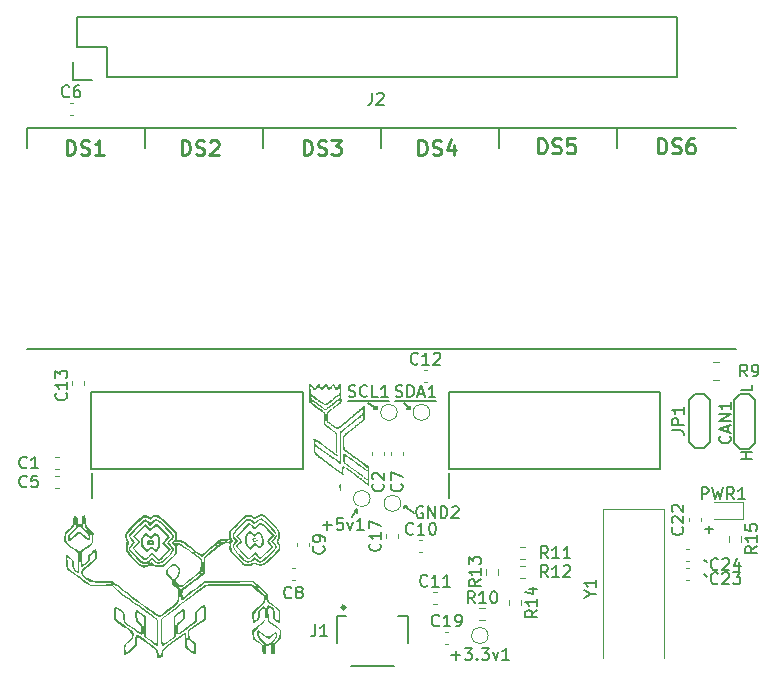
<source format=gto>
%TF.GenerationSoftware,KiCad,Pcbnew,7.0.5*%
%TF.CreationDate,2023-08-04T21:05:34+03:00*%
%TF.ProjectId,ltp_kikad,6c74705f-6b69-46b6-9164-2e6b69636164,rev?*%
%TF.SameCoordinates,Original*%
%TF.FileFunction,Legend,Top*%
%TF.FilePolarity,Positive*%
%FSLAX46Y46*%
G04 Gerber Fmt 4.6, Leading zero omitted, Abs format (unit mm)*
G04 Created by KiCad (PCBNEW 7.0.5) date 2023-08-04 21:05:34*
%MOMM*%
%LPD*%
G01*
G04 APERTURE LIST*
%ADD10C,0.150000*%
%ADD11C,0.254000*%
%ADD12C,0.200000*%
%ADD13C,0.120000*%
%ADD14C,0.127000*%
%ADD15C,0.300000*%
G04 APERTURE END LIST*
D10*
X151487000Y-87000000D02*
X151237000Y-87250000D01*
X179187000Y-100000000D02*
X179387000Y-100200000D01*
X154237000Y-87000000D02*
X153987000Y-87250000D01*
X153787000Y-95400000D02*
X153987000Y-95400000D01*
X179187000Y-101200000D02*
X179387000Y-101400000D01*
X151487000Y-87250000D02*
X151487000Y-87000000D01*
X149387000Y-96400000D02*
X149787000Y-95700000D01*
X179587000Y-97100000D02*
X179587000Y-97700000D01*
X179287000Y-97400000D02*
X179887000Y-97400000D01*
X149787000Y-95700000D02*
X149787000Y-96000000D01*
X152987000Y-86500000D02*
X156487000Y-86500000D01*
X154237000Y-87250000D02*
X154237000Y-87000000D01*
X153987000Y-95400000D02*
X153787000Y-95600000D01*
X154587000Y-96000000D02*
X153787000Y-95400000D01*
X153787000Y-95600000D02*
X153787000Y-95400000D01*
X148987000Y-86500000D02*
X152487000Y-86500000D01*
X149787000Y-95700000D02*
X149587000Y-95800000D01*
X150737000Y-86750000D02*
X151487000Y-87250000D01*
X153737000Y-86750000D02*
X154237000Y-87250000D01*
X153987000Y-87250000D02*
X154237000Y-87250000D01*
X151237000Y-87250000D02*
X151487000Y-87250000D01*
X183256819Y-91463220D02*
X182256819Y-91463220D01*
X182733009Y-91463220D02*
X182733009Y-90891792D01*
X183256819Y-90891792D02*
X182256819Y-90891792D01*
X183256819Y-85157030D02*
X183256819Y-85633220D01*
X183256819Y-85633220D02*
X182256819Y-85633220D01*
D11*
%TO.C,DS6*%
X175253956Y-65573318D02*
X175253956Y-64303318D01*
X175253956Y-64303318D02*
X175556337Y-64303318D01*
X175556337Y-64303318D02*
X175737766Y-64363794D01*
X175737766Y-64363794D02*
X175858718Y-64484746D01*
X175858718Y-64484746D02*
X175919195Y-64605699D01*
X175919195Y-64605699D02*
X175979671Y-64847603D01*
X175979671Y-64847603D02*
X175979671Y-65029032D01*
X175979671Y-65029032D02*
X175919195Y-65270937D01*
X175919195Y-65270937D02*
X175858718Y-65391889D01*
X175858718Y-65391889D02*
X175737766Y-65512842D01*
X175737766Y-65512842D02*
X175556337Y-65573318D01*
X175556337Y-65573318D02*
X175253956Y-65573318D01*
X176463480Y-65512842D02*
X176644909Y-65573318D01*
X176644909Y-65573318D02*
X176947290Y-65573318D01*
X176947290Y-65573318D02*
X177068242Y-65512842D01*
X177068242Y-65512842D02*
X177128718Y-65452365D01*
X177128718Y-65452365D02*
X177189195Y-65331413D01*
X177189195Y-65331413D02*
X177189195Y-65210461D01*
X177189195Y-65210461D02*
X177128718Y-65089508D01*
X177128718Y-65089508D02*
X177068242Y-65029032D01*
X177068242Y-65029032D02*
X176947290Y-64968556D01*
X176947290Y-64968556D02*
X176705385Y-64908080D01*
X176705385Y-64908080D02*
X176584433Y-64847603D01*
X176584433Y-64847603D02*
X176523956Y-64787127D01*
X176523956Y-64787127D02*
X176463480Y-64666175D01*
X176463480Y-64666175D02*
X176463480Y-64545222D01*
X176463480Y-64545222D02*
X176523956Y-64424270D01*
X176523956Y-64424270D02*
X176584433Y-64363794D01*
X176584433Y-64363794D02*
X176705385Y-64303318D01*
X176705385Y-64303318D02*
X177007766Y-64303318D01*
X177007766Y-64303318D02*
X177189195Y-64363794D01*
X178277766Y-64303318D02*
X178035861Y-64303318D01*
X178035861Y-64303318D02*
X177914909Y-64363794D01*
X177914909Y-64363794D02*
X177854433Y-64424270D01*
X177854433Y-64424270D02*
X177733480Y-64605699D01*
X177733480Y-64605699D02*
X177673004Y-64847603D01*
X177673004Y-64847603D02*
X177673004Y-65331413D01*
X177673004Y-65331413D02*
X177733480Y-65452365D01*
X177733480Y-65452365D02*
X177793957Y-65512842D01*
X177793957Y-65512842D02*
X177914909Y-65573318D01*
X177914909Y-65573318D02*
X178156814Y-65573318D01*
X178156814Y-65573318D02*
X178277766Y-65512842D01*
X178277766Y-65512842D02*
X178338242Y-65452365D01*
X178338242Y-65452365D02*
X178398719Y-65331413D01*
X178398719Y-65331413D02*
X178398719Y-65029032D01*
X178398719Y-65029032D02*
X178338242Y-64908080D01*
X178338242Y-64908080D02*
X178277766Y-64847603D01*
X178277766Y-64847603D02*
X178156814Y-64787127D01*
X178156814Y-64787127D02*
X177914909Y-64787127D01*
X177914909Y-64787127D02*
X177793957Y-64847603D01*
X177793957Y-64847603D02*
X177733480Y-64908080D01*
X177733480Y-64908080D02*
X177673004Y-65029032D01*
%TO.C,DS3*%
X145257956Y-65723918D02*
X145257956Y-64453918D01*
X145257956Y-64453918D02*
X145560337Y-64453918D01*
X145560337Y-64453918D02*
X145741766Y-64514394D01*
X145741766Y-64514394D02*
X145862718Y-64635346D01*
X145862718Y-64635346D02*
X145923195Y-64756299D01*
X145923195Y-64756299D02*
X145983671Y-64998203D01*
X145983671Y-64998203D02*
X145983671Y-65179632D01*
X145983671Y-65179632D02*
X145923195Y-65421537D01*
X145923195Y-65421537D02*
X145862718Y-65542489D01*
X145862718Y-65542489D02*
X145741766Y-65663442D01*
X145741766Y-65663442D02*
X145560337Y-65723918D01*
X145560337Y-65723918D02*
X145257956Y-65723918D01*
X146467480Y-65663442D02*
X146648909Y-65723918D01*
X146648909Y-65723918D02*
X146951290Y-65723918D01*
X146951290Y-65723918D02*
X147072242Y-65663442D01*
X147072242Y-65663442D02*
X147132718Y-65602965D01*
X147132718Y-65602965D02*
X147193195Y-65482013D01*
X147193195Y-65482013D02*
X147193195Y-65361061D01*
X147193195Y-65361061D02*
X147132718Y-65240108D01*
X147132718Y-65240108D02*
X147072242Y-65179632D01*
X147072242Y-65179632D02*
X146951290Y-65119156D01*
X146951290Y-65119156D02*
X146709385Y-65058680D01*
X146709385Y-65058680D02*
X146588433Y-64998203D01*
X146588433Y-64998203D02*
X146527956Y-64937727D01*
X146527956Y-64937727D02*
X146467480Y-64816775D01*
X146467480Y-64816775D02*
X146467480Y-64695822D01*
X146467480Y-64695822D02*
X146527956Y-64574870D01*
X146527956Y-64574870D02*
X146588433Y-64514394D01*
X146588433Y-64514394D02*
X146709385Y-64453918D01*
X146709385Y-64453918D02*
X147011766Y-64453918D01*
X147011766Y-64453918D02*
X147193195Y-64514394D01*
X147616528Y-64453918D02*
X148402719Y-64453918D01*
X148402719Y-64453918D02*
X147979385Y-64937727D01*
X147979385Y-64937727D02*
X148160814Y-64937727D01*
X148160814Y-64937727D02*
X148281766Y-64998203D01*
X148281766Y-64998203D02*
X148342242Y-65058680D01*
X148342242Y-65058680D02*
X148402719Y-65179632D01*
X148402719Y-65179632D02*
X148402719Y-65482013D01*
X148402719Y-65482013D02*
X148342242Y-65602965D01*
X148342242Y-65602965D02*
X148281766Y-65663442D01*
X148281766Y-65663442D02*
X148160814Y-65723918D01*
X148160814Y-65723918D02*
X147797957Y-65723918D01*
X147797957Y-65723918D02*
X147677004Y-65663442D01*
X147677004Y-65663442D02*
X147616528Y-65602965D01*
D10*
%TO.C,C11*%
X155744142Y-102159580D02*
X155696523Y-102207200D01*
X155696523Y-102207200D02*
X155553666Y-102254819D01*
X155553666Y-102254819D02*
X155458428Y-102254819D01*
X155458428Y-102254819D02*
X155315571Y-102207200D01*
X155315571Y-102207200D02*
X155220333Y-102111961D01*
X155220333Y-102111961D02*
X155172714Y-102016723D01*
X155172714Y-102016723D02*
X155125095Y-101826247D01*
X155125095Y-101826247D02*
X155125095Y-101683390D01*
X155125095Y-101683390D02*
X155172714Y-101492914D01*
X155172714Y-101492914D02*
X155220333Y-101397676D01*
X155220333Y-101397676D02*
X155315571Y-101302438D01*
X155315571Y-101302438D02*
X155458428Y-101254819D01*
X155458428Y-101254819D02*
X155553666Y-101254819D01*
X155553666Y-101254819D02*
X155696523Y-101302438D01*
X155696523Y-101302438D02*
X155744142Y-101350057D01*
X156696523Y-102254819D02*
X156125095Y-102254819D01*
X156410809Y-102254819D02*
X156410809Y-101254819D01*
X156410809Y-101254819D02*
X156315571Y-101397676D01*
X156315571Y-101397676D02*
X156220333Y-101492914D01*
X156220333Y-101492914D02*
X156125095Y-101540533D01*
X157648904Y-102254819D02*
X157077476Y-102254819D01*
X157363190Y-102254819D02*
X157363190Y-101254819D01*
X157363190Y-101254819D02*
X157267952Y-101397676D01*
X157267952Y-101397676D02*
X157172714Y-101492914D01*
X157172714Y-101492914D02*
X157077476Y-101540533D01*
%TO.C,J1*%
X146253666Y-105454819D02*
X146253666Y-106169104D01*
X146253666Y-106169104D02*
X146206047Y-106311961D01*
X146206047Y-106311961D02*
X146110809Y-106407200D01*
X146110809Y-106407200D02*
X145967952Y-106454819D01*
X145967952Y-106454819D02*
X145872714Y-106454819D01*
X147253666Y-106454819D02*
X146682238Y-106454819D01*
X146967952Y-106454819D02*
X146967952Y-105454819D01*
X146967952Y-105454819D02*
X146872714Y-105597676D01*
X146872714Y-105597676D02*
X146777476Y-105692914D01*
X146777476Y-105692914D02*
X146682238Y-105740533D01*
%TO.C,C9*%
X146946580Y-98841666D02*
X146994200Y-98889285D01*
X146994200Y-98889285D02*
X147041819Y-99032142D01*
X147041819Y-99032142D02*
X147041819Y-99127380D01*
X147041819Y-99127380D02*
X146994200Y-99270237D01*
X146994200Y-99270237D02*
X146898961Y-99365475D01*
X146898961Y-99365475D02*
X146803723Y-99413094D01*
X146803723Y-99413094D02*
X146613247Y-99460713D01*
X146613247Y-99460713D02*
X146470390Y-99460713D01*
X146470390Y-99460713D02*
X146279914Y-99413094D01*
X146279914Y-99413094D02*
X146184676Y-99365475D01*
X146184676Y-99365475D02*
X146089438Y-99270237D01*
X146089438Y-99270237D02*
X146041819Y-99127380D01*
X146041819Y-99127380D02*
X146041819Y-99032142D01*
X146041819Y-99032142D02*
X146089438Y-98889285D01*
X146089438Y-98889285D02*
X146137057Y-98841666D01*
X147041819Y-98365475D02*
X147041819Y-98174999D01*
X147041819Y-98174999D02*
X146994200Y-98079761D01*
X146994200Y-98079761D02*
X146946580Y-98032142D01*
X146946580Y-98032142D02*
X146803723Y-97936904D01*
X146803723Y-97936904D02*
X146613247Y-97889285D01*
X146613247Y-97889285D02*
X146232295Y-97889285D01*
X146232295Y-97889285D02*
X146137057Y-97936904D01*
X146137057Y-97936904D02*
X146089438Y-97984523D01*
X146089438Y-97984523D02*
X146041819Y-98079761D01*
X146041819Y-98079761D02*
X146041819Y-98270237D01*
X146041819Y-98270237D02*
X146089438Y-98365475D01*
X146089438Y-98365475D02*
X146137057Y-98413094D01*
X146137057Y-98413094D02*
X146232295Y-98460713D01*
X146232295Y-98460713D02*
X146470390Y-98460713D01*
X146470390Y-98460713D02*
X146565628Y-98413094D01*
X146565628Y-98413094D02*
X146613247Y-98365475D01*
X146613247Y-98365475D02*
X146660866Y-98270237D01*
X146660866Y-98270237D02*
X146660866Y-98079761D01*
X146660866Y-98079761D02*
X146613247Y-97984523D01*
X146613247Y-97984523D02*
X146565628Y-97936904D01*
X146565628Y-97936904D02*
X146470390Y-97889285D01*
%TO.C,C7*%
X153546580Y-93566666D02*
X153594200Y-93614285D01*
X153594200Y-93614285D02*
X153641819Y-93757142D01*
X153641819Y-93757142D02*
X153641819Y-93852380D01*
X153641819Y-93852380D02*
X153594200Y-93995237D01*
X153594200Y-93995237D02*
X153498961Y-94090475D01*
X153498961Y-94090475D02*
X153403723Y-94138094D01*
X153403723Y-94138094D02*
X153213247Y-94185713D01*
X153213247Y-94185713D02*
X153070390Y-94185713D01*
X153070390Y-94185713D02*
X152879914Y-94138094D01*
X152879914Y-94138094D02*
X152784676Y-94090475D01*
X152784676Y-94090475D02*
X152689438Y-93995237D01*
X152689438Y-93995237D02*
X152641819Y-93852380D01*
X152641819Y-93852380D02*
X152641819Y-93757142D01*
X152641819Y-93757142D02*
X152689438Y-93614285D01*
X152689438Y-93614285D02*
X152737057Y-93566666D01*
X152641819Y-93233332D02*
X152641819Y-92566666D01*
X152641819Y-92566666D02*
X153641819Y-92995237D01*
%TO.C,*%
%TO.C,C5*%
X121820333Y-93759580D02*
X121772714Y-93807200D01*
X121772714Y-93807200D02*
X121629857Y-93854819D01*
X121629857Y-93854819D02*
X121534619Y-93854819D01*
X121534619Y-93854819D02*
X121391762Y-93807200D01*
X121391762Y-93807200D02*
X121296524Y-93711961D01*
X121296524Y-93711961D02*
X121248905Y-93616723D01*
X121248905Y-93616723D02*
X121201286Y-93426247D01*
X121201286Y-93426247D02*
X121201286Y-93283390D01*
X121201286Y-93283390D02*
X121248905Y-93092914D01*
X121248905Y-93092914D02*
X121296524Y-92997676D01*
X121296524Y-92997676D02*
X121391762Y-92902438D01*
X121391762Y-92902438D02*
X121534619Y-92854819D01*
X121534619Y-92854819D02*
X121629857Y-92854819D01*
X121629857Y-92854819D02*
X121772714Y-92902438D01*
X121772714Y-92902438D02*
X121820333Y-92950057D01*
X122725095Y-92854819D02*
X122248905Y-92854819D01*
X122248905Y-92854819D02*
X122201286Y-93331009D01*
X122201286Y-93331009D02*
X122248905Y-93283390D01*
X122248905Y-93283390D02*
X122344143Y-93235771D01*
X122344143Y-93235771D02*
X122582238Y-93235771D01*
X122582238Y-93235771D02*
X122677476Y-93283390D01*
X122677476Y-93283390D02*
X122725095Y-93331009D01*
X122725095Y-93331009D02*
X122772714Y-93426247D01*
X122772714Y-93426247D02*
X122772714Y-93664342D01*
X122772714Y-93664342D02*
X122725095Y-93759580D01*
X122725095Y-93759580D02*
X122677476Y-93807200D01*
X122677476Y-93807200D02*
X122582238Y-93854819D01*
X122582238Y-93854819D02*
X122344143Y-93854819D01*
X122344143Y-93854819D02*
X122248905Y-93807200D01*
X122248905Y-93807200D02*
X122201286Y-93759580D01*
%TO.C,C13*%
X125146580Y-85867857D02*
X125194200Y-85915476D01*
X125194200Y-85915476D02*
X125241819Y-86058333D01*
X125241819Y-86058333D02*
X125241819Y-86153571D01*
X125241819Y-86153571D02*
X125194200Y-86296428D01*
X125194200Y-86296428D02*
X125098961Y-86391666D01*
X125098961Y-86391666D02*
X125003723Y-86439285D01*
X125003723Y-86439285D02*
X124813247Y-86486904D01*
X124813247Y-86486904D02*
X124670390Y-86486904D01*
X124670390Y-86486904D02*
X124479914Y-86439285D01*
X124479914Y-86439285D02*
X124384676Y-86391666D01*
X124384676Y-86391666D02*
X124289438Y-86296428D01*
X124289438Y-86296428D02*
X124241819Y-86153571D01*
X124241819Y-86153571D02*
X124241819Y-86058333D01*
X124241819Y-86058333D02*
X124289438Y-85915476D01*
X124289438Y-85915476D02*
X124337057Y-85867857D01*
X125241819Y-84915476D02*
X125241819Y-85486904D01*
X125241819Y-85201190D02*
X124241819Y-85201190D01*
X124241819Y-85201190D02*
X124384676Y-85296428D01*
X124384676Y-85296428D02*
X124479914Y-85391666D01*
X124479914Y-85391666D02*
X124527533Y-85486904D01*
X124241819Y-84582142D02*
X124241819Y-83963095D01*
X124241819Y-83963095D02*
X124622771Y-84296428D01*
X124622771Y-84296428D02*
X124622771Y-84153571D01*
X124622771Y-84153571D02*
X124670390Y-84058333D01*
X124670390Y-84058333D02*
X124718009Y-84010714D01*
X124718009Y-84010714D02*
X124813247Y-83963095D01*
X124813247Y-83963095D02*
X125051342Y-83963095D01*
X125051342Y-83963095D02*
X125146580Y-84010714D01*
X125146580Y-84010714D02*
X125194200Y-84058333D01*
X125194200Y-84058333D02*
X125241819Y-84153571D01*
X125241819Y-84153571D02*
X125241819Y-84439285D01*
X125241819Y-84439285D02*
X125194200Y-84534523D01*
X125194200Y-84534523D02*
X125146580Y-84582142D01*
%TO.C,C2*%
X151956680Y-93547066D02*
X152004300Y-93594685D01*
X152004300Y-93594685D02*
X152051919Y-93737542D01*
X152051919Y-93737542D02*
X152051919Y-93832780D01*
X152051919Y-93832780D02*
X152004300Y-93975637D01*
X152004300Y-93975637D02*
X151909061Y-94070875D01*
X151909061Y-94070875D02*
X151813823Y-94118494D01*
X151813823Y-94118494D02*
X151623347Y-94166113D01*
X151623347Y-94166113D02*
X151480490Y-94166113D01*
X151480490Y-94166113D02*
X151290014Y-94118494D01*
X151290014Y-94118494D02*
X151194776Y-94070875D01*
X151194776Y-94070875D02*
X151099538Y-93975637D01*
X151099538Y-93975637D02*
X151051919Y-93832780D01*
X151051919Y-93832780D02*
X151051919Y-93737542D01*
X151051919Y-93737542D02*
X151099538Y-93594685D01*
X151099538Y-93594685D02*
X151147157Y-93547066D01*
X151147157Y-93166113D02*
X151099538Y-93118494D01*
X151099538Y-93118494D02*
X151051919Y-93023256D01*
X151051919Y-93023256D02*
X151051919Y-92785161D01*
X151051919Y-92785161D02*
X151099538Y-92689923D01*
X151099538Y-92689923D02*
X151147157Y-92642304D01*
X151147157Y-92642304D02*
X151242395Y-92594685D01*
X151242395Y-92594685D02*
X151337633Y-92594685D01*
X151337633Y-92594685D02*
X151480490Y-92642304D01*
X151480490Y-92642304D02*
X152051919Y-93213732D01*
X152051919Y-93213732D02*
X152051919Y-92594685D01*
%TO.C,R13*%
X160241819Y-101642857D02*
X159765628Y-101976190D01*
X160241819Y-102214285D02*
X159241819Y-102214285D01*
X159241819Y-102214285D02*
X159241819Y-101833333D01*
X159241819Y-101833333D02*
X159289438Y-101738095D01*
X159289438Y-101738095D02*
X159337057Y-101690476D01*
X159337057Y-101690476D02*
X159432295Y-101642857D01*
X159432295Y-101642857D02*
X159575152Y-101642857D01*
X159575152Y-101642857D02*
X159670390Y-101690476D01*
X159670390Y-101690476D02*
X159718009Y-101738095D01*
X159718009Y-101738095D02*
X159765628Y-101833333D01*
X159765628Y-101833333D02*
X159765628Y-102214285D01*
X160241819Y-100690476D02*
X160241819Y-101261904D01*
X160241819Y-100976190D02*
X159241819Y-100976190D01*
X159241819Y-100976190D02*
X159384676Y-101071428D01*
X159384676Y-101071428D02*
X159479914Y-101166666D01*
X159479914Y-101166666D02*
X159527533Y-101261904D01*
X159241819Y-100357142D02*
X159241819Y-99738095D01*
X159241819Y-99738095D02*
X159622771Y-100071428D01*
X159622771Y-100071428D02*
X159622771Y-99928571D01*
X159622771Y-99928571D02*
X159670390Y-99833333D01*
X159670390Y-99833333D02*
X159718009Y-99785714D01*
X159718009Y-99785714D02*
X159813247Y-99738095D01*
X159813247Y-99738095D02*
X160051342Y-99738095D01*
X160051342Y-99738095D02*
X160146580Y-99785714D01*
X160146580Y-99785714D02*
X160194200Y-99833333D01*
X160194200Y-99833333D02*
X160241819Y-99928571D01*
X160241819Y-99928571D02*
X160241819Y-100214285D01*
X160241819Y-100214285D02*
X160194200Y-100309523D01*
X160194200Y-100309523D02*
X160146580Y-100357142D01*
%TO.C,JP1*%
X176441819Y-89033333D02*
X177156104Y-89033333D01*
X177156104Y-89033333D02*
X177298961Y-89080952D01*
X177298961Y-89080952D02*
X177394200Y-89176190D01*
X177394200Y-89176190D02*
X177441819Y-89319047D01*
X177441819Y-89319047D02*
X177441819Y-89414285D01*
X177441819Y-88557142D02*
X176441819Y-88557142D01*
X176441819Y-88557142D02*
X176441819Y-88176190D01*
X176441819Y-88176190D02*
X176489438Y-88080952D01*
X176489438Y-88080952D02*
X176537057Y-88033333D01*
X176537057Y-88033333D02*
X176632295Y-87985714D01*
X176632295Y-87985714D02*
X176775152Y-87985714D01*
X176775152Y-87985714D02*
X176870390Y-88033333D01*
X176870390Y-88033333D02*
X176918009Y-88080952D01*
X176918009Y-88080952D02*
X176965628Y-88176190D01*
X176965628Y-88176190D02*
X176965628Y-88557142D01*
X177441819Y-87033333D02*
X177441819Y-87604761D01*
X177441819Y-87319047D02*
X176441819Y-87319047D01*
X176441819Y-87319047D02*
X176584676Y-87414285D01*
X176584676Y-87414285D02*
X176679914Y-87509523D01*
X176679914Y-87509523D02*
X176727533Y-87604761D01*
%TO.C,R10*%
X159744142Y-103654819D02*
X159410809Y-103178628D01*
X159172714Y-103654819D02*
X159172714Y-102654819D01*
X159172714Y-102654819D02*
X159553666Y-102654819D01*
X159553666Y-102654819D02*
X159648904Y-102702438D01*
X159648904Y-102702438D02*
X159696523Y-102750057D01*
X159696523Y-102750057D02*
X159744142Y-102845295D01*
X159744142Y-102845295D02*
X159744142Y-102988152D01*
X159744142Y-102988152D02*
X159696523Y-103083390D01*
X159696523Y-103083390D02*
X159648904Y-103131009D01*
X159648904Y-103131009D02*
X159553666Y-103178628D01*
X159553666Y-103178628D02*
X159172714Y-103178628D01*
X160696523Y-103654819D02*
X160125095Y-103654819D01*
X160410809Y-103654819D02*
X160410809Y-102654819D01*
X160410809Y-102654819D02*
X160315571Y-102797676D01*
X160315571Y-102797676D02*
X160220333Y-102892914D01*
X160220333Y-102892914D02*
X160125095Y-102940533D01*
X161315571Y-102654819D02*
X161410809Y-102654819D01*
X161410809Y-102654819D02*
X161506047Y-102702438D01*
X161506047Y-102702438D02*
X161553666Y-102750057D01*
X161553666Y-102750057D02*
X161601285Y-102845295D01*
X161601285Y-102845295D02*
X161648904Y-103035771D01*
X161648904Y-103035771D02*
X161648904Y-103273866D01*
X161648904Y-103273866D02*
X161601285Y-103464342D01*
X161601285Y-103464342D02*
X161553666Y-103559580D01*
X161553666Y-103559580D02*
X161506047Y-103607200D01*
X161506047Y-103607200D02*
X161410809Y-103654819D01*
X161410809Y-103654819D02*
X161315571Y-103654819D01*
X161315571Y-103654819D02*
X161220333Y-103607200D01*
X161220333Y-103607200D02*
X161172714Y-103559580D01*
X161172714Y-103559580D02*
X161125095Y-103464342D01*
X161125095Y-103464342D02*
X161077476Y-103273866D01*
X161077476Y-103273866D02*
X161077476Y-103035771D01*
X161077476Y-103035771D02*
X161125095Y-102845295D01*
X161125095Y-102845295D02*
X161172714Y-102750057D01*
X161172714Y-102750057D02*
X161220333Y-102702438D01*
X161220333Y-102702438D02*
X161315571Y-102654819D01*
%TO.C,SDA1*%
X153046524Y-86157200D02*
X153189381Y-86204819D01*
X153189381Y-86204819D02*
X153427476Y-86204819D01*
X153427476Y-86204819D02*
X153522714Y-86157200D01*
X153522714Y-86157200D02*
X153570333Y-86109580D01*
X153570333Y-86109580D02*
X153617952Y-86014342D01*
X153617952Y-86014342D02*
X153617952Y-85919104D01*
X153617952Y-85919104D02*
X153570333Y-85823866D01*
X153570333Y-85823866D02*
X153522714Y-85776247D01*
X153522714Y-85776247D02*
X153427476Y-85728628D01*
X153427476Y-85728628D02*
X153237000Y-85681009D01*
X153237000Y-85681009D02*
X153141762Y-85633390D01*
X153141762Y-85633390D02*
X153094143Y-85585771D01*
X153094143Y-85585771D02*
X153046524Y-85490533D01*
X153046524Y-85490533D02*
X153046524Y-85395295D01*
X153046524Y-85395295D02*
X153094143Y-85300057D01*
X153094143Y-85300057D02*
X153141762Y-85252438D01*
X153141762Y-85252438D02*
X153237000Y-85204819D01*
X153237000Y-85204819D02*
X153475095Y-85204819D01*
X153475095Y-85204819D02*
X153617952Y-85252438D01*
X154046524Y-86204819D02*
X154046524Y-85204819D01*
X154046524Y-85204819D02*
X154284619Y-85204819D01*
X154284619Y-85204819D02*
X154427476Y-85252438D01*
X154427476Y-85252438D02*
X154522714Y-85347676D01*
X154522714Y-85347676D02*
X154570333Y-85442914D01*
X154570333Y-85442914D02*
X154617952Y-85633390D01*
X154617952Y-85633390D02*
X154617952Y-85776247D01*
X154617952Y-85776247D02*
X154570333Y-85966723D01*
X154570333Y-85966723D02*
X154522714Y-86061961D01*
X154522714Y-86061961D02*
X154427476Y-86157200D01*
X154427476Y-86157200D02*
X154284619Y-86204819D01*
X154284619Y-86204819D02*
X154046524Y-86204819D01*
X154998905Y-85919104D02*
X155475095Y-85919104D01*
X154903667Y-86204819D02*
X155237000Y-85204819D01*
X155237000Y-85204819D02*
X155570333Y-86204819D01*
X156427476Y-86204819D02*
X155856048Y-86204819D01*
X156141762Y-86204819D02*
X156141762Y-85204819D01*
X156141762Y-85204819D02*
X156046524Y-85347676D01*
X156046524Y-85347676D02*
X155951286Y-85442914D01*
X155951286Y-85442914D02*
X155856048Y-85490533D01*
D11*
%TO.C,DS5*%
X165121956Y-65575718D02*
X165121956Y-64305718D01*
X165121956Y-64305718D02*
X165424337Y-64305718D01*
X165424337Y-64305718D02*
X165605766Y-64366194D01*
X165605766Y-64366194D02*
X165726718Y-64487146D01*
X165726718Y-64487146D02*
X165787195Y-64608099D01*
X165787195Y-64608099D02*
X165847671Y-64850003D01*
X165847671Y-64850003D02*
X165847671Y-65031432D01*
X165847671Y-65031432D02*
X165787195Y-65273337D01*
X165787195Y-65273337D02*
X165726718Y-65394289D01*
X165726718Y-65394289D02*
X165605766Y-65515242D01*
X165605766Y-65515242D02*
X165424337Y-65575718D01*
X165424337Y-65575718D02*
X165121956Y-65575718D01*
X166331480Y-65515242D02*
X166512909Y-65575718D01*
X166512909Y-65575718D02*
X166815290Y-65575718D01*
X166815290Y-65575718D02*
X166936242Y-65515242D01*
X166936242Y-65515242D02*
X166996718Y-65454765D01*
X166996718Y-65454765D02*
X167057195Y-65333813D01*
X167057195Y-65333813D02*
X167057195Y-65212861D01*
X167057195Y-65212861D02*
X166996718Y-65091908D01*
X166996718Y-65091908D02*
X166936242Y-65031432D01*
X166936242Y-65031432D02*
X166815290Y-64970956D01*
X166815290Y-64970956D02*
X166573385Y-64910480D01*
X166573385Y-64910480D02*
X166452433Y-64850003D01*
X166452433Y-64850003D02*
X166391956Y-64789527D01*
X166391956Y-64789527D02*
X166331480Y-64668575D01*
X166331480Y-64668575D02*
X166331480Y-64547622D01*
X166331480Y-64547622D02*
X166391956Y-64426670D01*
X166391956Y-64426670D02*
X166452433Y-64366194D01*
X166452433Y-64366194D02*
X166573385Y-64305718D01*
X166573385Y-64305718D02*
X166875766Y-64305718D01*
X166875766Y-64305718D02*
X167057195Y-64366194D01*
X168206242Y-64305718D02*
X167601480Y-64305718D01*
X167601480Y-64305718D02*
X167541004Y-64910480D01*
X167541004Y-64910480D02*
X167601480Y-64850003D01*
X167601480Y-64850003D02*
X167722433Y-64789527D01*
X167722433Y-64789527D02*
X168024814Y-64789527D01*
X168024814Y-64789527D02*
X168145766Y-64850003D01*
X168145766Y-64850003D02*
X168206242Y-64910480D01*
X168206242Y-64910480D02*
X168266719Y-65031432D01*
X168266719Y-65031432D02*
X168266719Y-65333813D01*
X168266719Y-65333813D02*
X168206242Y-65454765D01*
X168206242Y-65454765D02*
X168145766Y-65515242D01*
X168145766Y-65515242D02*
X168024814Y-65575718D01*
X168024814Y-65575718D02*
X167722433Y-65575718D01*
X167722433Y-65575718D02*
X167601480Y-65515242D01*
X167601480Y-65515242D02*
X167541004Y-65454765D01*
%TO.C,DS2*%
X134925956Y-65724318D02*
X134925956Y-64454318D01*
X134925956Y-64454318D02*
X135228337Y-64454318D01*
X135228337Y-64454318D02*
X135409766Y-64514794D01*
X135409766Y-64514794D02*
X135530718Y-64635746D01*
X135530718Y-64635746D02*
X135591195Y-64756699D01*
X135591195Y-64756699D02*
X135651671Y-64998603D01*
X135651671Y-64998603D02*
X135651671Y-65180032D01*
X135651671Y-65180032D02*
X135591195Y-65421937D01*
X135591195Y-65421937D02*
X135530718Y-65542889D01*
X135530718Y-65542889D02*
X135409766Y-65663842D01*
X135409766Y-65663842D02*
X135228337Y-65724318D01*
X135228337Y-65724318D02*
X134925956Y-65724318D01*
X136135480Y-65663842D02*
X136316909Y-65724318D01*
X136316909Y-65724318D02*
X136619290Y-65724318D01*
X136619290Y-65724318D02*
X136740242Y-65663842D01*
X136740242Y-65663842D02*
X136800718Y-65603365D01*
X136800718Y-65603365D02*
X136861195Y-65482413D01*
X136861195Y-65482413D02*
X136861195Y-65361461D01*
X136861195Y-65361461D02*
X136800718Y-65240508D01*
X136800718Y-65240508D02*
X136740242Y-65180032D01*
X136740242Y-65180032D02*
X136619290Y-65119556D01*
X136619290Y-65119556D02*
X136377385Y-65059080D01*
X136377385Y-65059080D02*
X136256433Y-64998603D01*
X136256433Y-64998603D02*
X136195956Y-64938127D01*
X136195956Y-64938127D02*
X136135480Y-64817175D01*
X136135480Y-64817175D02*
X136135480Y-64696222D01*
X136135480Y-64696222D02*
X136195956Y-64575270D01*
X136195956Y-64575270D02*
X136256433Y-64514794D01*
X136256433Y-64514794D02*
X136377385Y-64454318D01*
X136377385Y-64454318D02*
X136679766Y-64454318D01*
X136679766Y-64454318D02*
X136861195Y-64514794D01*
X137345004Y-64575270D02*
X137405480Y-64514794D01*
X137405480Y-64514794D02*
X137526433Y-64454318D01*
X137526433Y-64454318D02*
X137828814Y-64454318D01*
X137828814Y-64454318D02*
X137949766Y-64514794D01*
X137949766Y-64514794D02*
X138010242Y-64575270D01*
X138010242Y-64575270D02*
X138070719Y-64696222D01*
X138070719Y-64696222D02*
X138070719Y-64817175D01*
X138070719Y-64817175D02*
X138010242Y-64998603D01*
X138010242Y-64998603D02*
X137284528Y-65724318D01*
X137284528Y-65724318D02*
X138070719Y-65724318D01*
%TO.C,DS1*%
X125193956Y-65724318D02*
X125193956Y-64454318D01*
X125193956Y-64454318D02*
X125496337Y-64454318D01*
X125496337Y-64454318D02*
X125677766Y-64514794D01*
X125677766Y-64514794D02*
X125798718Y-64635746D01*
X125798718Y-64635746D02*
X125859195Y-64756699D01*
X125859195Y-64756699D02*
X125919671Y-64998603D01*
X125919671Y-64998603D02*
X125919671Y-65180032D01*
X125919671Y-65180032D02*
X125859195Y-65421937D01*
X125859195Y-65421937D02*
X125798718Y-65542889D01*
X125798718Y-65542889D02*
X125677766Y-65663842D01*
X125677766Y-65663842D02*
X125496337Y-65724318D01*
X125496337Y-65724318D02*
X125193956Y-65724318D01*
X126403480Y-65663842D02*
X126584909Y-65724318D01*
X126584909Y-65724318D02*
X126887290Y-65724318D01*
X126887290Y-65724318D02*
X127008242Y-65663842D01*
X127008242Y-65663842D02*
X127068718Y-65603365D01*
X127068718Y-65603365D02*
X127129195Y-65482413D01*
X127129195Y-65482413D02*
X127129195Y-65361461D01*
X127129195Y-65361461D02*
X127068718Y-65240508D01*
X127068718Y-65240508D02*
X127008242Y-65180032D01*
X127008242Y-65180032D02*
X126887290Y-65119556D01*
X126887290Y-65119556D02*
X126645385Y-65059080D01*
X126645385Y-65059080D02*
X126524433Y-64998603D01*
X126524433Y-64998603D02*
X126463956Y-64938127D01*
X126463956Y-64938127D02*
X126403480Y-64817175D01*
X126403480Y-64817175D02*
X126403480Y-64696222D01*
X126403480Y-64696222D02*
X126463956Y-64575270D01*
X126463956Y-64575270D02*
X126524433Y-64514794D01*
X126524433Y-64514794D02*
X126645385Y-64454318D01*
X126645385Y-64454318D02*
X126947766Y-64454318D01*
X126947766Y-64454318D02*
X127129195Y-64514794D01*
X128338719Y-65724318D02*
X127613004Y-65724318D01*
X127975861Y-65724318D02*
X127975861Y-64454318D01*
X127975861Y-64454318D02*
X127854909Y-64635746D01*
X127854909Y-64635746D02*
X127733957Y-64756699D01*
X127733957Y-64756699D02*
X127613004Y-64817175D01*
D10*
%TO.C,R12*%
X165944142Y-101454819D02*
X165610809Y-100978628D01*
X165372714Y-101454819D02*
X165372714Y-100454819D01*
X165372714Y-100454819D02*
X165753666Y-100454819D01*
X165753666Y-100454819D02*
X165848904Y-100502438D01*
X165848904Y-100502438D02*
X165896523Y-100550057D01*
X165896523Y-100550057D02*
X165944142Y-100645295D01*
X165944142Y-100645295D02*
X165944142Y-100788152D01*
X165944142Y-100788152D02*
X165896523Y-100883390D01*
X165896523Y-100883390D02*
X165848904Y-100931009D01*
X165848904Y-100931009D02*
X165753666Y-100978628D01*
X165753666Y-100978628D02*
X165372714Y-100978628D01*
X166896523Y-101454819D02*
X166325095Y-101454819D01*
X166610809Y-101454819D02*
X166610809Y-100454819D01*
X166610809Y-100454819D02*
X166515571Y-100597676D01*
X166515571Y-100597676D02*
X166420333Y-100692914D01*
X166420333Y-100692914D02*
X166325095Y-100740533D01*
X167277476Y-100550057D02*
X167325095Y-100502438D01*
X167325095Y-100502438D02*
X167420333Y-100454819D01*
X167420333Y-100454819D02*
X167658428Y-100454819D01*
X167658428Y-100454819D02*
X167753666Y-100502438D01*
X167753666Y-100502438D02*
X167801285Y-100550057D01*
X167801285Y-100550057D02*
X167848904Y-100645295D01*
X167848904Y-100645295D02*
X167848904Y-100740533D01*
X167848904Y-100740533D02*
X167801285Y-100883390D01*
X167801285Y-100883390D02*
X167229857Y-101454819D01*
X167229857Y-101454819D02*
X167848904Y-101454819D01*
%TO.C,+5v1*%
X146872714Y-97073866D02*
X147634619Y-97073866D01*
X147253666Y-97454819D02*
X147253666Y-96692914D01*
X148586999Y-96454819D02*
X148110809Y-96454819D01*
X148110809Y-96454819D02*
X148063190Y-96931009D01*
X148063190Y-96931009D02*
X148110809Y-96883390D01*
X148110809Y-96883390D02*
X148206047Y-96835771D01*
X148206047Y-96835771D02*
X148444142Y-96835771D01*
X148444142Y-96835771D02*
X148539380Y-96883390D01*
X148539380Y-96883390D02*
X148586999Y-96931009D01*
X148586999Y-96931009D02*
X148634618Y-97026247D01*
X148634618Y-97026247D02*
X148634618Y-97264342D01*
X148634618Y-97264342D02*
X148586999Y-97359580D01*
X148586999Y-97359580D02*
X148539380Y-97407200D01*
X148539380Y-97407200D02*
X148444142Y-97454819D01*
X148444142Y-97454819D02*
X148206047Y-97454819D01*
X148206047Y-97454819D02*
X148110809Y-97407200D01*
X148110809Y-97407200D02*
X148063190Y-97359580D01*
X148967952Y-96788152D02*
X149206047Y-97454819D01*
X149206047Y-97454819D02*
X149444142Y-96788152D01*
X150348904Y-97454819D02*
X149777476Y-97454819D01*
X150063190Y-97454819D02*
X150063190Y-96454819D01*
X150063190Y-96454819D02*
X149967952Y-96597676D01*
X149967952Y-96597676D02*
X149872714Y-96692914D01*
X149872714Y-96692914D02*
X149777476Y-96740533D01*
%TO.C,C1*%
X121820333Y-92159580D02*
X121772714Y-92207200D01*
X121772714Y-92207200D02*
X121629857Y-92254819D01*
X121629857Y-92254819D02*
X121534619Y-92254819D01*
X121534619Y-92254819D02*
X121391762Y-92207200D01*
X121391762Y-92207200D02*
X121296524Y-92111961D01*
X121296524Y-92111961D02*
X121248905Y-92016723D01*
X121248905Y-92016723D02*
X121201286Y-91826247D01*
X121201286Y-91826247D02*
X121201286Y-91683390D01*
X121201286Y-91683390D02*
X121248905Y-91492914D01*
X121248905Y-91492914D02*
X121296524Y-91397676D01*
X121296524Y-91397676D02*
X121391762Y-91302438D01*
X121391762Y-91302438D02*
X121534619Y-91254819D01*
X121534619Y-91254819D02*
X121629857Y-91254819D01*
X121629857Y-91254819D02*
X121772714Y-91302438D01*
X121772714Y-91302438D02*
X121820333Y-91350057D01*
X122772714Y-92254819D02*
X122201286Y-92254819D01*
X122487000Y-92254819D02*
X122487000Y-91254819D01*
X122487000Y-91254819D02*
X122391762Y-91397676D01*
X122391762Y-91397676D02*
X122296524Y-91492914D01*
X122296524Y-91492914D02*
X122201286Y-91540533D01*
%TO.C,*%
%TO.C,C19*%
X156744142Y-105529580D02*
X156696523Y-105577200D01*
X156696523Y-105577200D02*
X156553666Y-105624819D01*
X156553666Y-105624819D02*
X156458428Y-105624819D01*
X156458428Y-105624819D02*
X156315571Y-105577200D01*
X156315571Y-105577200D02*
X156220333Y-105481961D01*
X156220333Y-105481961D02*
X156172714Y-105386723D01*
X156172714Y-105386723D02*
X156125095Y-105196247D01*
X156125095Y-105196247D02*
X156125095Y-105053390D01*
X156125095Y-105053390D02*
X156172714Y-104862914D01*
X156172714Y-104862914D02*
X156220333Y-104767676D01*
X156220333Y-104767676D02*
X156315571Y-104672438D01*
X156315571Y-104672438D02*
X156458428Y-104624819D01*
X156458428Y-104624819D02*
X156553666Y-104624819D01*
X156553666Y-104624819D02*
X156696523Y-104672438D01*
X156696523Y-104672438D02*
X156744142Y-104720057D01*
X157696523Y-105624819D02*
X157125095Y-105624819D01*
X157410809Y-105624819D02*
X157410809Y-104624819D01*
X157410809Y-104624819D02*
X157315571Y-104767676D01*
X157315571Y-104767676D02*
X157220333Y-104862914D01*
X157220333Y-104862914D02*
X157125095Y-104910533D01*
X158172714Y-105624819D02*
X158363190Y-105624819D01*
X158363190Y-105624819D02*
X158458428Y-105577200D01*
X158458428Y-105577200D02*
X158506047Y-105529580D01*
X158506047Y-105529580D02*
X158601285Y-105386723D01*
X158601285Y-105386723D02*
X158648904Y-105196247D01*
X158648904Y-105196247D02*
X158648904Y-104815295D01*
X158648904Y-104815295D02*
X158601285Y-104720057D01*
X158601285Y-104720057D02*
X158553666Y-104672438D01*
X158553666Y-104672438D02*
X158458428Y-104624819D01*
X158458428Y-104624819D02*
X158267952Y-104624819D01*
X158267952Y-104624819D02*
X158172714Y-104672438D01*
X158172714Y-104672438D02*
X158125095Y-104720057D01*
X158125095Y-104720057D02*
X158077476Y-104815295D01*
X158077476Y-104815295D02*
X158077476Y-105053390D01*
X158077476Y-105053390D02*
X158125095Y-105148628D01*
X158125095Y-105148628D02*
X158172714Y-105196247D01*
X158172714Y-105196247D02*
X158267952Y-105243866D01*
X158267952Y-105243866D02*
X158458428Y-105243866D01*
X158458428Y-105243866D02*
X158553666Y-105196247D01*
X158553666Y-105196247D02*
X158601285Y-105148628D01*
X158601285Y-105148628D02*
X158648904Y-105053390D01*
%TO.C,SCL1*%
X149070333Y-86157200D02*
X149213190Y-86204819D01*
X149213190Y-86204819D02*
X149451285Y-86204819D01*
X149451285Y-86204819D02*
X149546523Y-86157200D01*
X149546523Y-86157200D02*
X149594142Y-86109580D01*
X149594142Y-86109580D02*
X149641761Y-86014342D01*
X149641761Y-86014342D02*
X149641761Y-85919104D01*
X149641761Y-85919104D02*
X149594142Y-85823866D01*
X149594142Y-85823866D02*
X149546523Y-85776247D01*
X149546523Y-85776247D02*
X149451285Y-85728628D01*
X149451285Y-85728628D02*
X149260809Y-85681009D01*
X149260809Y-85681009D02*
X149165571Y-85633390D01*
X149165571Y-85633390D02*
X149117952Y-85585771D01*
X149117952Y-85585771D02*
X149070333Y-85490533D01*
X149070333Y-85490533D02*
X149070333Y-85395295D01*
X149070333Y-85395295D02*
X149117952Y-85300057D01*
X149117952Y-85300057D02*
X149165571Y-85252438D01*
X149165571Y-85252438D02*
X149260809Y-85204819D01*
X149260809Y-85204819D02*
X149498904Y-85204819D01*
X149498904Y-85204819D02*
X149641761Y-85252438D01*
X150641761Y-86109580D02*
X150594142Y-86157200D01*
X150594142Y-86157200D02*
X150451285Y-86204819D01*
X150451285Y-86204819D02*
X150356047Y-86204819D01*
X150356047Y-86204819D02*
X150213190Y-86157200D01*
X150213190Y-86157200D02*
X150117952Y-86061961D01*
X150117952Y-86061961D02*
X150070333Y-85966723D01*
X150070333Y-85966723D02*
X150022714Y-85776247D01*
X150022714Y-85776247D02*
X150022714Y-85633390D01*
X150022714Y-85633390D02*
X150070333Y-85442914D01*
X150070333Y-85442914D02*
X150117952Y-85347676D01*
X150117952Y-85347676D02*
X150213190Y-85252438D01*
X150213190Y-85252438D02*
X150356047Y-85204819D01*
X150356047Y-85204819D02*
X150451285Y-85204819D01*
X150451285Y-85204819D02*
X150594142Y-85252438D01*
X150594142Y-85252438D02*
X150641761Y-85300057D01*
X151546523Y-86204819D02*
X151070333Y-86204819D01*
X151070333Y-86204819D02*
X151070333Y-85204819D01*
X152403666Y-86204819D02*
X151832238Y-86204819D01*
X152117952Y-86204819D02*
X152117952Y-85204819D01*
X152117952Y-85204819D02*
X152022714Y-85347676D01*
X152022714Y-85347676D02*
X151927476Y-85442914D01*
X151927476Y-85442914D02*
X151832238Y-85490533D01*
%TO.C,J2*%
X151053666Y-60454819D02*
X151053666Y-61169104D01*
X151053666Y-61169104D02*
X151006047Y-61311961D01*
X151006047Y-61311961D02*
X150910809Y-61407200D01*
X150910809Y-61407200D02*
X150767952Y-61454819D01*
X150767952Y-61454819D02*
X150672714Y-61454819D01*
X151482238Y-60550057D02*
X151529857Y-60502438D01*
X151529857Y-60502438D02*
X151625095Y-60454819D01*
X151625095Y-60454819D02*
X151863190Y-60454819D01*
X151863190Y-60454819D02*
X151958428Y-60502438D01*
X151958428Y-60502438D02*
X152006047Y-60550057D01*
X152006047Y-60550057D02*
X152053666Y-60645295D01*
X152053666Y-60645295D02*
X152053666Y-60740533D01*
X152053666Y-60740533D02*
X152006047Y-60883390D01*
X152006047Y-60883390D02*
X151434619Y-61454819D01*
X151434619Y-61454819D02*
X152053666Y-61454819D01*
%TO.C,CAN1*%
X181346580Y-89519047D02*
X181394200Y-89566666D01*
X181394200Y-89566666D02*
X181441819Y-89709523D01*
X181441819Y-89709523D02*
X181441819Y-89804761D01*
X181441819Y-89804761D02*
X181394200Y-89947618D01*
X181394200Y-89947618D02*
X181298961Y-90042856D01*
X181298961Y-90042856D02*
X181203723Y-90090475D01*
X181203723Y-90090475D02*
X181013247Y-90138094D01*
X181013247Y-90138094D02*
X180870390Y-90138094D01*
X180870390Y-90138094D02*
X180679914Y-90090475D01*
X180679914Y-90090475D02*
X180584676Y-90042856D01*
X180584676Y-90042856D02*
X180489438Y-89947618D01*
X180489438Y-89947618D02*
X180441819Y-89804761D01*
X180441819Y-89804761D02*
X180441819Y-89709523D01*
X180441819Y-89709523D02*
X180489438Y-89566666D01*
X180489438Y-89566666D02*
X180537057Y-89519047D01*
X181156104Y-89138094D02*
X181156104Y-88661904D01*
X181441819Y-89233332D02*
X180441819Y-88899999D01*
X180441819Y-88899999D02*
X181441819Y-88566666D01*
X181441819Y-88233332D02*
X180441819Y-88233332D01*
X180441819Y-88233332D02*
X181441819Y-87661904D01*
X181441819Y-87661904D02*
X180441819Y-87661904D01*
X181441819Y-86661904D02*
X181441819Y-87233332D01*
X181441819Y-86947618D02*
X180441819Y-86947618D01*
X180441819Y-86947618D02*
X180584676Y-87042856D01*
X180584676Y-87042856D02*
X180679914Y-87138094D01*
X180679914Y-87138094D02*
X180727533Y-87233332D01*
%TO.C,GND2*%
X155348904Y-95502438D02*
X155253666Y-95454819D01*
X155253666Y-95454819D02*
X155110809Y-95454819D01*
X155110809Y-95454819D02*
X154967952Y-95502438D01*
X154967952Y-95502438D02*
X154872714Y-95597676D01*
X154872714Y-95597676D02*
X154825095Y-95692914D01*
X154825095Y-95692914D02*
X154777476Y-95883390D01*
X154777476Y-95883390D02*
X154777476Y-96026247D01*
X154777476Y-96026247D02*
X154825095Y-96216723D01*
X154825095Y-96216723D02*
X154872714Y-96311961D01*
X154872714Y-96311961D02*
X154967952Y-96407200D01*
X154967952Y-96407200D02*
X155110809Y-96454819D01*
X155110809Y-96454819D02*
X155206047Y-96454819D01*
X155206047Y-96454819D02*
X155348904Y-96407200D01*
X155348904Y-96407200D02*
X155396523Y-96359580D01*
X155396523Y-96359580D02*
X155396523Y-96026247D01*
X155396523Y-96026247D02*
X155206047Y-96026247D01*
X155825095Y-96454819D02*
X155825095Y-95454819D01*
X155825095Y-95454819D02*
X156396523Y-96454819D01*
X156396523Y-96454819D02*
X156396523Y-95454819D01*
X156872714Y-96454819D02*
X156872714Y-95454819D01*
X156872714Y-95454819D02*
X157110809Y-95454819D01*
X157110809Y-95454819D02*
X157253666Y-95502438D01*
X157253666Y-95502438D02*
X157348904Y-95597676D01*
X157348904Y-95597676D02*
X157396523Y-95692914D01*
X157396523Y-95692914D02*
X157444142Y-95883390D01*
X157444142Y-95883390D02*
X157444142Y-96026247D01*
X157444142Y-96026247D02*
X157396523Y-96216723D01*
X157396523Y-96216723D02*
X157348904Y-96311961D01*
X157348904Y-96311961D02*
X157253666Y-96407200D01*
X157253666Y-96407200D02*
X157110809Y-96454819D01*
X157110809Y-96454819D02*
X156872714Y-96454819D01*
X157825095Y-95550057D02*
X157872714Y-95502438D01*
X157872714Y-95502438D02*
X157967952Y-95454819D01*
X157967952Y-95454819D02*
X158206047Y-95454819D01*
X158206047Y-95454819D02*
X158301285Y-95502438D01*
X158301285Y-95502438D02*
X158348904Y-95550057D01*
X158348904Y-95550057D02*
X158396523Y-95645295D01*
X158396523Y-95645295D02*
X158396523Y-95740533D01*
X158396523Y-95740533D02*
X158348904Y-95883390D01*
X158348904Y-95883390D02*
X157777476Y-96454819D01*
X157777476Y-96454819D02*
X158396523Y-96454819D01*
%TO.C,C17*%
X151716580Y-98617857D02*
X151764200Y-98665476D01*
X151764200Y-98665476D02*
X151811819Y-98808333D01*
X151811819Y-98808333D02*
X151811819Y-98903571D01*
X151811819Y-98903571D02*
X151764200Y-99046428D01*
X151764200Y-99046428D02*
X151668961Y-99141666D01*
X151668961Y-99141666D02*
X151573723Y-99189285D01*
X151573723Y-99189285D02*
X151383247Y-99236904D01*
X151383247Y-99236904D02*
X151240390Y-99236904D01*
X151240390Y-99236904D02*
X151049914Y-99189285D01*
X151049914Y-99189285D02*
X150954676Y-99141666D01*
X150954676Y-99141666D02*
X150859438Y-99046428D01*
X150859438Y-99046428D02*
X150811819Y-98903571D01*
X150811819Y-98903571D02*
X150811819Y-98808333D01*
X150811819Y-98808333D02*
X150859438Y-98665476D01*
X150859438Y-98665476D02*
X150907057Y-98617857D01*
X151811819Y-97665476D02*
X151811819Y-98236904D01*
X151811819Y-97951190D02*
X150811819Y-97951190D01*
X150811819Y-97951190D02*
X150954676Y-98046428D01*
X150954676Y-98046428D02*
X151049914Y-98141666D01*
X151049914Y-98141666D02*
X151097533Y-98236904D01*
X150811819Y-97332142D02*
X150811819Y-96665476D01*
X150811819Y-96665476D02*
X151811819Y-97094047D01*
%TO.C,R14*%
X165041819Y-104242857D02*
X164565628Y-104576190D01*
X165041819Y-104814285D02*
X164041819Y-104814285D01*
X164041819Y-104814285D02*
X164041819Y-104433333D01*
X164041819Y-104433333D02*
X164089438Y-104338095D01*
X164089438Y-104338095D02*
X164137057Y-104290476D01*
X164137057Y-104290476D02*
X164232295Y-104242857D01*
X164232295Y-104242857D02*
X164375152Y-104242857D01*
X164375152Y-104242857D02*
X164470390Y-104290476D01*
X164470390Y-104290476D02*
X164518009Y-104338095D01*
X164518009Y-104338095D02*
X164565628Y-104433333D01*
X164565628Y-104433333D02*
X164565628Y-104814285D01*
X165041819Y-103290476D02*
X165041819Y-103861904D01*
X165041819Y-103576190D02*
X164041819Y-103576190D01*
X164041819Y-103576190D02*
X164184676Y-103671428D01*
X164184676Y-103671428D02*
X164279914Y-103766666D01*
X164279914Y-103766666D02*
X164327533Y-103861904D01*
X164375152Y-102433333D02*
X165041819Y-102433333D01*
X163994200Y-102671428D02*
X164708485Y-102909523D01*
X164708485Y-102909523D02*
X164708485Y-102290476D01*
%TO.C,C6*%
X125420333Y-60729580D02*
X125372714Y-60777200D01*
X125372714Y-60777200D02*
X125229857Y-60824819D01*
X125229857Y-60824819D02*
X125134619Y-60824819D01*
X125134619Y-60824819D02*
X124991762Y-60777200D01*
X124991762Y-60777200D02*
X124896524Y-60681961D01*
X124896524Y-60681961D02*
X124848905Y-60586723D01*
X124848905Y-60586723D02*
X124801286Y-60396247D01*
X124801286Y-60396247D02*
X124801286Y-60253390D01*
X124801286Y-60253390D02*
X124848905Y-60062914D01*
X124848905Y-60062914D02*
X124896524Y-59967676D01*
X124896524Y-59967676D02*
X124991762Y-59872438D01*
X124991762Y-59872438D02*
X125134619Y-59824819D01*
X125134619Y-59824819D02*
X125229857Y-59824819D01*
X125229857Y-59824819D02*
X125372714Y-59872438D01*
X125372714Y-59872438D02*
X125420333Y-59920057D01*
X126277476Y-59824819D02*
X126087000Y-59824819D01*
X126087000Y-59824819D02*
X125991762Y-59872438D01*
X125991762Y-59872438D02*
X125944143Y-59920057D01*
X125944143Y-59920057D02*
X125848905Y-60062914D01*
X125848905Y-60062914D02*
X125801286Y-60253390D01*
X125801286Y-60253390D02*
X125801286Y-60634342D01*
X125801286Y-60634342D02*
X125848905Y-60729580D01*
X125848905Y-60729580D02*
X125896524Y-60777200D01*
X125896524Y-60777200D02*
X125991762Y-60824819D01*
X125991762Y-60824819D02*
X126182238Y-60824819D01*
X126182238Y-60824819D02*
X126277476Y-60777200D01*
X126277476Y-60777200D02*
X126325095Y-60729580D01*
X126325095Y-60729580D02*
X126372714Y-60634342D01*
X126372714Y-60634342D02*
X126372714Y-60396247D01*
X126372714Y-60396247D02*
X126325095Y-60301009D01*
X126325095Y-60301009D02*
X126277476Y-60253390D01*
X126277476Y-60253390D02*
X126182238Y-60205771D01*
X126182238Y-60205771D02*
X125991762Y-60205771D01*
X125991762Y-60205771D02*
X125896524Y-60253390D01*
X125896524Y-60253390D02*
X125848905Y-60301009D01*
X125848905Y-60301009D02*
X125801286Y-60396247D01*
%TO.C,C8*%
X144220333Y-103159580D02*
X144172714Y-103207200D01*
X144172714Y-103207200D02*
X144029857Y-103254819D01*
X144029857Y-103254819D02*
X143934619Y-103254819D01*
X143934619Y-103254819D02*
X143791762Y-103207200D01*
X143791762Y-103207200D02*
X143696524Y-103111961D01*
X143696524Y-103111961D02*
X143648905Y-103016723D01*
X143648905Y-103016723D02*
X143601286Y-102826247D01*
X143601286Y-102826247D02*
X143601286Y-102683390D01*
X143601286Y-102683390D02*
X143648905Y-102492914D01*
X143648905Y-102492914D02*
X143696524Y-102397676D01*
X143696524Y-102397676D02*
X143791762Y-102302438D01*
X143791762Y-102302438D02*
X143934619Y-102254819D01*
X143934619Y-102254819D02*
X144029857Y-102254819D01*
X144029857Y-102254819D02*
X144172714Y-102302438D01*
X144172714Y-102302438D02*
X144220333Y-102350057D01*
X144791762Y-102683390D02*
X144696524Y-102635771D01*
X144696524Y-102635771D02*
X144648905Y-102588152D01*
X144648905Y-102588152D02*
X144601286Y-102492914D01*
X144601286Y-102492914D02*
X144601286Y-102445295D01*
X144601286Y-102445295D02*
X144648905Y-102350057D01*
X144648905Y-102350057D02*
X144696524Y-102302438D01*
X144696524Y-102302438D02*
X144791762Y-102254819D01*
X144791762Y-102254819D02*
X144982238Y-102254819D01*
X144982238Y-102254819D02*
X145077476Y-102302438D01*
X145077476Y-102302438D02*
X145125095Y-102350057D01*
X145125095Y-102350057D02*
X145172714Y-102445295D01*
X145172714Y-102445295D02*
X145172714Y-102492914D01*
X145172714Y-102492914D02*
X145125095Y-102588152D01*
X145125095Y-102588152D02*
X145077476Y-102635771D01*
X145077476Y-102635771D02*
X144982238Y-102683390D01*
X144982238Y-102683390D02*
X144791762Y-102683390D01*
X144791762Y-102683390D02*
X144696524Y-102731009D01*
X144696524Y-102731009D02*
X144648905Y-102778628D01*
X144648905Y-102778628D02*
X144601286Y-102873866D01*
X144601286Y-102873866D02*
X144601286Y-103064342D01*
X144601286Y-103064342D02*
X144648905Y-103159580D01*
X144648905Y-103159580D02*
X144696524Y-103207200D01*
X144696524Y-103207200D02*
X144791762Y-103254819D01*
X144791762Y-103254819D02*
X144982238Y-103254819D01*
X144982238Y-103254819D02*
X145077476Y-103207200D01*
X145077476Y-103207200D02*
X145125095Y-103159580D01*
X145125095Y-103159580D02*
X145172714Y-103064342D01*
X145172714Y-103064342D02*
X145172714Y-102873866D01*
X145172714Y-102873866D02*
X145125095Y-102778628D01*
X145125095Y-102778628D02*
X145077476Y-102731009D01*
X145077476Y-102731009D02*
X144982238Y-102683390D01*
D11*
%TO.C,DS4*%
X154989956Y-65723918D02*
X154989956Y-64453918D01*
X154989956Y-64453918D02*
X155292337Y-64453918D01*
X155292337Y-64453918D02*
X155473766Y-64514394D01*
X155473766Y-64514394D02*
X155594718Y-64635346D01*
X155594718Y-64635346D02*
X155655195Y-64756299D01*
X155655195Y-64756299D02*
X155715671Y-64998203D01*
X155715671Y-64998203D02*
X155715671Y-65179632D01*
X155715671Y-65179632D02*
X155655195Y-65421537D01*
X155655195Y-65421537D02*
X155594718Y-65542489D01*
X155594718Y-65542489D02*
X155473766Y-65663442D01*
X155473766Y-65663442D02*
X155292337Y-65723918D01*
X155292337Y-65723918D02*
X154989956Y-65723918D01*
X156199480Y-65663442D02*
X156380909Y-65723918D01*
X156380909Y-65723918D02*
X156683290Y-65723918D01*
X156683290Y-65723918D02*
X156804242Y-65663442D01*
X156804242Y-65663442D02*
X156864718Y-65602965D01*
X156864718Y-65602965D02*
X156925195Y-65482013D01*
X156925195Y-65482013D02*
X156925195Y-65361061D01*
X156925195Y-65361061D02*
X156864718Y-65240108D01*
X156864718Y-65240108D02*
X156804242Y-65179632D01*
X156804242Y-65179632D02*
X156683290Y-65119156D01*
X156683290Y-65119156D02*
X156441385Y-65058680D01*
X156441385Y-65058680D02*
X156320433Y-64998203D01*
X156320433Y-64998203D02*
X156259956Y-64937727D01*
X156259956Y-64937727D02*
X156199480Y-64816775D01*
X156199480Y-64816775D02*
X156199480Y-64695822D01*
X156199480Y-64695822D02*
X156259956Y-64574870D01*
X156259956Y-64574870D02*
X156320433Y-64514394D01*
X156320433Y-64514394D02*
X156441385Y-64453918D01*
X156441385Y-64453918D02*
X156743766Y-64453918D01*
X156743766Y-64453918D02*
X156925195Y-64514394D01*
X158013766Y-64877251D02*
X158013766Y-65723918D01*
X157711385Y-64393442D02*
X157409004Y-65300584D01*
X157409004Y-65300584D02*
X158195195Y-65300584D01*
D10*
%TO.C,C12*%
X154944142Y-83359580D02*
X154896523Y-83407200D01*
X154896523Y-83407200D02*
X154753666Y-83454819D01*
X154753666Y-83454819D02*
X154658428Y-83454819D01*
X154658428Y-83454819D02*
X154515571Y-83407200D01*
X154515571Y-83407200D02*
X154420333Y-83311961D01*
X154420333Y-83311961D02*
X154372714Y-83216723D01*
X154372714Y-83216723D02*
X154325095Y-83026247D01*
X154325095Y-83026247D02*
X154325095Y-82883390D01*
X154325095Y-82883390D02*
X154372714Y-82692914D01*
X154372714Y-82692914D02*
X154420333Y-82597676D01*
X154420333Y-82597676D02*
X154515571Y-82502438D01*
X154515571Y-82502438D02*
X154658428Y-82454819D01*
X154658428Y-82454819D02*
X154753666Y-82454819D01*
X154753666Y-82454819D02*
X154896523Y-82502438D01*
X154896523Y-82502438D02*
X154944142Y-82550057D01*
X155896523Y-83454819D02*
X155325095Y-83454819D01*
X155610809Y-83454819D02*
X155610809Y-82454819D01*
X155610809Y-82454819D02*
X155515571Y-82597676D01*
X155515571Y-82597676D02*
X155420333Y-82692914D01*
X155420333Y-82692914D02*
X155325095Y-82740533D01*
X156277476Y-82550057D02*
X156325095Y-82502438D01*
X156325095Y-82502438D02*
X156420333Y-82454819D01*
X156420333Y-82454819D02*
X156658428Y-82454819D01*
X156658428Y-82454819D02*
X156753666Y-82502438D01*
X156753666Y-82502438D02*
X156801285Y-82550057D01*
X156801285Y-82550057D02*
X156848904Y-82645295D01*
X156848904Y-82645295D02*
X156848904Y-82740533D01*
X156848904Y-82740533D02*
X156801285Y-82883390D01*
X156801285Y-82883390D02*
X156229857Y-83454819D01*
X156229857Y-83454819D02*
X156848904Y-83454819D01*
%TO.C,R15*%
X183641819Y-98842857D02*
X183165628Y-99176190D01*
X183641819Y-99414285D02*
X182641819Y-99414285D01*
X182641819Y-99414285D02*
X182641819Y-99033333D01*
X182641819Y-99033333D02*
X182689438Y-98938095D01*
X182689438Y-98938095D02*
X182737057Y-98890476D01*
X182737057Y-98890476D02*
X182832295Y-98842857D01*
X182832295Y-98842857D02*
X182975152Y-98842857D01*
X182975152Y-98842857D02*
X183070390Y-98890476D01*
X183070390Y-98890476D02*
X183118009Y-98938095D01*
X183118009Y-98938095D02*
X183165628Y-99033333D01*
X183165628Y-99033333D02*
X183165628Y-99414285D01*
X183641819Y-97890476D02*
X183641819Y-98461904D01*
X183641819Y-98176190D02*
X182641819Y-98176190D01*
X182641819Y-98176190D02*
X182784676Y-98271428D01*
X182784676Y-98271428D02*
X182879914Y-98366666D01*
X182879914Y-98366666D02*
X182927533Y-98461904D01*
X182641819Y-96985714D02*
X182641819Y-97461904D01*
X182641819Y-97461904D02*
X183118009Y-97509523D01*
X183118009Y-97509523D02*
X183070390Y-97461904D01*
X183070390Y-97461904D02*
X183022771Y-97366666D01*
X183022771Y-97366666D02*
X183022771Y-97128571D01*
X183022771Y-97128571D02*
X183070390Y-97033333D01*
X183070390Y-97033333D02*
X183118009Y-96985714D01*
X183118009Y-96985714D02*
X183213247Y-96938095D01*
X183213247Y-96938095D02*
X183451342Y-96938095D01*
X183451342Y-96938095D02*
X183546580Y-96985714D01*
X183546580Y-96985714D02*
X183594200Y-97033333D01*
X183594200Y-97033333D02*
X183641819Y-97128571D01*
X183641819Y-97128571D02*
X183641819Y-97366666D01*
X183641819Y-97366666D02*
X183594200Y-97461904D01*
X183594200Y-97461904D02*
X183546580Y-97509523D01*
%TO.C,+3.3v1*%
X157758429Y-108073866D02*
X158520334Y-108073866D01*
X158139381Y-108454819D02*
X158139381Y-107692914D01*
X158901286Y-107454819D02*
X159520333Y-107454819D01*
X159520333Y-107454819D02*
X159187000Y-107835771D01*
X159187000Y-107835771D02*
X159329857Y-107835771D01*
X159329857Y-107835771D02*
X159425095Y-107883390D01*
X159425095Y-107883390D02*
X159472714Y-107931009D01*
X159472714Y-107931009D02*
X159520333Y-108026247D01*
X159520333Y-108026247D02*
X159520333Y-108264342D01*
X159520333Y-108264342D02*
X159472714Y-108359580D01*
X159472714Y-108359580D02*
X159425095Y-108407200D01*
X159425095Y-108407200D02*
X159329857Y-108454819D01*
X159329857Y-108454819D02*
X159044143Y-108454819D01*
X159044143Y-108454819D02*
X158948905Y-108407200D01*
X158948905Y-108407200D02*
X158901286Y-108359580D01*
X159948905Y-108359580D02*
X159996524Y-108407200D01*
X159996524Y-108407200D02*
X159948905Y-108454819D01*
X159948905Y-108454819D02*
X159901286Y-108407200D01*
X159901286Y-108407200D02*
X159948905Y-108359580D01*
X159948905Y-108359580D02*
X159948905Y-108454819D01*
X160329857Y-107454819D02*
X160948904Y-107454819D01*
X160948904Y-107454819D02*
X160615571Y-107835771D01*
X160615571Y-107835771D02*
X160758428Y-107835771D01*
X160758428Y-107835771D02*
X160853666Y-107883390D01*
X160853666Y-107883390D02*
X160901285Y-107931009D01*
X160901285Y-107931009D02*
X160948904Y-108026247D01*
X160948904Y-108026247D02*
X160948904Y-108264342D01*
X160948904Y-108264342D02*
X160901285Y-108359580D01*
X160901285Y-108359580D02*
X160853666Y-108407200D01*
X160853666Y-108407200D02*
X160758428Y-108454819D01*
X160758428Y-108454819D02*
X160472714Y-108454819D01*
X160472714Y-108454819D02*
X160377476Y-108407200D01*
X160377476Y-108407200D02*
X160329857Y-108359580D01*
X161282238Y-107788152D02*
X161520333Y-108454819D01*
X161520333Y-108454819D02*
X161758428Y-107788152D01*
X162663190Y-108454819D02*
X162091762Y-108454819D01*
X162377476Y-108454819D02*
X162377476Y-107454819D01*
X162377476Y-107454819D02*
X162282238Y-107597676D01*
X162282238Y-107597676D02*
X162187000Y-107692914D01*
X162187000Y-107692914D02*
X162091762Y-107740533D01*
%TO.C,C24*%
X180344142Y-100759580D02*
X180296523Y-100807200D01*
X180296523Y-100807200D02*
X180153666Y-100854819D01*
X180153666Y-100854819D02*
X180058428Y-100854819D01*
X180058428Y-100854819D02*
X179915571Y-100807200D01*
X179915571Y-100807200D02*
X179820333Y-100711961D01*
X179820333Y-100711961D02*
X179772714Y-100616723D01*
X179772714Y-100616723D02*
X179725095Y-100426247D01*
X179725095Y-100426247D02*
X179725095Y-100283390D01*
X179725095Y-100283390D02*
X179772714Y-100092914D01*
X179772714Y-100092914D02*
X179820333Y-99997676D01*
X179820333Y-99997676D02*
X179915571Y-99902438D01*
X179915571Y-99902438D02*
X180058428Y-99854819D01*
X180058428Y-99854819D02*
X180153666Y-99854819D01*
X180153666Y-99854819D02*
X180296523Y-99902438D01*
X180296523Y-99902438D02*
X180344142Y-99950057D01*
X180725095Y-99950057D02*
X180772714Y-99902438D01*
X180772714Y-99902438D02*
X180867952Y-99854819D01*
X180867952Y-99854819D02*
X181106047Y-99854819D01*
X181106047Y-99854819D02*
X181201285Y-99902438D01*
X181201285Y-99902438D02*
X181248904Y-99950057D01*
X181248904Y-99950057D02*
X181296523Y-100045295D01*
X181296523Y-100045295D02*
X181296523Y-100140533D01*
X181296523Y-100140533D02*
X181248904Y-100283390D01*
X181248904Y-100283390D02*
X180677476Y-100854819D01*
X180677476Y-100854819D02*
X181296523Y-100854819D01*
X182153666Y-100188152D02*
X182153666Y-100854819D01*
X181915571Y-99807200D02*
X181677476Y-100521485D01*
X181677476Y-100521485D02*
X182296523Y-100521485D01*
%TO.C,C22*%
X177316580Y-97242857D02*
X177364200Y-97290476D01*
X177364200Y-97290476D02*
X177411819Y-97433333D01*
X177411819Y-97433333D02*
X177411819Y-97528571D01*
X177411819Y-97528571D02*
X177364200Y-97671428D01*
X177364200Y-97671428D02*
X177268961Y-97766666D01*
X177268961Y-97766666D02*
X177173723Y-97814285D01*
X177173723Y-97814285D02*
X176983247Y-97861904D01*
X176983247Y-97861904D02*
X176840390Y-97861904D01*
X176840390Y-97861904D02*
X176649914Y-97814285D01*
X176649914Y-97814285D02*
X176554676Y-97766666D01*
X176554676Y-97766666D02*
X176459438Y-97671428D01*
X176459438Y-97671428D02*
X176411819Y-97528571D01*
X176411819Y-97528571D02*
X176411819Y-97433333D01*
X176411819Y-97433333D02*
X176459438Y-97290476D01*
X176459438Y-97290476D02*
X176507057Y-97242857D01*
X176507057Y-96861904D02*
X176459438Y-96814285D01*
X176459438Y-96814285D02*
X176411819Y-96719047D01*
X176411819Y-96719047D02*
X176411819Y-96480952D01*
X176411819Y-96480952D02*
X176459438Y-96385714D01*
X176459438Y-96385714D02*
X176507057Y-96338095D01*
X176507057Y-96338095D02*
X176602295Y-96290476D01*
X176602295Y-96290476D02*
X176697533Y-96290476D01*
X176697533Y-96290476D02*
X176840390Y-96338095D01*
X176840390Y-96338095D02*
X177411819Y-96909523D01*
X177411819Y-96909523D02*
X177411819Y-96290476D01*
X176507057Y-95909523D02*
X176459438Y-95861904D01*
X176459438Y-95861904D02*
X176411819Y-95766666D01*
X176411819Y-95766666D02*
X176411819Y-95528571D01*
X176411819Y-95528571D02*
X176459438Y-95433333D01*
X176459438Y-95433333D02*
X176507057Y-95385714D01*
X176507057Y-95385714D02*
X176602295Y-95338095D01*
X176602295Y-95338095D02*
X176697533Y-95338095D01*
X176697533Y-95338095D02*
X176840390Y-95385714D01*
X176840390Y-95385714D02*
X177411819Y-95957142D01*
X177411819Y-95957142D02*
X177411819Y-95338095D01*
%TO.C,R11*%
X165944142Y-99854819D02*
X165610809Y-99378628D01*
X165372714Y-99854819D02*
X165372714Y-98854819D01*
X165372714Y-98854819D02*
X165753666Y-98854819D01*
X165753666Y-98854819D02*
X165848904Y-98902438D01*
X165848904Y-98902438D02*
X165896523Y-98950057D01*
X165896523Y-98950057D02*
X165944142Y-99045295D01*
X165944142Y-99045295D02*
X165944142Y-99188152D01*
X165944142Y-99188152D02*
X165896523Y-99283390D01*
X165896523Y-99283390D02*
X165848904Y-99331009D01*
X165848904Y-99331009D02*
X165753666Y-99378628D01*
X165753666Y-99378628D02*
X165372714Y-99378628D01*
X166896523Y-99854819D02*
X166325095Y-99854819D01*
X166610809Y-99854819D02*
X166610809Y-98854819D01*
X166610809Y-98854819D02*
X166515571Y-98997676D01*
X166515571Y-98997676D02*
X166420333Y-99092914D01*
X166420333Y-99092914D02*
X166325095Y-99140533D01*
X167848904Y-99854819D02*
X167277476Y-99854819D01*
X167563190Y-99854819D02*
X167563190Y-98854819D01*
X167563190Y-98854819D02*
X167467952Y-98997676D01*
X167467952Y-98997676D02*
X167372714Y-99092914D01*
X167372714Y-99092914D02*
X167277476Y-99140533D01*
%TO.C,C23*%
X180344142Y-101959580D02*
X180296523Y-102007200D01*
X180296523Y-102007200D02*
X180153666Y-102054819D01*
X180153666Y-102054819D02*
X180058428Y-102054819D01*
X180058428Y-102054819D02*
X179915571Y-102007200D01*
X179915571Y-102007200D02*
X179820333Y-101911961D01*
X179820333Y-101911961D02*
X179772714Y-101816723D01*
X179772714Y-101816723D02*
X179725095Y-101626247D01*
X179725095Y-101626247D02*
X179725095Y-101483390D01*
X179725095Y-101483390D02*
X179772714Y-101292914D01*
X179772714Y-101292914D02*
X179820333Y-101197676D01*
X179820333Y-101197676D02*
X179915571Y-101102438D01*
X179915571Y-101102438D02*
X180058428Y-101054819D01*
X180058428Y-101054819D02*
X180153666Y-101054819D01*
X180153666Y-101054819D02*
X180296523Y-101102438D01*
X180296523Y-101102438D02*
X180344142Y-101150057D01*
X180725095Y-101150057D02*
X180772714Y-101102438D01*
X180772714Y-101102438D02*
X180867952Y-101054819D01*
X180867952Y-101054819D02*
X181106047Y-101054819D01*
X181106047Y-101054819D02*
X181201285Y-101102438D01*
X181201285Y-101102438D02*
X181248904Y-101150057D01*
X181248904Y-101150057D02*
X181296523Y-101245295D01*
X181296523Y-101245295D02*
X181296523Y-101340533D01*
X181296523Y-101340533D02*
X181248904Y-101483390D01*
X181248904Y-101483390D02*
X180677476Y-102054819D01*
X180677476Y-102054819D02*
X181296523Y-102054819D01*
X181629857Y-101054819D02*
X182248904Y-101054819D01*
X182248904Y-101054819D02*
X181915571Y-101435771D01*
X181915571Y-101435771D02*
X182058428Y-101435771D01*
X182058428Y-101435771D02*
X182153666Y-101483390D01*
X182153666Y-101483390D02*
X182201285Y-101531009D01*
X182201285Y-101531009D02*
X182248904Y-101626247D01*
X182248904Y-101626247D02*
X182248904Y-101864342D01*
X182248904Y-101864342D02*
X182201285Y-101959580D01*
X182201285Y-101959580D02*
X182153666Y-102007200D01*
X182153666Y-102007200D02*
X182058428Y-102054819D01*
X182058428Y-102054819D02*
X181772714Y-102054819D01*
X181772714Y-102054819D02*
X181677476Y-102007200D01*
X181677476Y-102007200D02*
X181629857Y-101959580D01*
%TO.C,Y1*%
X169565628Y-102876190D02*
X170041819Y-102876190D01*
X169041819Y-103209523D02*
X169565628Y-102876190D01*
X169565628Y-102876190D02*
X169041819Y-102542857D01*
X170041819Y-101685714D02*
X170041819Y-102257142D01*
X170041819Y-101971428D02*
X169041819Y-101971428D01*
X169041819Y-101971428D02*
X169184676Y-102066666D01*
X169184676Y-102066666D02*
X169279914Y-102161904D01*
X169279914Y-102161904D02*
X169327533Y-102257142D01*
%TO.C,C10*%
X154544142Y-97759580D02*
X154496523Y-97807200D01*
X154496523Y-97807200D02*
X154353666Y-97854819D01*
X154353666Y-97854819D02*
X154258428Y-97854819D01*
X154258428Y-97854819D02*
X154115571Y-97807200D01*
X154115571Y-97807200D02*
X154020333Y-97711961D01*
X154020333Y-97711961D02*
X153972714Y-97616723D01*
X153972714Y-97616723D02*
X153925095Y-97426247D01*
X153925095Y-97426247D02*
X153925095Y-97283390D01*
X153925095Y-97283390D02*
X153972714Y-97092914D01*
X153972714Y-97092914D02*
X154020333Y-96997676D01*
X154020333Y-96997676D02*
X154115571Y-96902438D01*
X154115571Y-96902438D02*
X154258428Y-96854819D01*
X154258428Y-96854819D02*
X154353666Y-96854819D01*
X154353666Y-96854819D02*
X154496523Y-96902438D01*
X154496523Y-96902438D02*
X154544142Y-96950057D01*
X155496523Y-97854819D02*
X154925095Y-97854819D01*
X155210809Y-97854819D02*
X155210809Y-96854819D01*
X155210809Y-96854819D02*
X155115571Y-96997676D01*
X155115571Y-96997676D02*
X155020333Y-97092914D01*
X155020333Y-97092914D02*
X154925095Y-97140533D01*
X156115571Y-96854819D02*
X156210809Y-96854819D01*
X156210809Y-96854819D02*
X156306047Y-96902438D01*
X156306047Y-96902438D02*
X156353666Y-96950057D01*
X156353666Y-96950057D02*
X156401285Y-97045295D01*
X156401285Y-97045295D02*
X156448904Y-97235771D01*
X156448904Y-97235771D02*
X156448904Y-97473866D01*
X156448904Y-97473866D02*
X156401285Y-97664342D01*
X156401285Y-97664342D02*
X156353666Y-97759580D01*
X156353666Y-97759580D02*
X156306047Y-97807200D01*
X156306047Y-97807200D02*
X156210809Y-97854819D01*
X156210809Y-97854819D02*
X156115571Y-97854819D01*
X156115571Y-97854819D02*
X156020333Y-97807200D01*
X156020333Y-97807200D02*
X155972714Y-97759580D01*
X155972714Y-97759580D02*
X155925095Y-97664342D01*
X155925095Y-97664342D02*
X155877476Y-97473866D01*
X155877476Y-97473866D02*
X155877476Y-97235771D01*
X155877476Y-97235771D02*
X155925095Y-97045295D01*
X155925095Y-97045295D02*
X155972714Y-96950057D01*
X155972714Y-96950057D02*
X156020333Y-96902438D01*
X156020333Y-96902438D02*
X156115571Y-96854819D01*
%TO.C,R9*%
X182820333Y-84454819D02*
X182487000Y-83978628D01*
X182248905Y-84454819D02*
X182248905Y-83454819D01*
X182248905Y-83454819D02*
X182629857Y-83454819D01*
X182629857Y-83454819D02*
X182725095Y-83502438D01*
X182725095Y-83502438D02*
X182772714Y-83550057D01*
X182772714Y-83550057D02*
X182820333Y-83645295D01*
X182820333Y-83645295D02*
X182820333Y-83788152D01*
X182820333Y-83788152D02*
X182772714Y-83883390D01*
X182772714Y-83883390D02*
X182725095Y-83931009D01*
X182725095Y-83931009D02*
X182629857Y-83978628D01*
X182629857Y-83978628D02*
X182248905Y-83978628D01*
X183296524Y-84454819D02*
X183487000Y-84454819D01*
X183487000Y-84454819D02*
X183582238Y-84407200D01*
X183582238Y-84407200D02*
X183629857Y-84359580D01*
X183629857Y-84359580D02*
X183725095Y-84216723D01*
X183725095Y-84216723D02*
X183772714Y-84026247D01*
X183772714Y-84026247D02*
X183772714Y-83645295D01*
X183772714Y-83645295D02*
X183725095Y-83550057D01*
X183725095Y-83550057D02*
X183677476Y-83502438D01*
X183677476Y-83502438D02*
X183582238Y-83454819D01*
X183582238Y-83454819D02*
X183391762Y-83454819D01*
X183391762Y-83454819D02*
X183296524Y-83502438D01*
X183296524Y-83502438D02*
X183248905Y-83550057D01*
X183248905Y-83550057D02*
X183201286Y-83645295D01*
X183201286Y-83645295D02*
X183201286Y-83883390D01*
X183201286Y-83883390D02*
X183248905Y-83978628D01*
X183248905Y-83978628D02*
X183296524Y-84026247D01*
X183296524Y-84026247D02*
X183391762Y-84073866D01*
X183391762Y-84073866D02*
X183582238Y-84073866D01*
X183582238Y-84073866D02*
X183677476Y-84026247D01*
X183677476Y-84026247D02*
X183725095Y-83978628D01*
X183725095Y-83978628D02*
X183772714Y-83883390D01*
%TO.C,PWR1*%
X178977476Y-94854819D02*
X178977476Y-93854819D01*
X178977476Y-93854819D02*
X179358428Y-93854819D01*
X179358428Y-93854819D02*
X179453666Y-93902438D01*
X179453666Y-93902438D02*
X179501285Y-93950057D01*
X179501285Y-93950057D02*
X179548904Y-94045295D01*
X179548904Y-94045295D02*
X179548904Y-94188152D01*
X179548904Y-94188152D02*
X179501285Y-94283390D01*
X179501285Y-94283390D02*
X179453666Y-94331009D01*
X179453666Y-94331009D02*
X179358428Y-94378628D01*
X179358428Y-94378628D02*
X178977476Y-94378628D01*
X179882238Y-93854819D02*
X180120333Y-94854819D01*
X180120333Y-94854819D02*
X180310809Y-94140533D01*
X180310809Y-94140533D02*
X180501285Y-94854819D01*
X180501285Y-94854819D02*
X180739381Y-93854819D01*
X181691761Y-94854819D02*
X181358428Y-94378628D01*
X181120333Y-94854819D02*
X181120333Y-93854819D01*
X181120333Y-93854819D02*
X181501285Y-93854819D01*
X181501285Y-93854819D02*
X181596523Y-93902438D01*
X181596523Y-93902438D02*
X181644142Y-93950057D01*
X181644142Y-93950057D02*
X181691761Y-94045295D01*
X181691761Y-94045295D02*
X181691761Y-94188152D01*
X181691761Y-94188152D02*
X181644142Y-94283390D01*
X181644142Y-94283390D02*
X181596523Y-94331009D01*
X181596523Y-94331009D02*
X181501285Y-94378628D01*
X181501285Y-94378628D02*
X181120333Y-94378628D01*
X182644142Y-94854819D02*
X182072714Y-94854819D01*
X182358428Y-94854819D02*
X182358428Y-93854819D01*
X182358428Y-93854819D02*
X182263190Y-93997676D01*
X182263190Y-93997676D02*
X182167952Y-94092914D01*
X182167952Y-94092914D02*
X182072714Y-94140533D01*
D12*
%TO.C,DS6*%
X171802000Y-63395000D02*
X171802000Y-65150000D01*
X171802000Y-82145000D02*
X181852000Y-82145000D01*
X181852000Y-63395000D02*
X171802000Y-63395000D01*
%TO.C,DS3*%
X141802000Y-63394600D02*
X141802000Y-65149600D01*
X141802000Y-82144600D02*
X151852000Y-82144600D01*
X151852000Y-63394600D02*
X141802000Y-63394600D01*
D13*
%TO.C,C11*%
X156246420Y-102690000D02*
X156527580Y-102690000D01*
X156246420Y-103710000D02*
X156527580Y-103710000D01*
D14*
%TO.C,J1*%
X148087000Y-104725000D02*
X148087000Y-107000000D01*
X148887000Y-104725000D02*
X148087000Y-104725000D01*
X149287000Y-108975000D02*
X152887000Y-108975000D01*
X153287000Y-104725000D02*
X154087000Y-104725000D01*
X154087000Y-104725000D02*
X154087000Y-107000000D01*
D15*
X148737000Y-104015000D02*
G75*
G03*
X148737000Y-104015000I-100000J0D01*
G01*
D13*
%TO.C,C9*%
X144677000Y-98815580D02*
X144677000Y-98534420D01*
X145697000Y-98815580D02*
X145697000Y-98534420D01*
%TO.C,C7*%
X153697000Y-90859420D02*
X153697000Y-91140580D01*
X152677000Y-90859420D02*
X152677000Y-91140580D01*
%TO.C,*%
G36*
X141317308Y-98152112D02*
G01*
X141143811Y-98251292D01*
X140970314Y-98350472D01*
X141155377Y-98352931D01*
X141306678Y-98325608D01*
X141379700Y-98268642D01*
X141404356Y-98251401D01*
X141402833Y-98314889D01*
X141331141Y-98423635D01*
X141187507Y-98474307D01*
X141030185Y-98456937D01*
X140939061Y-98394243D01*
X140887327Y-98266458D01*
X140958613Y-98179052D01*
X141130557Y-98149653D01*
X141317308Y-98152112D01*
G37*
G36*
X132478245Y-98332457D02*
G01*
X132565026Y-98382986D01*
X132596271Y-98484843D01*
X132593405Y-98633405D01*
X132514491Y-98707257D01*
X132335198Y-98722147D01*
X132239220Y-98715923D01*
X132067816Y-98691532D01*
X131998546Y-98637139D01*
X131995262Y-98536798D01*
X132143786Y-98536798D01*
X132182124Y-98554312D01*
X132278101Y-98558710D01*
X132416478Y-98540519D01*
X132468948Y-98494188D01*
X132441011Y-98436513D01*
X132338757Y-98450072D01*
X132226051Y-98494188D01*
X132143786Y-98536798D01*
X131995262Y-98536798D01*
X131994752Y-98521228D01*
X131996324Y-98507100D01*
X132025647Y-98386604D01*
X132104379Y-98333335D01*
X132275133Y-98320737D01*
X132295450Y-98320691D01*
X132478245Y-98332457D01*
G37*
G36*
X132872673Y-97791179D02*
G01*
X132984473Y-97881984D01*
X133050067Y-97982442D01*
X133084518Y-98133523D01*
X133102889Y-98376198D01*
X133105220Y-98423687D01*
X133112133Y-98690827D01*
X133094816Y-98866391D01*
X133043105Y-98996886D01*
X132952704Y-99121671D01*
X132777172Y-99336344D01*
X132594764Y-99192862D01*
X132427500Y-99079162D01*
X132309642Y-99064525D01*
X132193894Y-99148447D01*
X132156652Y-99188177D01*
X132060145Y-99285262D01*
X131982300Y-99308758D01*
X131884451Y-99250608D01*
X131727934Y-99102750D01*
X131722846Y-99097747D01*
X131589404Y-98949788D01*
X131522050Y-98808509D01*
X131499011Y-98615226D01*
X131497855Y-98530505D01*
X131631737Y-98530505D01*
X131707703Y-98789593D01*
X131819766Y-98936416D01*
X131999394Y-99056230D01*
X132137811Y-99049206D01*
X132218507Y-98939915D01*
X132305674Y-98849479D01*
X132447442Y-98884957D01*
X132591516Y-98997330D01*
X132708564Y-99099294D01*
X132776710Y-99109155D01*
X132847755Y-99030329D01*
X132859016Y-99014961D01*
X132921949Y-98852370D01*
X132948632Y-98619360D01*
X132941753Y-98361845D01*
X132904003Y-98125738D01*
X132838070Y-97956953D01*
X132794387Y-97911543D01*
X132693296Y-97879165D01*
X132591152Y-97933936D01*
X132495144Y-98034612D01*
X132321554Y-98234326D01*
X132130442Y-98051228D01*
X131939329Y-97868131D01*
X131787745Y-98029485D01*
X131657823Y-98260270D01*
X131631737Y-98530505D01*
X131497855Y-98530505D01*
X131497300Y-98489823D01*
X131507360Y-98250856D01*
X131550799Y-98093733D01*
X131647647Y-97962142D01*
X131705599Y-97904260D01*
X131913835Y-97704757D01*
X132133792Y-97867378D01*
X132353749Y-98029999D01*
X132508447Y-97835990D01*
X132663144Y-97641981D01*
X132872673Y-97791179D01*
G37*
G36*
X140923560Y-97684552D02*
G01*
X141053216Y-97802219D01*
X141130864Y-97830929D01*
X141204676Y-97777791D01*
X141246611Y-97732235D01*
X141368677Y-97627553D01*
X141454765Y-97592003D01*
X141599567Y-97656226D01*
X141730968Y-97828384D01*
X141830478Y-98077706D01*
X141871788Y-98285992D01*
X141892865Y-98511847D01*
X141877397Y-98653442D01*
X141811115Y-98763512D01*
X141716469Y-98859968D01*
X141584545Y-98979508D01*
X141505826Y-99010651D01*
X141433151Y-98960869D01*
X141388006Y-98912017D01*
X141258564Y-98798991D01*
X141140922Y-98790896D01*
X140994497Y-98890714D01*
X140935646Y-98945251D01*
X140754586Y-99118717D01*
X140532805Y-98889898D01*
X140400188Y-98734578D01*
X140333998Y-98585483D01*
X140312228Y-98381927D01*
X140311614Y-98329098D01*
X140432823Y-98329098D01*
X140488835Y-98588405D01*
X140565284Y-98731264D01*
X140673246Y-98864883D01*
X140756126Y-98892550D01*
X140860678Y-98815001D01*
X140935614Y-98737085D01*
X141095020Y-98598185D01*
X141217765Y-98578999D01*
X141333095Y-98677090D01*
X141352008Y-98702385D01*
X141484797Y-98824840D01*
X141601826Y-98821954D01*
X141691042Y-98707135D01*
X141740392Y-98493792D01*
X141743419Y-98266976D01*
X141697693Y-97989706D01*
X141608022Y-97809215D01*
X141488785Y-97736901D01*
X141354362Y-97784160D01*
X141263931Y-97886948D01*
X141158925Y-98043095D01*
X140990748Y-97886948D01*
X140829425Y-97761761D01*
X140706619Y-97747448D01*
X140579075Y-97842729D01*
X140550017Y-97873911D01*
X140452884Y-98072210D01*
X140432823Y-98329098D01*
X140311614Y-98329098D01*
X140311024Y-98278322D01*
X140321313Y-98040053D01*
X140365729Y-97883057D01*
X140464596Y-97750500D01*
X140519221Y-97696101D01*
X140727417Y-97496636D01*
X140923560Y-97684552D01*
G37*
G36*
X140881908Y-97020450D02*
G01*
X141117759Y-97246985D01*
X141280559Y-97073692D01*
X141424908Y-96934993D01*
X141550927Y-96866892D01*
X141682092Y-96876161D01*
X141841885Y-96969575D01*
X142053782Y-97153907D01*
X142261972Y-97356839D01*
X142808098Y-97899763D01*
X142566710Y-98146967D01*
X142325322Y-98394170D01*
X142513677Y-98658895D01*
X142702032Y-98923621D01*
X142150932Y-99436779D01*
X141599832Y-99949938D01*
X141375300Y-99732312D01*
X141150767Y-99514686D01*
X140901978Y-99733126D01*
X140746038Y-99861599D01*
X140632335Y-99939997D01*
X140603555Y-99951323D01*
X140537898Y-99904094D01*
X140399483Y-99776665D01*
X140210477Y-99590099D01*
X140050778Y-99426043D01*
X139841874Y-99198727D01*
X139675345Y-98999783D01*
X139571738Y-98854840D01*
X139558315Y-98823389D01*
X139686434Y-98823389D01*
X139732751Y-98898320D01*
X139857038Y-99044501D01*
X140037302Y-99236894D01*
X140149102Y-99350117D01*
X140611770Y-99810517D01*
X140903964Y-99571087D01*
X141196157Y-99331656D01*
X141395531Y-99566714D01*
X141594904Y-99801773D01*
X142073298Y-99364595D01*
X142551693Y-98927417D01*
X142368244Y-98686902D01*
X142255472Y-98524756D01*
X142190800Y-98404081D01*
X142184795Y-98379174D01*
X142230936Y-98292807D01*
X142346149Y-98159043D01*
X142392040Y-98113406D01*
X142599285Y-97914852D01*
X142202254Y-97493181D01*
X141966679Y-97245882D01*
X141801971Y-97090212D01*
X141684095Y-97016515D01*
X141589020Y-97015133D01*
X141492712Y-97076409D01*
X141394104Y-97168440D01*
X141250433Y-97298704D01*
X141148048Y-97375281D01*
X141126675Y-97383806D01*
X141055436Y-97337621D01*
X140931503Y-97221971D01*
X140882927Y-97171390D01*
X140684407Y-96958974D01*
X140186096Y-97463243D01*
X139687785Y-97967512D01*
X139860607Y-98147899D01*
X139996030Y-98315585D01*
X140017363Y-98442398D01*
X139924553Y-98566587D01*
X139859931Y-98620587D01*
X139738823Y-98734796D01*
X139686486Y-98821708D01*
X139686434Y-98823389D01*
X139558315Y-98823389D01*
X139547636Y-98798367D01*
X139596602Y-98687615D01*
X139716660Y-98550427D01*
X139738483Y-98530908D01*
X139929330Y-98366089D01*
X139733986Y-98161401D01*
X139538642Y-97956714D01*
X140092349Y-97375314D01*
X140646057Y-96793915D01*
X140881908Y-97020450D01*
G37*
G36*
X132858711Y-96945019D02*
G01*
X133004235Y-97069418D01*
X133193628Y-97246281D01*
X133401937Y-97450681D01*
X133604214Y-97657690D01*
X133775509Y-97842380D01*
X133890871Y-97979823D01*
X133926325Y-98041327D01*
X133881715Y-98126051D01*
X133768991Y-98265400D01*
X133704280Y-98334979D01*
X133482235Y-98564071D01*
X133753760Y-98842138D01*
X134025285Y-99120205D01*
X133543923Y-99605284D01*
X133335786Y-99811209D01*
X133164303Y-99973734D01*
X133052366Y-100071552D01*
X133022735Y-100090363D01*
X132956349Y-100044711D01*
X132826887Y-99926945D01*
X132711678Y-99812598D01*
X132440448Y-99534833D01*
X132191526Y-99777899D01*
X132030198Y-99918914D01*
X131897298Y-100006623D01*
X131852033Y-100020964D01*
X131757482Y-99973370D01*
X131599069Y-99848484D01*
X131404128Y-99673155D01*
X131199995Y-99474228D01*
X131014004Y-99278553D01*
X130873489Y-99112974D01*
X130805784Y-99004341D01*
X130803374Y-98990999D01*
X130807894Y-98981262D01*
X130912752Y-98981262D01*
X131359200Y-99431714D01*
X131560485Y-99629797D01*
X131726105Y-99783485D01*
X131831645Y-99870555D01*
X131854064Y-99882167D01*
X131926087Y-99835864D01*
X132054508Y-99718190D01*
X132131586Y-99639270D01*
X132279434Y-99496497D01*
X132395276Y-99409164D01*
X132429243Y-99396374D01*
X132514804Y-99441344D01*
X132657055Y-99556058D01*
X132748080Y-99640771D01*
X132998366Y-99885168D01*
X133409590Y-99511457D01*
X133820813Y-99137746D01*
X133554800Y-98843300D01*
X133288786Y-98548855D01*
X133503457Y-98327371D01*
X133634014Y-98179339D01*
X133710137Y-98067235D01*
X133718128Y-98041659D01*
X133672024Y-97966656D01*
X133552021Y-97825325D01*
X133385585Y-97645741D01*
X133200181Y-97455977D01*
X133023274Y-97284108D01*
X132882329Y-97158210D01*
X132804811Y-97106356D01*
X132802990Y-97106210D01*
X132725743Y-97150632D01*
X132593501Y-97262115D01*
X132538346Y-97314407D01*
X132397641Y-97442414D01*
X132298073Y-97515802D01*
X132279505Y-97522604D01*
X132204608Y-97478910D01*
X132075592Y-97370365D01*
X132037127Y-97334326D01*
X131840607Y-97146048D01*
X131419038Y-97567617D01*
X130997470Y-97989185D01*
X131218594Y-98215392D01*
X131439718Y-98441599D01*
X131176235Y-98711431D01*
X130912752Y-98981262D01*
X130807894Y-98981262D01*
X130853142Y-98883800D01*
X130977546Y-98743206D01*
X131028920Y-98697508D01*
X131254467Y-98509025D01*
X131034079Y-98234500D01*
X130813691Y-97959974D01*
X131328006Y-97449092D01*
X131842320Y-96938210D01*
X132068885Y-97151890D01*
X132295450Y-97365569D01*
X132502780Y-97131791D01*
X132642967Y-96990351D01*
X132753859Y-96907239D01*
X132782003Y-96898014D01*
X132858711Y-96945019D01*
G37*
G36*
X141825919Y-96530578D02*
G01*
X142002849Y-96662278D01*
X142220253Y-96853960D01*
X142453274Y-97082863D01*
X142677055Y-97326226D01*
X142804768Y-97480097D01*
X142967563Y-97739480D01*
X143005520Y-97957569D01*
X142919511Y-98151907D01*
X142842299Y-98234709D01*
X142667016Y-98397240D01*
X142842299Y-98561910D01*
X142962885Y-98714561D01*
X143017322Y-98861238D01*
X143017581Y-98869257D01*
X142967537Y-98982556D01*
X142825983Y-99171390D01*
X142605782Y-99419804D01*
X142411788Y-99620548D01*
X142111803Y-99911422D01*
X141881470Y-100103694D01*
X141701504Y-100205323D01*
X141552618Y-100224267D01*
X141415527Y-100168484D01*
X141303863Y-100077732D01*
X141142675Y-99926303D01*
X140937856Y-100077732D01*
X140753298Y-100191710D01*
X140586696Y-100230989D01*
X140415862Y-100187256D01*
X140218608Y-100052196D01*
X139972746Y-99817496D01*
X139825232Y-99660809D01*
X139537288Y-99328050D01*
X139355411Y-99063032D01*
X139274158Y-98850850D01*
X139288088Y-98676597D01*
X139391759Y-98525366D01*
X139405804Y-98511910D01*
X139549199Y-98378317D01*
X139409620Y-98252000D01*
X139293093Y-98109127D01*
X139259079Y-97951675D01*
X139289559Y-97846474D01*
X139350287Y-97846474D01*
X139380781Y-97957812D01*
X139485574Y-98112754D01*
X139544729Y-98178894D01*
X139763022Y-98404116D01*
X139585930Y-98520151D01*
X139440643Y-98661131D01*
X139403383Y-98832266D01*
X139476976Y-99045761D01*
X139664244Y-99313822D01*
X139807792Y-99479167D01*
X140007401Y-99695666D01*
X140184873Y-99883746D01*
X140309249Y-100010719D01*
X140330687Y-100031189D01*
X140509256Y-100110620D01*
X140722653Y-100065041D01*
X140918833Y-99929355D01*
X141075548Y-99787506D01*
X141280367Y-99938934D01*
X141446658Y-100040405D01*
X141584191Y-100089516D01*
X141597182Y-100090363D01*
X141693552Y-100044933D01*
X141859462Y-99924183D01*
X142069258Y-99751421D01*
X142297284Y-99549957D01*
X142517886Y-99343102D01*
X142705409Y-99154163D01*
X142834199Y-99006450D01*
X142878784Y-98925925D01*
X142839204Y-98814293D01*
X142740737Y-98652833D01*
X142706249Y-98605718D01*
X142533715Y-98379513D01*
X142733038Y-98188550D01*
X142875477Y-98009154D01*
X142897680Y-97850611D01*
X142896823Y-97846843D01*
X142835130Y-97736793D01*
X142696208Y-97557420D01*
X142502423Y-97336080D01*
X142333820Y-97158259D01*
X142046424Y-96880063D01*
X141826293Y-96705883D01*
X141657824Y-96628394D01*
X141525413Y-96640268D01*
X141418262Y-96728305D01*
X141246380Y-96885964D01*
X141086464Y-96912753D01*
X140914101Y-96811745D01*
X140894718Y-96794250D01*
X140738198Y-96678073D01*
X140600779Y-96621484D01*
X140586241Y-96620418D01*
X140493036Y-96668389D01*
X140332799Y-96795940D01*
X140130276Y-96978523D01*
X139910212Y-97191592D01*
X139697350Y-97410600D01*
X139516437Y-97611001D01*
X139392216Y-97768249D01*
X139350287Y-97846474D01*
X139289559Y-97846474D01*
X139313607Y-97763474D01*
X139462707Y-97528356D01*
X139712409Y-97230152D01*
X139843992Y-97087256D01*
X140122628Y-96799338D01*
X140334434Y-96610102D01*
X140500521Y-96510847D01*
X140642001Y-96492874D01*
X140779985Y-96547480D01*
X140912957Y-96646702D01*
X141109145Y-96811783D01*
X141350066Y-96646702D01*
X141530906Y-96542060D01*
X141684051Y-96485104D01*
X141714320Y-96481620D01*
X141825919Y-96530578D01*
G37*
G36*
X131987629Y-96598692D02*
G01*
X132129008Y-96714629D01*
X132140069Y-96726302D01*
X132302601Y-96901584D01*
X132467270Y-96726302D01*
X132605344Y-96604263D01*
X132741442Y-96552008D01*
X132893873Y-96576766D01*
X133080947Y-96685766D01*
X133320972Y-96886240D01*
X133632256Y-97185415D01*
X133633774Y-97186924D01*
X133938173Y-97499932D01*
X134142276Y-97741189D01*
X134252357Y-97927871D01*
X134274689Y-98077155D01*
X134215546Y-98206216D01*
X134081200Y-98332231D01*
X134058365Y-98349413D01*
X133843410Y-98508336D01*
X134056321Y-98728003D01*
X134202767Y-98896842D01*
X134273244Y-99043377D01*
X134261571Y-99192113D01*
X134161571Y-99367557D01*
X133967064Y-99594217D01*
X133792260Y-99775313D01*
X133554826Y-100011561D01*
X133384618Y-100164007D01*
X133254520Y-100250653D01*
X133137416Y-100289503D01*
X133006190Y-100298559D01*
X133004160Y-100298560D01*
X132785066Y-100270732D01*
X132633201Y-100168929D01*
X132591449Y-100120108D01*
X132451079Y-99941657D01*
X132231163Y-100154808D01*
X132055838Y-100300353D01*
X131894013Y-100365929D01*
X131723826Y-100345553D01*
X131523413Y-100233247D01*
X131270913Y-100023028D01*
X131076651Y-99838986D01*
X130778968Y-99534602D01*
X130585614Y-99294901D01*
X130489500Y-99101800D01*
X130487109Y-99035833D01*
X130595177Y-99035833D01*
X130641852Y-99129766D01*
X130768089Y-99294401D01*
X130953205Y-99504441D01*
X131122766Y-99681109D01*
X131404771Y-99952227D01*
X131620702Y-100122082D01*
X131791696Y-100197393D01*
X131938889Y-100184876D01*
X132083418Y-100091247D01*
X132164964Y-100012289D01*
X132296774Y-99885709D01*
X132388910Y-99816918D01*
X132402240Y-99812768D01*
X132476130Y-99856611D01*
X132608039Y-99967030D01*
X132670051Y-100024626D01*
X132809006Y-100139954D01*
X132936802Y-100189735D01*
X133077143Y-100166695D01*
X133253738Y-100063563D01*
X133490291Y-99873065D01*
X133664438Y-99719561D01*
X133922661Y-99473729D01*
X134073089Y-99283858D01*
X134122247Y-99127196D01*
X134076660Y-98980993D01*
X133942855Y-98822496D01*
X133926325Y-98806483D01*
X133796165Y-98668328D01*
X133723565Y-98565144D01*
X133718128Y-98546123D01*
X133766667Y-98466306D01*
X133887182Y-98344065D01*
X133926325Y-98310042D01*
X134061702Y-98162860D01*
X134131819Y-98021643D01*
X134134521Y-97997270D01*
X134085990Y-97891704D01*
X133956585Y-97720491D01*
X133770592Y-97508188D01*
X133552295Y-97279352D01*
X133325980Y-97058540D01*
X133115932Y-96870309D01*
X132946434Y-96739216D01*
X132841773Y-96689817D01*
X132841553Y-96689817D01*
X132717565Y-96735664D01*
X132556195Y-96850360D01*
X132502627Y-96899002D01*
X132286803Y-97108187D01*
X132122882Y-96933702D01*
X131983860Y-96814656D01*
X131866028Y-96759654D01*
X131858480Y-96759216D01*
X131769840Y-96806041D01*
X131612091Y-96930630D01*
X131409894Y-97109152D01*
X131187912Y-97317780D01*
X130970810Y-97532682D01*
X130783248Y-97730029D01*
X130649891Y-97885992D01*
X130595402Y-97976741D01*
X130595177Y-97979838D01*
X130644298Y-98076252D01*
X130766071Y-98207869D01*
X130803374Y-98240643D01*
X130936163Y-98362675D01*
X131007617Y-98448390D01*
X131011570Y-98460347D01*
X130966827Y-98532584D01*
X130854634Y-98660428D01*
X130803374Y-98713062D01*
X130672806Y-98869128D01*
X130600370Y-99005233D01*
X130595177Y-99035833D01*
X130487109Y-99035833D01*
X130483535Y-98937213D01*
X130560630Y-98783057D01*
X130630691Y-98701535D01*
X130818817Y-98505174D01*
X130637598Y-98267584D01*
X130525786Y-98089214D01*
X130467229Y-97933085D01*
X130464493Y-97897747D01*
X130517041Y-97800374D01*
X130651764Y-97637049D01*
X130844724Y-97430713D01*
X131071984Y-97204310D01*
X131309603Y-96980781D01*
X131533646Y-96783071D01*
X131720174Y-96634120D01*
X131845248Y-96556873D01*
X131869653Y-96551019D01*
X131987629Y-96598692D01*
G37*
G36*
X141795039Y-96139842D02*
G01*
X141901702Y-96166352D01*
X142013222Y-96230444D01*
X142152230Y-96348409D01*
X142341360Y-96536535D01*
X142587757Y-96794747D01*
X142843480Y-97067436D01*
X143018900Y-97265743D01*
X143130219Y-97415048D01*
X143193638Y-97540728D01*
X143225358Y-97668161D01*
X143241237Y-97818381D01*
X143240839Y-98104007D01*
X143188103Y-98278926D01*
X143179428Y-98290409D01*
X143129787Y-98408492D01*
X143149217Y-98463906D01*
X143194562Y-98567433D01*
X143239406Y-98753972D01*
X143255540Y-98851326D01*
X143301520Y-99173763D01*
X142632739Y-99822910D01*
X142360786Y-100084909D01*
X142164180Y-100264886D01*
X142019402Y-100378244D01*
X141902939Y-100440383D01*
X141791274Y-100466706D01*
X141660891Y-100472613D01*
X141640633Y-100472686D01*
X141418369Y-100452624D01*
X141240138Y-100401395D01*
X141195860Y-100375182D01*
X141088092Y-100314496D01*
X140989309Y-100355978D01*
X140947499Y-100391902D01*
X140774699Y-100475044D01*
X140522373Y-100506747D01*
X140517595Y-100506757D01*
X140388272Y-100501902D01*
X140278936Y-100476509D01*
X140166189Y-100414331D01*
X140026636Y-100299125D01*
X139836880Y-100114646D01*
X139593049Y-99864817D01*
X139338606Y-99600415D01*
X139165702Y-99411222D01*
X139059158Y-99272900D01*
X139003793Y-99161107D01*
X138984427Y-99051503D01*
X138985881Y-98919748D01*
X138987115Y-98893232D01*
X138990627Y-98694403D01*
X138965711Y-98598525D01*
X138896441Y-98570315D01*
X138841442Y-98570505D01*
X138681544Y-98587578D01*
X138527499Y-98633181D01*
X138355447Y-98720861D01*
X138141525Y-98864169D01*
X137861874Y-99076653D01*
X137641707Y-99251730D01*
X136914189Y-99835774D01*
X136917126Y-100455451D01*
X136920062Y-101075129D01*
X136626988Y-101325989D01*
X136451394Y-101471248D01*
X136201051Y-101671869D01*
X135911812Y-101899360D01*
X135667961Y-102088117D01*
X135387203Y-102305814D01*
X135198952Y-102461822D01*
X135084762Y-102577844D01*
X135026185Y-102675580D01*
X135004774Y-102776732D01*
X135002008Y-102871565D01*
X135013827Y-103043458D01*
X135043284Y-103137705D01*
X135054289Y-103143831D01*
X135128800Y-103103201D01*
X135288135Y-102992944D01*
X135509128Y-102830626D01*
X135768613Y-102633812D01*
X136043422Y-102420069D01*
X136310389Y-102206963D01*
X136541469Y-102016183D01*
X136849520Y-101755937D01*
X138931885Y-101755937D01*
X141014249Y-101755937D01*
X141633549Y-102293779D01*
X141896480Y-102523996D01*
X142071971Y-102688085D01*
X142177723Y-102810528D01*
X142231438Y-102915807D01*
X142250817Y-103028402D01*
X142253521Y-103151210D01*
X142259500Y-103320071D01*
X142293007Y-103438883D01*
X142378694Y-103543882D01*
X142541214Y-103671303D01*
X142668830Y-103761650D01*
X142941904Y-103956022D01*
X143121214Y-104102169D01*
X143226481Y-104231782D01*
X143277425Y-104376552D01*
X143293767Y-104568167D01*
X143295177Y-104768180D01*
X143289462Y-105020442D01*
X143274404Y-105215089D01*
X143253131Y-105313485D01*
X143250769Y-105316556D01*
X143176248Y-105302987D01*
X143034522Y-105219546D01*
X142933833Y-105145119D01*
X142771064Y-105005547D01*
X142693721Y-104886434D01*
X142674477Y-104727305D01*
X142679698Y-104582740D01*
X142680233Y-104358819D01*
X142641258Y-104219862D01*
X142547072Y-104114091D01*
X142534432Y-104103685D01*
X142397730Y-104018913D01*
X142311016Y-104034697D01*
X142270300Y-104160151D01*
X142271588Y-104404388D01*
X142295217Y-104649819D01*
X142358292Y-105189845D01*
X142870343Y-105542063D01*
X143382395Y-105894281D01*
X143390835Y-106233347D01*
X143386693Y-106433305D01*
X143346068Y-106577470D01*
X143244977Y-106718034D01*
X143099055Y-106868284D01*
X142930189Y-107044894D01*
X142841833Y-107181318D01*
X142810299Y-107329066D01*
X142810276Y-107496248D01*
X142816879Y-107756342D01*
X142808878Y-107907366D01*
X142778101Y-107978895D01*
X142716378Y-108000508D01*
X142670587Y-108001839D01*
X142587268Y-107993660D01*
X142539902Y-107947391D01*
X142514931Y-107830439D01*
X142498795Y-107610205D01*
X142497383Y-107585445D01*
X142482412Y-107347815D01*
X142465601Y-107223440D01*
X142437631Y-107186981D01*
X142389184Y-107213098D01*
X142367088Y-107231150D01*
X142227154Y-107277930D01*
X142158891Y-107266923D01*
X142094208Y-107261667D01*
X142059907Y-107327605D01*
X142047109Y-107491933D01*
X142045997Y-107612720D01*
X142040201Y-107835902D01*
X142015050Y-107953142D01*
X141958903Y-107997079D01*
X141907199Y-108001839D01*
X141826013Y-107984744D01*
X141784295Y-107911263D01*
X141769558Y-107748103D01*
X141768401Y-107631760D01*
X141759961Y-107406776D01*
X141717402Y-107262849D01*
X141614865Y-107142484D01*
X141508155Y-107053133D01*
X141316362Y-106908257D01*
X141141927Y-106790646D01*
X141091762Y-106761481D01*
X140997557Y-106688897D01*
X140950598Y-106573278D01*
X140935973Y-106371753D01*
X140935614Y-106312544D01*
X140935614Y-105946712D01*
X141454259Y-105499549D01*
X141972903Y-105052385D01*
X141974750Y-104514544D01*
X141968822Y-104261210D01*
X141951444Y-104072065D01*
X141926058Y-103980467D01*
X141919296Y-103976702D01*
X141786489Y-104039163D01*
X141667210Y-104199451D01*
X141584524Y-104416923D01*
X141560204Y-104609501D01*
X141542265Y-104828380D01*
X141468072Y-104990712D01*
X141323305Y-105150671D01*
X141170008Y-105276376D01*
X141048147Y-105336368D01*
X141011010Y-105333687D01*
X140971447Y-105244619D01*
X140944145Y-105059630D01*
X140935614Y-104855581D01*
X140935614Y-104424072D01*
X141421407Y-103942003D01*
X141653846Y-103703783D01*
X141799966Y-103530434D01*
X141877919Y-103395446D01*
X141905856Y-103272308D01*
X141907199Y-103232525D01*
X141891637Y-103078200D01*
X141853696Y-103005871D01*
X141848949Y-103005117D01*
X141775286Y-102960584D01*
X141628245Y-102841618D01*
X141434322Y-102670167D01*
X141346269Y-102588724D01*
X140901838Y-102172330D01*
X138977523Y-102172330D01*
X137053207Y-102172330D01*
X136255878Y-102779571D01*
X135926725Y-103030230D01*
X135525220Y-103335956D01*
X135089450Y-103667748D01*
X134657506Y-103996604D01*
X134380141Y-104207757D01*
X133301734Y-105028703D01*
X133301734Y-106102973D01*
X133304084Y-106524214D01*
X133312004Y-106822142D01*
X133326800Y-107012178D01*
X133349777Y-107109741D01*
X133382242Y-107130252D01*
X133388483Y-107127368D01*
X133486084Y-107063685D01*
X133658981Y-106944427D01*
X133869942Y-106795279D01*
X133872253Y-106793627D01*
X134269273Y-106509762D01*
X134275038Y-105607576D01*
X134280802Y-104705391D01*
X134700526Y-104405950D01*
X134906693Y-104266354D01*
X135066959Y-104171805D01*
X135151092Y-104139859D01*
X135155500Y-104141761D01*
X135179746Y-104224670D01*
X135206532Y-104403525D01*
X135225361Y-104587702D01*
X135259972Y-104998392D01*
X134957492Y-105201151D01*
X134786547Y-105323517D01*
X134693839Y-105430875D01*
X134652118Y-105574316D01*
X134634135Y-105804930D01*
X134633991Y-105807696D01*
X134632496Y-106051888D01*
X134658519Y-106175021D01*
X134685713Y-106187125D01*
X134767735Y-106138642D01*
X134936490Y-106024976D01*
X135167008Y-105863330D01*
X135422381Y-105679598D01*
X136086306Y-105196428D01*
X136069416Y-104782578D01*
X136052526Y-104368729D01*
X136446543Y-104064361D01*
X136648728Y-103920702D01*
X136812952Y-103826829D01*
X136906307Y-103801290D01*
X136910218Y-103803045D01*
X136941488Y-103887501D01*
X136965490Y-104076307D01*
X136978544Y-104335064D01*
X136979877Y-104454224D01*
X136979877Y-105062352D01*
X136286573Y-105543161D01*
X135593269Y-106023970D01*
X135594065Y-106336265D01*
X135606263Y-106535892D01*
X135662750Y-106667399D01*
X135795301Y-106789038D01*
X135870976Y-106843908D01*
X136147090Y-107039256D01*
X136147090Y-107520547D01*
X136137926Y-107765943D01*
X136113500Y-107937071D01*
X136078409Y-108001836D01*
X136078161Y-108001839D01*
X135992195Y-107962063D01*
X135832280Y-107857647D01*
X135632607Y-107710962D01*
X135627332Y-107706893D01*
X135245433Y-107411948D01*
X135245168Y-106874106D01*
X135239628Y-106620750D01*
X135225174Y-106431599D01*
X135204656Y-106340020D01*
X135199265Y-106336265D01*
X135124354Y-106375166D01*
X134974023Y-106476655D01*
X134800221Y-106604242D01*
X134571168Y-106773846D01*
X134282098Y-106982225D01*
X133987719Y-107190034D01*
X133926325Y-107232705D01*
X133679587Y-107406891D01*
X133524393Y-107532838D01*
X133437108Y-107639759D01*
X133394099Y-107756867D01*
X133371730Y-107913376D01*
X133371133Y-107918962D01*
X133342404Y-108117844D01*
X133293455Y-108217308D01*
X133196533Y-108256531D01*
X133125743Y-108265374D01*
X132961184Y-108265258D01*
X132865497Y-108236457D01*
X132832731Y-108139860D01*
X132816366Y-107966554D01*
X132815942Y-107932970D01*
X132767545Y-107681443D01*
X132659795Y-107538806D01*
X132531932Y-107434577D01*
X132334069Y-107285277D01*
X132092426Y-107109339D01*
X131833225Y-106925199D01*
X131582688Y-106751290D01*
X131367036Y-106606048D01*
X131212490Y-106507907D01*
X131146718Y-106475063D01*
X131123819Y-106537838D01*
X131116329Y-106700942D01*
X131123507Y-106887904D01*
X131151757Y-107300745D01*
X130674945Y-107685991D01*
X130452550Y-107858843D01*
X130265697Y-107991554D01*
X130143704Y-108063807D01*
X130119060Y-108071238D01*
X130076758Y-108009228D01*
X130050160Y-107851112D01*
X130039866Y-107638754D01*
X130046476Y-107414022D01*
X130070591Y-107218780D01*
X130105237Y-107107403D01*
X130199439Y-106996564D01*
X130363248Y-106855562D01*
X130452231Y-106790232D01*
X130631251Y-106647656D01*
X130714912Y-106518105D01*
X130733975Y-106373705D01*
X130725189Y-106276724D01*
X130686614Y-106187953D01*
X130599921Y-106089248D01*
X130446782Y-105962467D01*
X130208869Y-105789468D01*
X129987937Y-105635217D01*
X129241898Y-105118007D01*
X129230212Y-104547950D01*
X129232451Y-104279806D01*
X129248690Y-104068307D01*
X129275706Y-103949028D01*
X129285594Y-103936443D01*
X129372645Y-103951823D01*
X129535344Y-104032321D01*
X129731024Y-104155579D01*
X129933128Y-104299259D01*
X130046303Y-104406877D01*
X130096333Y-104520511D01*
X130109003Y-104682241D01*
X130109385Y-104773061D01*
X130125632Y-105001178D01*
X130167000Y-105182863D01*
X130196133Y-105240976D01*
X130287484Y-105325450D01*
X130465483Y-105465681D01*
X130701679Y-105639862D01*
X130890122Y-105772887D01*
X131497363Y-106193777D01*
X131497363Y-105862241D01*
X131482313Y-105638109D01*
X131417256Y-105478165D01*
X131272333Y-105312713D01*
X131254467Y-105295281D01*
X131113994Y-105145494D01*
X131041402Y-105010179D01*
X131014713Y-104831965D01*
X131011570Y-104661173D01*
X131021151Y-104439040D01*
X131045916Y-104278948D01*
X131071112Y-104225691D01*
X131152574Y-104245468D01*
X131308770Y-104332727D01*
X131504855Y-104467837D01*
X131879057Y-104746781D01*
X131913756Y-105621665D01*
X131948456Y-106496548D01*
X132330150Y-106761644D01*
X132534409Y-106896847D01*
X132697897Y-106992965D01*
X132782768Y-107028497D01*
X132822770Y-106966875D01*
X132840365Y-106803930D01*
X132839018Y-106700609D01*
X132831531Y-106479113D01*
X132824224Y-106172776D01*
X132818312Y-105835549D01*
X132816699Y-105711675D01*
X132809052Y-105052385D01*
X131641419Y-104230361D01*
X131224860Y-103933451D01*
X130789020Y-103616491D01*
X130368395Y-103304994D01*
X129997478Y-103024477D01*
X129741495Y-102825033D01*
X129009205Y-102241729D01*
X128136303Y-102241729D01*
X127263401Y-102241729D01*
X126795273Y-101916884D01*
X126526075Y-101728308D01*
X126230304Y-101518244D01*
X125932645Y-101304568D01*
X125657784Y-101105157D01*
X125430408Y-100937887D01*
X125275202Y-100820636D01*
X125223753Y-100778846D01*
X125196032Y-100693996D01*
X125170651Y-100515822D01*
X125149671Y-100281810D01*
X125135155Y-100029449D01*
X125129164Y-99796225D01*
X125133761Y-99619626D01*
X125151006Y-99537139D01*
X125155348Y-99535172D01*
X125228724Y-99572429D01*
X125376229Y-99668262D01*
X125500362Y-99755133D01*
X125677912Y-99891141D01*
X125768910Y-100004539D01*
X125802195Y-100149855D01*
X125806652Y-100334268D01*
X125826473Y-100597722D01*
X125892173Y-100762221D01*
X125933565Y-100808296D01*
X126048038Y-100896611D01*
X126107062Y-100923150D01*
X126125420Y-100858327D01*
X126140370Y-100682141D01*
X126150308Y-100422013D01*
X126153647Y-100126663D01*
X126152638Y-99784182D01*
X126145829Y-99553249D01*
X126127548Y-99406616D01*
X126092122Y-99317030D01*
X126033879Y-99257245D01*
X125962800Y-99209884D01*
X125808812Y-99105765D01*
X125593252Y-98951447D01*
X125377560Y-98791413D01*
X124983166Y-98493233D01*
X125010965Y-98094667D01*
X125015628Y-98048306D01*
X125169760Y-98048306D01*
X125170741Y-98113121D01*
X125185050Y-98323819D01*
X125236691Y-98467692D01*
X125354570Y-98601644D01*
X125469528Y-98701267D01*
X125690787Y-98873232D01*
X125918365Y-99030514D01*
X126009577Y-99086153D01*
X126257745Y-99227025D01*
X126277339Y-100088588D01*
X126285154Y-100498771D01*
X126283663Y-100787051D01*
X126267993Y-100970252D01*
X126233273Y-101065199D01*
X126174628Y-101088714D01*
X126087186Y-101057623D01*
X126009254Y-101014146D01*
X125800916Y-100855520D01*
X125698453Y-100664948D01*
X125681445Y-100399958D01*
X125685850Y-100341453D01*
X125691993Y-100145229D01*
X125646575Y-100024959D01*
X125522089Y-99919899D01*
X125483244Y-99894030D01*
X125254061Y-99743797D01*
X125275088Y-100198165D01*
X125296115Y-100652533D01*
X125779652Y-101013388D01*
X126077767Y-101232446D01*
X126405894Y-101468325D01*
X126695974Y-101672134D01*
X126711560Y-101682878D01*
X126929859Y-101837260D01*
X127102187Y-101966780D01*
X127197127Y-102047640D01*
X127204185Y-102056054D01*
X127288328Y-102079498D01*
X127485747Y-102093527D01*
X127771175Y-102097191D01*
X128105788Y-102090027D01*
X128963138Y-102059459D01*
X129564309Y-102519643D01*
X129839023Y-102731316D01*
X130097989Y-102933284D01*
X130305626Y-103097675D01*
X130397678Y-103172396D01*
X130511896Y-103260160D01*
X130717007Y-103411166D01*
X130990148Y-103609126D01*
X131308458Y-103837755D01*
X131649074Y-104080765D01*
X131989135Y-104321869D01*
X132305778Y-104544781D01*
X132576142Y-104733214D01*
X132777364Y-104870881D01*
X132841816Y-104913587D01*
X132883210Y-104962822D01*
X132913761Y-105061906D01*
X132935475Y-105230373D01*
X132950359Y-105487762D01*
X132960420Y-105853607D01*
X132964642Y-106109376D01*
X132967395Y-106491276D01*
X132964781Y-106823306D01*
X132957390Y-107081185D01*
X132945812Y-107240635D01*
X132936149Y-107280174D01*
X132860588Y-107267982D01*
X132718171Y-107187128D01*
X132628295Y-107122721D01*
X132397421Y-106954011D01*
X132141843Y-106778639D01*
X132069904Y-106731676D01*
X131774958Y-106542492D01*
X131774958Y-105687755D01*
X131774958Y-104833018D01*
X131452734Y-104601614D01*
X131130510Y-104370210D01*
X131165743Y-104736883D01*
X131202423Y-104975445D01*
X131272755Y-105131636D01*
X131403219Y-105261695D01*
X131418568Y-105273847D01*
X131537513Y-105377640D01*
X131602792Y-105482643D01*
X131630356Y-105634039D01*
X131636156Y-105877012D01*
X131636161Y-105890202D01*
X131626516Y-106154451D01*
X131595367Y-106297526D01*
X131545948Y-106336265D01*
X131448528Y-106297830D01*
X131276093Y-106196569D01*
X131064202Y-106053550D01*
X131042806Y-106038191D01*
X130792162Y-105861529D01*
X130543622Y-105693259D01*
X130364572Y-105578312D01*
X130144550Y-105403205D01*
X130020302Y-105186907D01*
X129972753Y-104891136D01*
X129970585Y-104787621D01*
X129950842Y-104576652D01*
X129868668Y-104430161D01*
X129745038Y-104319365D01*
X129540892Y-104161775D01*
X129421980Y-104097058D01*
X129367316Y-104137064D01*
X129355914Y-104293644D01*
X129364858Y-104534047D01*
X129375611Y-104735167D01*
X129398643Y-104891106D01*
X129450335Y-105021041D01*
X129547067Y-105144146D01*
X129705220Y-105279597D01*
X129941175Y-105446568D01*
X130271311Y-105664236D01*
X130404330Y-105750860D01*
X130637463Y-105906670D01*
X130776816Y-106018824D01*
X130846431Y-106117037D01*
X130870346Y-106231026D01*
X130872773Y-106329908D01*
X130859504Y-106504932D01*
X130804258Y-106645340D01*
X130683875Y-106785328D01*
X130475194Y-106959094D01*
X130415673Y-107004841D01*
X130259481Y-107145942D01*
X130192029Y-107291584D01*
X130178784Y-107478017D01*
X130188347Y-107669427D01*
X130212284Y-107795750D01*
X130222614Y-107814340D01*
X130300713Y-107804297D01*
X130437516Y-107714798D01*
X130603699Y-107573694D01*
X130769936Y-107408839D01*
X130906901Y-107248085D01*
X130985270Y-107119287D01*
X130993656Y-107082013D01*
X130999131Y-106746087D01*
X131012002Y-106526311D01*
X131035772Y-106400092D01*
X131073945Y-106344835D01*
X131109265Y-106336265D01*
X131206165Y-106374566D01*
X131388434Y-106477808D01*
X131629772Y-106628500D01*
X131903879Y-106809153D01*
X132184455Y-107002276D01*
X132445200Y-107190378D01*
X132659815Y-107355968D01*
X132727068Y-107412169D01*
X132898399Y-107590241D01*
X132970515Y-107758464D01*
X132977873Y-107850105D01*
X132998684Y-108010620D01*
X133073368Y-108068891D01*
X133105104Y-108071238D01*
X133194141Y-108038613D01*
X133229350Y-107918381D01*
X133232336Y-107829397D01*
X133248832Y-107676884D01*
X133316589Y-107552202D01*
X133463004Y-107414437D01*
X133561980Y-107337179D01*
X133885311Y-107095812D01*
X134215919Y-106856337D01*
X134534249Y-106632094D01*
X134820749Y-106436421D01*
X135055864Y-106282656D01*
X135220042Y-106184138D01*
X135293729Y-106154207D01*
X135294963Y-106154995D01*
X135314656Y-106236507D01*
X135335326Y-106421675D01*
X135353351Y-106675430D01*
X135357935Y-106764664D01*
X135375308Y-107053523D01*
X135401767Y-107240241D01*
X135448170Y-107361464D01*
X135525377Y-107453838D01*
X135575059Y-107497432D01*
X135786233Y-107667542D01*
X135914767Y-107742558D01*
X135981014Y-107720429D01*
X136005326Y-107599107D01*
X136008292Y-107453815D01*
X135998148Y-107236622D01*
X135951054Y-107102054D01*
X135842015Y-106994454D01*
X135782745Y-106951575D01*
X135601122Y-106814574D01*
X135502939Y-106693180D01*
X135462513Y-106535891D01*
X135454163Y-106292702D01*
X135453101Y-105936844D01*
X136039727Y-105538385D01*
X136359329Y-105319061D01*
X136581072Y-105153456D01*
X136722075Y-105017536D01*
X136799456Y-104887269D01*
X136830332Y-104738620D01*
X136831820Y-104547556D01*
X136827086Y-104432909D01*
X136806379Y-103970579D01*
X136511434Y-104187841D01*
X136350187Y-104312665D01*
X136261992Y-104417318D01*
X136224809Y-104550359D01*
X136216598Y-104760346D01*
X136216489Y-104837655D01*
X136216489Y-105270208D01*
X135748046Y-105618410D01*
X135344169Y-105914897D01*
X135036344Y-106127495D01*
X134811627Y-106258253D01*
X134657078Y-106309221D01*
X134559753Y-106282447D01*
X134506712Y-106179981D01*
X134485011Y-106003872D01*
X134481516Y-105818936D01*
X134484876Y-105573891D01*
X134507826Y-105423414D01*
X134569671Y-105323278D01*
X134689717Y-105229252D01*
X134759111Y-105182945D01*
X134929841Y-105057060D01*
X135011203Y-104940916D01*
X135035617Y-104777668D01*
X135036707Y-104696168D01*
X135029489Y-104513074D01*
X135011286Y-104405251D01*
X135001407Y-104393095D01*
X134929712Y-104430406D01*
X134785321Y-104525748D01*
X134681400Y-104599336D01*
X134396694Y-104805576D01*
X134407702Y-105659531D01*
X134418710Y-106513485D01*
X134191102Y-106685121D01*
X133984827Y-106833881D01*
X133781943Y-106970276D01*
X133761365Y-106983295D01*
X133589296Y-107102146D01*
X133457824Y-107211246D01*
X133457130Y-107211939D01*
X133369119Y-107284428D01*
X133302664Y-107293201D01*
X133254391Y-107224956D01*
X133220926Y-107066392D01*
X133198898Y-106804205D01*
X133184933Y-106425093D01*
X133178647Y-106113607D01*
X133159659Y-104965491D01*
X133927267Y-104395497D01*
X134254252Y-104149867D01*
X134649984Y-103848227D01*
X135074706Y-103521126D01*
X135488665Y-103199110D01*
X135691468Y-103039875D01*
X136021559Y-102780835D01*
X136324270Y-102545467D01*
X136578646Y-102349894D01*
X136763735Y-102210238D01*
X136852792Y-102146311D01*
X136929696Y-102110085D01*
X137047327Y-102082463D01*
X137223393Y-102062287D01*
X137475601Y-102048400D01*
X137821657Y-102039643D01*
X138279269Y-102034858D01*
X138577525Y-102033523D01*
X139215152Y-102030978D01*
X139729123Y-102028853D01*
X140134575Y-102028841D01*
X140446643Y-102032636D01*
X140680465Y-102041929D01*
X140851177Y-102058414D01*
X140973914Y-102083784D01*
X141063814Y-102119733D01*
X141136012Y-102167952D01*
X141205645Y-102230135D01*
X141287849Y-102307974D01*
X141324073Y-102340720D01*
X141530386Y-102521602D01*
X141717679Y-102682774D01*
X141828176Y-102775173D01*
X141965127Y-102969538D01*
X142025490Y-103201771D01*
X142040277Y-103341169D01*
X142029449Y-103450116D01*
X141976299Y-103557381D01*
X141864120Y-103691730D01*
X141676206Y-103881932D01*
X141570026Y-103986031D01*
X141344033Y-104210259D01*
X141199866Y-104369113D01*
X141119154Y-104493271D01*
X141083529Y-104613410D01*
X141074621Y-104760208D01*
X141074412Y-104813720D01*
X141082416Y-105036598D01*
X141115882Y-105135821D01*
X141188990Y-105126074D01*
X141294494Y-105041629D01*
X141394220Y-104866692D01*
X141421407Y-104624217D01*
X141441842Y-104406769D01*
X141521939Y-104230890D01*
X141659863Y-104062432D01*
X141820508Y-103911174D01*
X141934284Y-103868732D01*
X142009621Y-103942598D01*
X142054946Y-104140265D01*
X142077187Y-104433383D01*
X142076339Y-104810649D01*
X142030185Y-105079060D01*
X141931683Y-105263179D01*
X141809530Y-105366868D01*
X141663752Y-105472430D01*
X141472026Y-105629864D01*
X141359940Y-105728844D01*
X141190404Y-105897642D01*
X141105310Y-106037272D01*
X141077433Y-106201003D01*
X141076198Y-106284035D01*
X141085660Y-106448677D01*
X141128832Y-106568635D01*
X141231521Y-106682930D01*
X141419533Y-106830584D01*
X141454971Y-106856757D01*
X141656596Y-107011148D01*
X141771031Y-107128319D01*
X141824860Y-107250549D01*
X141844669Y-107420116D01*
X141847717Y-107481347D01*
X141863475Y-107828341D01*
X141889219Y-107456628D01*
X141898051Y-107235466D01*
X141869450Y-107094128D01*
X141779057Y-106974256D01*
X141633486Y-106843980D01*
X141466525Y-106688639D01*
X141382979Y-106556897D01*
X141354487Y-106390062D01*
X141352008Y-106261458D01*
X141354361Y-106188200D01*
X141462735Y-106188200D01*
X141478530Y-106336526D01*
X141484380Y-106373226D01*
X141543334Y-106550892D01*
X141673585Y-106719169D01*
X141870049Y-106889850D01*
X142046953Y-107026333D01*
X142173472Y-107094904D01*
X142285106Y-107089912D01*
X142417352Y-107005707D01*
X142605712Y-106836639D01*
X142687937Y-106759668D01*
X142855148Y-106570416D01*
X142941817Y-106401654D01*
X142948183Y-106356880D01*
X142935238Y-106239543D01*
X142884558Y-106211527D01*
X142778372Y-106277618D01*
X142598911Y-106442606D01*
X142587016Y-106454202D01*
X142324095Y-106710937D01*
X141910841Y-106419503D01*
X141706401Y-106277762D01*
X141550307Y-106174103D01*
X141472979Y-106128654D01*
X141470421Y-106128068D01*
X141462735Y-106188200D01*
X141354361Y-106188200D01*
X141358311Y-106065234D01*
X141374403Y-105941709D01*
X141386512Y-105919871D01*
X141454965Y-105958105D01*
X141604525Y-106059219D01*
X141805250Y-106202833D01*
X141843946Y-106231215D01*
X142084897Y-106399059D01*
X142255622Y-106478456D01*
X142392595Y-106469732D01*
X142532287Y-106373212D01*
X142665334Y-106238539D01*
X142833631Y-106091186D01*
X142946381Y-106070519D01*
X143006057Y-106177132D01*
X143017581Y-106323281D01*
X142984639Y-106546873D01*
X142864491Y-106731510D01*
X142809385Y-106787358D01*
X142696233Y-106907725D01*
X142634969Y-107024568D01*
X142611378Y-107184907D01*
X142611246Y-107435758D01*
X142611391Y-107442282D01*
X142621594Y-107897740D01*
X142664046Y-107501420D01*
X142706120Y-107243193D01*
X142784806Y-107057012D01*
X142930491Y-106876265D01*
X142966138Y-106839205D01*
X143124619Y-106658769D01*
X143201829Y-106502561D01*
X143225155Y-106308442D01*
X143225778Y-106250079D01*
X143225778Y-105926850D01*
X142722636Y-105589246D01*
X142219494Y-105251642D01*
X142199712Y-104501715D01*
X142192970Y-104151259D01*
X142202029Y-103925871D01*
X142237772Y-103811909D01*
X142311085Y-103795729D01*
X142432851Y-103863689D01*
X142604324Y-103994551D01*
X142720117Y-104103143D01*
X142780074Y-104225939D01*
X142802607Y-104412957D01*
X142805545Y-104541261D01*
X142816358Y-104776067D01*
X142853505Y-104917439D01*
X142932784Y-105010338D01*
X142982882Y-105046003D01*
X143156379Y-105159683D01*
X143153295Y-104724340D01*
X143150212Y-104288997D01*
X142632804Y-103889071D01*
X142391602Y-103699794D01*
X142240114Y-103565906D01*
X142157493Y-103458885D01*
X142122889Y-103350209D01*
X142115457Y-103211356D01*
X142115396Y-103181209D01*
X142111121Y-103043684D01*
X142085977Y-102934415D01*
X142021483Y-102828251D01*
X141899161Y-102700036D01*
X141700529Y-102524616D01*
X141522138Y-102373697D01*
X140928880Y-101874119D01*
X138889719Y-101911452D01*
X136850559Y-101948786D01*
X136471467Y-102251405D01*
X135963957Y-102653784D01*
X135553228Y-102973467D01*
X135241477Y-103208804D01*
X135030897Y-103358143D01*
X134923685Y-103419834D01*
X134915058Y-103421511D01*
X134879587Y-103358306D01*
X134851110Y-103193469D01*
X134836955Y-102987768D01*
X134823525Y-102554024D01*
X135722277Y-101860035D01*
X136031958Y-101616678D01*
X136306468Y-101393021D01*
X136524963Y-101206665D01*
X136666605Y-101075206D01*
X136706984Y-101028519D01*
X136752299Y-100881844D01*
X136780022Y-100636018D01*
X136786137Y-100367132D01*
X136788899Y-100104408D01*
X136802459Y-99893512D01*
X136824014Y-99775011D01*
X136827556Y-99768030D01*
X136903322Y-99688903D01*
X137062683Y-99545080D01*
X137280148Y-99357678D01*
X137530221Y-99147816D01*
X137787409Y-98936611D01*
X138026218Y-98745182D01*
X138221154Y-98594645D01*
X138346722Y-98506119D01*
X138360833Y-98497946D01*
X138546085Y-98439736D01*
X138663067Y-98432998D01*
X138899087Y-98439521D01*
X139066544Y-98417663D01*
X139131229Y-98371942D01*
X139131243Y-98371164D01*
X139068393Y-98348777D01*
X138904339Y-98343179D01*
X138695582Y-98354096D01*
X138487136Y-98376772D01*
X138324729Y-98416025D01*
X138170972Y-98490091D01*
X137988475Y-98617212D01*
X137739848Y-98815626D01*
X137725604Y-98827260D01*
X137461572Y-99046364D01*
X137207099Y-99263279D01*
X137002441Y-99443476D01*
X136937076Y-99503618D01*
X136782761Y-99641270D01*
X136669479Y-99727978D01*
X136637048Y-99743369D01*
X136564748Y-99702803D01*
X136415140Y-99595477D01*
X136217992Y-99442945D01*
X136178313Y-99411192D01*
X135795969Y-99105087D01*
X135502156Y-98875967D01*
X135278016Y-98712883D01*
X135104693Y-98604885D01*
X134963328Y-98541023D01*
X134835064Y-98510349D01*
X134701044Y-98501912D01*
X134614007Y-98502875D01*
X134403063Y-98508690D01*
X134321976Y-98516823D01*
X134361841Y-98532662D01*
X134513754Y-98561595D01*
X134516215Y-98562043D01*
X134705195Y-98602245D01*
X134873903Y-98656788D01*
X135047302Y-98739749D01*
X135250355Y-98865204D01*
X135508025Y-99047230D01*
X135845274Y-99299902D01*
X135904193Y-99344709D01*
X136667581Y-99925928D01*
X136685429Y-100407189D01*
X136687241Y-100658360D01*
X136674904Y-100856367D01*
X136651082Y-100958792D01*
X136650729Y-100959279D01*
X136570859Y-101037162D01*
X136408527Y-101175478D01*
X136187040Y-101356064D01*
X135929702Y-101560755D01*
X135659820Y-101771390D01*
X135400697Y-101969804D01*
X135175640Y-102137834D01*
X135007954Y-102257317D01*
X134920945Y-102310088D01*
X134916182Y-102311128D01*
X134825558Y-102273227D01*
X134667733Y-102176419D01*
X134561327Y-102102496D01*
X134375319Y-101984198D01*
X134285829Y-101957926D01*
X134297998Y-102011234D01*
X134416965Y-102131672D01*
X134516215Y-102211735D01*
X134759111Y-102397001D01*
X134756904Y-102961305D01*
X134745017Y-103270963D01*
X134714686Y-103504321D01*
X134670156Y-103630006D01*
X134585907Y-103711210D01*
X134416151Y-103858437D01*
X134184394Y-104051799D01*
X133914144Y-104271410D01*
X133873338Y-104304108D01*
X133537530Y-104564338D01*
X133292280Y-104734349D01*
X133128100Y-104820128D01*
X133040552Y-104829818D01*
X132923807Y-104766553D01*
X132714857Y-104632644D01*
X132432121Y-104441274D01*
X132094019Y-104205626D01*
X131718970Y-103938883D01*
X131325394Y-103654229D01*
X130931709Y-103364846D01*
X130556335Y-103083918D01*
X130217692Y-102824628D01*
X130005286Y-102657405D01*
X129680307Y-102397586D01*
X129435091Y-102209904D01*
X129239109Y-102082232D01*
X129061831Y-102002442D01*
X128872728Y-101958408D01*
X128641272Y-101938002D01*
X128336932Y-101929097D01*
X128162750Y-101925495D01*
X127793832Y-101916100D01*
X127533156Y-101902901D01*
X127350187Y-101879980D01*
X127214385Y-101841418D01*
X127095212Y-101781295D01*
X126962132Y-101693692D01*
X126960279Y-101692417D01*
X126703116Y-101506581D01*
X126544205Y-101362362D01*
X126461425Y-101232279D01*
X126432655Y-101088848D01*
X126431243Y-101035168D01*
X126441829Y-100925726D01*
X126487054Y-100827087D01*
X126587115Y-100716818D01*
X126762207Y-100572484D01*
X127021133Y-100379959D01*
X127611024Y-99949813D01*
X127611024Y-99590081D01*
X127611024Y-99230349D01*
X127378104Y-99456104D01*
X127212729Y-99655574D01*
X127162670Y-99829968D01*
X127164382Y-99856748D01*
X127141799Y-100001332D01*
X127030153Y-100165778D01*
X126894537Y-100303897D01*
X126723889Y-100452564D01*
X126585826Y-100551454D01*
X126527043Y-100576156D01*
X126454386Y-100509399D01*
X126401128Y-100317609D01*
X126369680Y-100013508D01*
X126361844Y-99704696D01*
X126361844Y-99266980D01*
X126847636Y-98905742D01*
X127333428Y-98544503D01*
X127333428Y-98143550D01*
X127327401Y-97914301D01*
X127292431Y-97763729D01*
X127203188Y-97637014D01*
X127034342Y-97479339D01*
X127021133Y-97467703D01*
X126846425Y-97305895D01*
X126753106Y-97178479D01*
X126715728Y-97031246D01*
X126708840Y-96809988D01*
X126708838Y-96802516D01*
X126697668Y-96590822D01*
X126668795Y-96449082D01*
X126639439Y-96412221D01*
X126602043Y-96475094D01*
X126576847Y-96637820D01*
X126570040Y-96808455D01*
X126576202Y-97032974D01*
X126611047Y-97183495D01*
X126699120Y-97313238D01*
X126864961Y-97475424D01*
X126886931Y-97495627D01*
X127064127Y-97668402D01*
X127156102Y-97797876D01*
X127186017Y-97927449D01*
X127181877Y-98048263D01*
X127150364Y-98223290D01*
X127100095Y-98325901D01*
X127087549Y-98333671D01*
X127002324Y-98303530D01*
X126847288Y-98201823D01*
X126655402Y-98050272D01*
X126648139Y-98044090D01*
X126462652Y-97888593D01*
X126322582Y-97776475D01*
X126256932Y-97730916D01*
X126256117Y-97730800D01*
X126195829Y-97773121D01*
X126059029Y-97885103D01*
X125873015Y-98044274D01*
X125834593Y-98077795D01*
X125637271Y-98244148D01*
X125477821Y-98366973D01*
X125386195Y-98423433D01*
X125379461Y-98424789D01*
X125343987Y-98362875D01*
X125323159Y-98206811D01*
X125320860Y-98123358D01*
X125324732Y-98054211D01*
X125459658Y-98054211D01*
X125465559Y-98139094D01*
X125498311Y-98162876D01*
X125580489Y-98116780D01*
X125734667Y-97992032D01*
X125831484Y-97909664D01*
X126020930Y-97752529D01*
X126168381Y-97638955D01*
X126243577Y-97592178D01*
X126245177Y-97592003D01*
X126315770Y-97632734D01*
X126462369Y-97739970D01*
X126654423Y-97891270D01*
X126671438Y-97905096D01*
X127055833Y-98218190D01*
X127055833Y-98028928D01*
X127008560Y-97858953D01*
X126859044Y-97648026D01*
X126728797Y-97507638D01*
X126552846Y-97339314D01*
X126408910Y-97220183D01*
X126329753Y-97176591D01*
X126246389Y-97220187D01*
X126091522Y-97334602D01*
X125895907Y-97496804D01*
X125858702Y-97529334D01*
X125624521Y-97753981D01*
X125496106Y-97925760D01*
X125459658Y-98054211D01*
X125324732Y-98054211D01*
X125330553Y-97950261D01*
X125376408Y-97820956D01*
X125483583Y-97692369D01*
X125667855Y-97529336D01*
X125854093Y-97367085D01*
X125957890Y-97244839D01*
X126003343Y-97113641D01*
X126014554Y-96924540D01*
X126014849Y-96824484D01*
X126004220Y-96604379D01*
X125976502Y-96455336D01*
X125945450Y-96412221D01*
X125906682Y-96474809D01*
X125881504Y-96635574D01*
X125876077Y-96776565D01*
X125870128Y-96975325D01*
X125836512Y-97114040D01*
X125751628Y-97237673D01*
X125591873Y-97391186D01*
X125519967Y-97454949D01*
X125330819Y-97627906D01*
X125224849Y-97755340D01*
X125178886Y-97880917D01*
X125169760Y-98048306D01*
X125015628Y-98048306D01*
X125033140Y-97874207D01*
X125079193Y-97720388D01*
X125174937Y-97584166D01*
X125346183Y-97416499D01*
X125388008Y-97378294D01*
X125574572Y-97201659D01*
X125679223Y-97069902D01*
X125725526Y-96937681D01*
X125737046Y-96759658D01*
X125737254Y-96706331D01*
X125746841Y-96487421D01*
X125784345Y-96368757D01*
X125862873Y-96312578D01*
X125875430Y-96308320D01*
X126024174Y-96288920D01*
X126108420Y-96358689D01*
X126138168Y-96534072D01*
X126131814Y-96729994D01*
X126122985Y-96944891D01*
X126138853Y-97042027D01*
X126183118Y-97040838D01*
X126189956Y-97035475D01*
X126322004Y-96993651D01*
X126374432Y-97003230D01*
X126432465Y-96998360D01*
X126461630Y-96909809D01*
X126468745Y-96712710D01*
X126468175Y-96661461D01*
X126472183Y-96436537D01*
X126500669Y-96313716D01*
X126565062Y-96256916D01*
X126599908Y-96245505D01*
X126724960Y-96228879D01*
X126767514Y-96239568D01*
X126787736Y-96319251D01*
X126810564Y-96497037D01*
X126828780Y-96705258D01*
X126852752Y-96951576D01*
X126898164Y-97113307D01*
X126991207Y-97244578D01*
X127158071Y-97399519D01*
X127169515Y-97409459D01*
X127479021Y-97678009D01*
X127464437Y-98128517D01*
X127453227Y-98349832D01*
X127423335Y-98512700D01*
X127355057Y-98647411D01*
X127228689Y-98784252D01*
X127024526Y-98953512D01*
X126830286Y-99103283D01*
X126500642Y-99355496D01*
X126500642Y-99861728D01*
X126507426Y-100106717D01*
X126525334Y-100286484D01*
X126550702Y-100366643D01*
X126554599Y-100367959D01*
X126654414Y-100328155D01*
X126801306Y-100234656D01*
X126938926Y-100126329D01*
X127001518Y-100059686D01*
X127028889Y-99939798D01*
X127021133Y-99812768D01*
X127009625Y-99686132D01*
X127041147Y-99583021D01*
X127137019Y-99471516D01*
X127318562Y-99319694D01*
X127385432Y-99267338D01*
X127548538Y-99146608D01*
X127650798Y-99104939D01*
X127710017Y-99157325D01*
X127744000Y-99318761D01*
X127769447Y-99590743D01*
X127799523Y-99958610D01*
X127375629Y-100278544D01*
X127018741Y-100556167D01*
X126771069Y-100774064D01*
X126624918Y-100947313D01*
X126572589Y-101090995D01*
X126606385Y-101220189D01*
X126718610Y-101349976D01*
X126795589Y-101414936D01*
X126982348Y-101556005D01*
X127147913Y-101653196D01*
X127324896Y-101714608D01*
X127545911Y-101748341D01*
X127843569Y-101762495D01*
X128205743Y-101765190D01*
X129069892Y-101765190D01*
X129398791Y-102014306D01*
X129584626Y-102155874D01*
X129845223Y-102355468D01*
X130145542Y-102586206D01*
X130440988Y-102813832D01*
X130820094Y-103102752D01*
X131216476Y-103398486D01*
X131613410Y-103689203D01*
X131994173Y-103963070D01*
X132342043Y-104208257D01*
X132640296Y-104412931D01*
X132872209Y-104565260D01*
X133021060Y-104653412D01*
X133065434Y-104670691D01*
X133155908Y-104629548D01*
X133326209Y-104519434D01*
X133549611Y-104360325D01*
X133799388Y-104172195D01*
X134048814Y-103975021D01*
X134271163Y-103788778D01*
X134394767Y-103677139D01*
X134511948Y-103557215D01*
X134579442Y-103445869D01*
X134610887Y-103299598D01*
X134619920Y-103074901D01*
X134620314Y-102957675D01*
X134620314Y-102451667D01*
X134335647Y-102271965D01*
X134161253Y-102148084D01*
X134085943Y-102045022D01*
X134083097Y-101924753D01*
X134085058Y-101914002D01*
X134082009Y-101779914D01*
X134003689Y-101641417D01*
X133849232Y-101478989D01*
X133649556Y-101247138D01*
X133596399Y-101090347D01*
X133783011Y-101090347D01*
X133865877Y-101287655D01*
X133995285Y-101394821D01*
X134144751Y-101518908D01*
X134205592Y-101651839D01*
X134208141Y-101790636D01*
X134288433Y-101651839D01*
X134404757Y-101503102D01*
X134529219Y-101386556D01*
X134664756Y-101201894D01*
X134684319Y-100975175D01*
X134589026Y-100738868D01*
X134503231Y-100632002D01*
X134364214Y-100506308D01*
X134254913Y-100440282D01*
X134238620Y-100437358D01*
X134143786Y-100483681D01*
X134007383Y-100598391D01*
X133974008Y-100632002D01*
X133818814Y-100863173D01*
X133783011Y-101090347D01*
X133596399Y-101090347D01*
X133578848Y-101038578D01*
X133637376Y-100830182D01*
X133825411Y-100598823D01*
X133859848Y-100565410D01*
X134036791Y-100416898D01*
X134192170Y-100320017D01*
X134262628Y-100298560D01*
X134382513Y-100345755D01*
X134541180Y-100464662D01*
X134606700Y-100527410D01*
X134788483Y-100791315D01*
X134837287Y-101060244D01*
X134752883Y-101318244D01*
X134620314Y-101478341D01*
X134489316Y-101615963D01*
X134417059Y-101721509D01*
X134412117Y-101740844D01*
X134462843Y-101820778D01*
X134590651Y-101942418D01*
X134658151Y-101996522D01*
X134754686Y-102071334D01*
X134832937Y-102119130D01*
X134911686Y-102131085D01*
X135009714Y-102098375D01*
X135145804Y-102012176D01*
X135338737Y-101863664D01*
X135607296Y-101644014D01*
X135869494Y-101427408D01*
X136528784Y-100883631D01*
X136549241Y-100460137D01*
X136569699Y-100036642D01*
X135879537Y-99511509D01*
X135457432Y-99193559D01*
X135131676Y-98958821D01*
X134890477Y-98803501D01*
X134722043Y-98723805D01*
X134614581Y-98715940D01*
X134556297Y-98776111D01*
X134535398Y-98900525D01*
X134539787Y-99080514D01*
X134563358Y-99458832D01*
X133984595Y-100015274D01*
X133405833Y-100571717D01*
X132985969Y-100573936D01*
X132748854Y-100562736D01*
X132564385Y-100531437D01*
X132486878Y-100496927D01*
X132392914Y-100458777D01*
X132238751Y-100499721D01*
X132167564Y-100531627D01*
X131948339Y-100622697D01*
X131763055Y-100657760D01*
X131588147Y-100627020D01*
X131400049Y-100520684D01*
X131175196Y-100328958D01*
X130890021Y-100042047D01*
X130824798Y-99973566D01*
X130567534Y-99700760D01*
X130390896Y-99504197D01*
X130279808Y-99359588D01*
X130219195Y-99242644D01*
X130193984Y-99129077D01*
X130189098Y-98994598D01*
X130189321Y-98949685D01*
X130204587Y-98728442D01*
X130240768Y-98558842D01*
X130265584Y-98508597D01*
X130299410Y-98398197D01*
X130259121Y-98338570D01*
X130210607Y-98224522D01*
X130182020Y-98030647D01*
X130179595Y-97960786D01*
X130317581Y-97960786D01*
X130346204Y-98148592D01*
X130415702Y-98280639D01*
X130421680Y-98285992D01*
X130518702Y-98429304D01*
X130477592Y-98578559D01*
X130441701Y-98619905D01*
X130392484Y-98740185D01*
X130375992Y-98935604D01*
X130378517Y-98993355D01*
X130399649Y-99136028D01*
X130452155Y-99271625D01*
X130553350Y-99427610D01*
X130720547Y-99631445D01*
X130924946Y-99860042D01*
X131155636Y-100110755D01*
X131319793Y-100275852D01*
X131443387Y-100373193D01*
X131552388Y-100420640D01*
X131672770Y-100436054D01*
X131764395Y-100437358D01*
X132042063Y-100403116D01*
X132227198Y-100297483D01*
X132376088Y-100157608D01*
X132502672Y-100297483D01*
X132632026Y-100390535D01*
X132826705Y-100431799D01*
X132982846Y-100437120D01*
X133146271Y-100432378D01*
X133276174Y-100407079D01*
X133403388Y-100344224D01*
X133558748Y-100226816D01*
X133773088Y-100037858D01*
X133874275Y-99945712D01*
X134115582Y-99721982D01*
X134271379Y-99562790D01*
X134360277Y-99440898D01*
X134400892Y-99329065D01*
X134411835Y-99200053D01*
X134412117Y-99158618D01*
X134379087Y-98902465D01*
X134273319Y-98737085D01*
X134169005Y-98611582D01*
X134134521Y-98520574D01*
X134189336Y-98418989D01*
X134273319Y-98355391D01*
X134376216Y-98248731D01*
X134411649Y-98055394D01*
X134412117Y-98020254D01*
X134403776Y-97904517D01*
X134368151Y-97795748D01*
X134289335Y-97671688D01*
X134151426Y-97510077D01*
X133938517Y-97288657D01*
X133765231Y-97114922D01*
X133515501Y-96868763D01*
X133294578Y-96655884D01*
X133124294Y-96496980D01*
X133026482Y-96412749D01*
X133019192Y-96407695D01*
X132804512Y-96346240D01*
X132572568Y-96391917D01*
X132431787Y-96483932D01*
X132317685Y-96575300D01*
X132243794Y-96569981D01*
X132193271Y-96518631D01*
X132064338Y-96442524D01*
X131887780Y-96412221D01*
X131781071Y-96427703D01*
X131660756Y-96483972D01*
X131506726Y-96595765D01*
X131298869Y-96777819D01*
X131017075Y-97044870D01*
X130994091Y-97067098D01*
X130717454Y-97338558D01*
X130527483Y-97537165D01*
X130408422Y-97683738D01*
X130344511Y-97799093D01*
X130319994Y-97904047D01*
X130317581Y-97960786D01*
X130179595Y-97960786D01*
X130178784Y-97937427D01*
X130183276Y-97794750D01*
X130208282Y-97679252D01*
X130271092Y-97564665D01*
X130388999Y-97424722D01*
X130579295Y-97233155D01*
X130752121Y-97066471D01*
X131110647Y-96726952D01*
X131388241Y-96478441D01*
X131600633Y-96312339D01*
X131763554Y-96220048D01*
X131892732Y-96192971D01*
X132003898Y-96222509D01*
X132112782Y-96300064D01*
X132128560Y-96314102D01*
X132221663Y-96379784D01*
X132311939Y-96368136D01*
X132447929Y-96277990D01*
X132600112Y-96188277D01*
X132751459Y-96158847D01*
X132919392Y-96197916D01*
X133121333Y-96313702D01*
X133374703Y-96514420D01*
X133696923Y-96808287D01*
X133818544Y-96924421D01*
X134103676Y-97200487D01*
X134303466Y-97402217D01*
X134433322Y-97550744D01*
X134508654Y-97667200D01*
X134544868Y-97772717D01*
X134557375Y-97888428D01*
X134559133Y-97940116D01*
X134562569Y-98139167D01*
X134561586Y-98275603D01*
X134559846Y-98301201D01*
X134615178Y-98332330D01*
X134760568Y-98342991D01*
X134785828Y-98342333D01*
X134908785Y-98348314D01*
X135035643Y-98383910D01*
X135186095Y-98461213D01*
X135379834Y-98592314D01*
X135636555Y-98789304D01*
X135975950Y-99064274D01*
X136018114Y-99098927D01*
X136247883Y-99284007D01*
X136438372Y-99430121D01*
X136564134Y-99518148D01*
X136598717Y-99535172D01*
X136670290Y-99492472D01*
X136818674Y-99378374D01*
X137017107Y-99213879D01*
X137109386Y-99134422D01*
X137470202Y-98822024D01*
X137746421Y-98589871D01*
X137957266Y-98426083D01*
X138121962Y-98318785D01*
X138259731Y-98256098D01*
X138389797Y-98226146D01*
X138531383Y-98217051D01*
X138594893Y-98216593D01*
X138972070Y-98216593D01*
X138943735Y-97886948D01*
X138938776Y-97829259D01*
X139073678Y-97829259D01*
X139073892Y-97833351D01*
X139127554Y-98040470D01*
X139218825Y-98193006D01*
X139307706Y-98305724D01*
X139302842Y-98382716D01*
X139218075Y-98476754D01*
X139131134Y-98602857D01*
X139111744Y-98769810D01*
X139125089Y-98898850D01*
X139160396Y-99048087D01*
X139233609Y-99199956D01*
X139362298Y-99380857D01*
X139564035Y-99617192D01*
X139709877Y-99777533D01*
X139947631Y-100032280D01*
X140117855Y-100200945D01*
X140245257Y-100301161D01*
X140354546Y-100350562D01*
X140470431Y-100366782D01*
X140537200Y-100367959D01*
X140748006Y-100342893D01*
X140912705Y-100280754D01*
X140937054Y-100262557D01*
X141042594Y-100195799D01*
X141160321Y-100215428D01*
X141233301Y-100250426D01*
X141446633Y-100325313D01*
X141663481Y-100318784D01*
X141902531Y-100223049D01*
X142182470Y-100030314D01*
X142521985Y-99732789D01*
X142559368Y-99697508D01*
X142855679Y-99403009D01*
X143049555Y-99170183D01*
X143149774Y-98977661D01*
X143165117Y-98804075D01*
X143104361Y-98628055D01*
X143041964Y-98522883D01*
X142970857Y-98375526D01*
X142998008Y-98278462D01*
X143007265Y-98268548D01*
X143054450Y-98155831D01*
X143083046Y-97961127D01*
X143086980Y-97853310D01*
X143083065Y-97709567D01*
X143060707Y-97592070D01*
X143003988Y-97475402D01*
X142896992Y-97334147D01*
X142723801Y-97142888D01*
X142487196Y-96895605D01*
X142227110Y-96630434D01*
X142037714Y-96452107D01*
X141896989Y-96344173D01*
X141782916Y-96290182D01*
X141673475Y-96273683D01*
X141654409Y-96273423D01*
X141408652Y-96327782D01*
X141276963Y-96417867D01*
X141164622Y-96512515D01*
X141082197Y-96508802D01*
X141016170Y-96457017D01*
X140832867Y-96380407D01*
X140597157Y-96374297D01*
X140461863Y-96391719D01*
X140341236Y-96432820D01*
X140210718Y-96514597D01*
X140045750Y-96654046D01*
X139821772Y-96868164D01*
X139678270Y-97010238D01*
X139415098Y-97277079D01*
X139238606Y-97471221D01*
X139133240Y-97613844D01*
X139083448Y-97726129D01*
X139073678Y-97829259D01*
X138938776Y-97829259D01*
X138915399Y-97557303D01*
X139591643Y-96877725D01*
X139866525Y-96604307D01*
X140067817Y-96414851D01*
X140218092Y-96293234D01*
X140339925Y-96223331D01*
X140455888Y-96189018D01*
X140575224Y-96175138D01*
X140805656Y-96177945D01*
X140948263Y-96236641D01*
X140988354Y-96275686D01*
X141072672Y-96356980D01*
X141147042Y-96343551D01*
X141236163Y-96266934D01*
X141450172Y-96158958D01*
X141670599Y-96134626D01*
X141795039Y-96139842D01*
G37*
%TO.C,C5*%
X124527580Y-93910000D02*
X124246420Y-93910000D01*
X124527580Y-92890000D02*
X124246420Y-92890000D01*
%TO.C,C13*%
X126697000Y-84884420D02*
X126697000Y-85165580D01*
X125677000Y-84884420D02*
X125677000Y-85165580D01*
D12*
%TO.C,IC1*%
X127313900Y-94711600D02*
X127313900Y-92611600D01*
X127291900Y-92261600D02*
X127291900Y-85761600D01*
X145195900Y-92261600D02*
X127291900Y-92261600D01*
X127291900Y-85761600D02*
X145195900Y-85761600D01*
X145195900Y-85761600D02*
X145195900Y-92261600D01*
D13*
%TO.C,C2*%
X152097000Y-90859420D02*
X152097000Y-91140580D01*
X151077000Y-90859420D02*
X151077000Y-91140580D01*
%TO.C,R13*%
X161709500Y-100762742D02*
X161709500Y-101237258D01*
X160664500Y-100762742D02*
X160664500Y-101237258D01*
D10*
%TO.C,JP1*%
X179187000Y-85920000D02*
X179687000Y-86420000D01*
X178387000Y-85920000D02*
X179187000Y-85920000D01*
X179687000Y-86420000D02*
X179687000Y-90020000D01*
X177887000Y-86420000D02*
X178387000Y-85920000D01*
X179687000Y-90020000D02*
X179187000Y-90520000D01*
X177887000Y-90020000D02*
X177887000Y-86420000D01*
X179187000Y-90520000D02*
X178387000Y-90520000D01*
X178387000Y-90520000D02*
X177887000Y-90020000D01*
D13*
%TO.C,R10*%
X160624258Y-105122500D02*
X160149742Y-105122500D01*
X160624258Y-104077500D02*
X160149742Y-104077500D01*
%TO.C,SDA1*%
X155937000Y-87500000D02*
G75*
G03*
X155937000Y-87500000I-700000J0D01*
G01*
D12*
%TO.C,DS5*%
X161802000Y-63395000D02*
X161802000Y-65150000D01*
X161802000Y-82145000D02*
X171852000Y-82145000D01*
X171852000Y-63395000D02*
X161802000Y-63395000D01*
%TO.C,DS2*%
X131802000Y-63395000D02*
X131802000Y-65150000D01*
X131802000Y-82145000D02*
X141852000Y-82145000D01*
X141852000Y-63395000D02*
X131802000Y-63395000D01*
%TO.C,DS1*%
X121802000Y-63395000D02*
X121802000Y-65150000D01*
X121802000Y-82145000D02*
X131852000Y-82145000D01*
X131852000Y-63395000D02*
X121802000Y-63395000D01*
D13*
%TO.C,R12*%
X163549742Y-100477500D02*
X164024258Y-100477500D01*
X163549742Y-101522500D02*
X164024258Y-101522500D01*
%TO.C,+5v1*%
X150887000Y-94800000D02*
G75*
G03*
X150887000Y-94800000I-700000J0D01*
G01*
%TO.C,C1*%
X124246420Y-91290000D02*
X124527580Y-91290000D01*
X124246420Y-92310000D02*
X124527580Y-92310000D01*
%TO.C,*%
G36*
X148386198Y-93513650D02*
G01*
X148406212Y-93542877D01*
X148418662Y-93608627D01*
X148426090Y-93724841D01*
X148431038Y-93905461D01*
X148431334Y-93919734D01*
X148423713Y-94047904D01*
X148399898Y-94117409D01*
X148368044Y-94122702D01*
X148336301Y-94058235D01*
X148322315Y-93993913D01*
X148299262Y-93802785D01*
X148297466Y-93649298D01*
X148316032Y-93546410D01*
X148354058Y-93507075D01*
X148356078Y-93507006D01*
X148386198Y-93513650D01*
G37*
G36*
X148407200Y-85081903D02*
G01*
X148415162Y-85086350D01*
X148430150Y-85134739D01*
X148442026Y-85254255D01*
X148450339Y-85436819D01*
X148454637Y-85674352D01*
X148455142Y-85802168D01*
X148457359Y-86069266D01*
X148463799Y-86276073D01*
X148474144Y-86417050D01*
X148488076Y-86486656D01*
X148494767Y-86493278D01*
X148529922Y-86525373D01*
X148534393Y-86552716D01*
X148515452Y-86605484D01*
X148499389Y-86612154D01*
X148462392Y-86645132D01*
X148443660Y-86691405D01*
X148390465Y-86758450D01*
X148338083Y-86770657D01*
X148253404Y-86798523D01*
X148164965Y-86865961D01*
X148161420Y-86869721D01*
X148089135Y-86937036D01*
X148035872Y-86968477D01*
X148032670Y-86968785D01*
X147985667Y-86996689D01*
X147915830Y-87065785D01*
X147898525Y-87085983D01*
X147823112Y-87162536D01*
X147760053Y-87203040D01*
X147750544Y-87204860D01*
X147692902Y-87238350D01*
X147677539Y-87264468D01*
X147624206Y-87323470D01*
X147575806Y-87347631D01*
X147470889Y-87395475D01*
X147401526Y-87469576D01*
X147361057Y-87584725D01*
X147342824Y-87755712D01*
X147339920Y-87871600D01*
X147338536Y-88064114D01*
X147339763Y-88191040D01*
X147345604Y-88266038D01*
X147358061Y-88302769D01*
X147379136Y-88314893D01*
X147405064Y-88316054D01*
X147476270Y-88342280D01*
X147539841Y-88391394D01*
X147628111Y-88459408D01*
X147694683Y-88491966D01*
X147770207Y-88538300D01*
X147796415Y-88575129D01*
X147847364Y-88626852D01*
X147875088Y-88633059D01*
X147937382Y-88665045D01*
X147954339Y-88692497D01*
X148005449Y-88745181D01*
X148034527Y-88751936D01*
X148096275Y-88780618D01*
X148108237Y-88800925D01*
X148142191Y-88810900D01*
X148211112Y-88756130D01*
X148225053Y-88741486D01*
X148300225Y-88670480D01*
X148356894Y-88634252D01*
X148363638Y-88633059D01*
X148409905Y-88605031D01*
X148482505Y-88534253D01*
X148517375Y-88494370D01*
X148596831Y-88410754D01*
X148662581Y-88361367D01*
X148680859Y-88355680D01*
X148734630Y-88329187D01*
X148817223Y-88261873D01*
X148863399Y-88216990D01*
X148947267Y-88136227D01*
X149009647Y-88086229D01*
X149026938Y-88078301D01*
X149067866Y-88052319D01*
X149146050Y-87984559D01*
X149234097Y-87899986D01*
X149332031Y-87807394D01*
X149410425Y-87742927D01*
X149448910Y-87721671D01*
X149481304Y-87689529D01*
X149485407Y-87662232D01*
X149517126Y-87609698D01*
X149544845Y-87602794D01*
X149597627Y-87584960D01*
X149604284Y-87569864D01*
X149635752Y-87530403D01*
X149711548Y-87481306D01*
X149712700Y-87480707D01*
X149856559Y-87392163D01*
X149941717Y-87308814D01*
X149960914Y-87257170D01*
X149988702Y-87210406D01*
X150005902Y-87206538D01*
X150061584Y-87179782D01*
X150135833Y-87114800D01*
X150141214Y-87109077D01*
X150236683Y-87031683D01*
X150333980Y-86985904D01*
X150436421Y-86960193D01*
X150436421Y-87576015D01*
X150436025Y-87809159D01*
X150433715Y-87975200D01*
X150427810Y-88086283D01*
X150416627Y-88154557D01*
X150398486Y-88192167D01*
X150371705Y-88211261D01*
X150347263Y-88220005D01*
X150252476Y-88274238D01*
X150206327Y-88321739D01*
X150148222Y-88380259D01*
X150111807Y-88395306D01*
X150057940Y-88422011D01*
X149984166Y-88487040D01*
X149977256Y-88494370D01*
X149904154Y-88561764D01*
X149849142Y-88593143D01*
X149845837Y-88593434D01*
X149797116Y-88619763D01*
X149717836Y-88686706D01*
X149671533Y-88732123D01*
X149586117Y-88813439D01*
X149520427Y-88864208D01*
X149501217Y-88872491D01*
X149455040Y-88901500D01*
X149385616Y-88971211D01*
X149368389Y-88991367D01*
X149293752Y-89067380D01*
X149232259Y-89106958D01*
X149222963Y-89108566D01*
X149174205Y-89134981D01*
X149087095Y-89205210D01*
X148977991Y-89305726D01*
X148943725Y-89339457D01*
X148712708Y-89570348D01*
X148724617Y-90124732D01*
X148736526Y-90679117D01*
X148879634Y-90730866D01*
X148999403Y-90789617D01*
X149098935Y-90863212D01*
X149105478Y-90869838D01*
X149188711Y-90942190D01*
X149257560Y-90982584D01*
X149316007Y-91023039D01*
X149326905Y-91048976D01*
X149359066Y-91085019D01*
X149387587Y-91089845D01*
X149454219Y-91121318D01*
X149469705Y-91145708D01*
X149521570Y-91197730D01*
X149587338Y-91225714D01*
X149660194Y-91257558D01*
X149683535Y-91288728D01*
X149715727Y-91323019D01*
X149744217Y-91327599D01*
X149811029Y-91359532D01*
X149826645Y-91384268D01*
X149877008Y-91436855D01*
X149964091Y-91481271D01*
X150045171Y-91521555D01*
X150079775Y-91562597D01*
X150079791Y-91563291D01*
X150111138Y-91601818D01*
X150130423Y-91604978D01*
X150192456Y-91632634D01*
X150248912Y-91684229D01*
X150319950Y-91744405D01*
X150372355Y-91763480D01*
X150433878Y-91795450D01*
X150450751Y-91822919D01*
X150503707Y-91875632D01*
X150534241Y-91882357D01*
X150587788Y-91901979D01*
X150594923Y-91919312D01*
X150627934Y-91958267D01*
X150684081Y-91984092D01*
X150766618Y-92023778D01*
X150802351Y-92056107D01*
X150811227Y-92107651D01*
X150819073Y-92225775D01*
X150825443Y-92397808D01*
X150829893Y-92611081D01*
X150831977Y-92852924D01*
X150832070Y-92902716D01*
X150831568Y-93177972D01*
X150829117Y-93383601D01*
X150824013Y-93529217D01*
X150815550Y-93624435D01*
X150803025Y-93678869D01*
X150785731Y-93702134D01*
X150773238Y-93705134D01*
X150720516Y-93683079D01*
X150713800Y-93664265D01*
X150681659Y-93617988D01*
X150644455Y-93597873D01*
X150566798Y-93550924D01*
X150492140Y-93484873D01*
X150404051Y-93411751D01*
X150327391Y-93371442D01*
X150250938Y-93325427D01*
X150223385Y-93287557D01*
X150172436Y-93235834D01*
X150144712Y-93229627D01*
X150082418Y-93197641D01*
X150065461Y-93170189D01*
X150014209Y-93117502D01*
X149985019Y-93110750D01*
X149922705Y-93084473D01*
X149836940Y-93018804D01*
X149808508Y-92991873D01*
X149727524Y-92918218D01*
X149667458Y-92876512D01*
X149655781Y-92872997D01*
X149609999Y-92845798D01*
X149539491Y-92778496D01*
X149522247Y-92759394D01*
X149430667Y-92675183D01*
X149338591Y-92619534D01*
X149328921Y-92616070D01*
X149233950Y-92565182D01*
X149147765Y-92491920D01*
X149076569Y-92426467D01*
X149024275Y-92397562D01*
X149022734Y-92397490D01*
X148968765Y-92372854D01*
X148903168Y-92321049D01*
X148794790Y-92247638D01*
X148674049Y-92233373D01*
X148663176Y-92234292D01*
X148637290Y-92271565D01*
X148620335Y-92360423D01*
X148612844Y-92475004D01*
X148615350Y-92589447D01*
X148628388Y-92677888D01*
X148652491Y-92714468D01*
X148653270Y-92714494D01*
X148688425Y-92746589D01*
X148692895Y-92773933D01*
X148667002Y-92825038D01*
X148602356Y-92825614D01*
X148518508Y-92778814D01*
X148475779Y-92738941D01*
X148387987Y-92663236D01*
X148306487Y-92618556D01*
X148230033Y-92572541D01*
X148202480Y-92534671D01*
X148149106Y-92482911D01*
X148119568Y-92476741D01*
X148066021Y-92457119D01*
X148058886Y-92439786D01*
X148025865Y-92400874D01*
X147969728Y-92375141D01*
X147883886Y-92327474D01*
X147790206Y-92246876D01*
X147777972Y-92233782D01*
X147700238Y-92160188D01*
X147637542Y-92121731D01*
X147628133Y-92120111D01*
X147574137Y-92088304D01*
X147558083Y-92060672D01*
X147507974Y-92008005D01*
X147479688Y-92001234D01*
X147413658Y-91973412D01*
X147356244Y-91921983D01*
X147292799Y-91862372D01*
X147252205Y-91842731D01*
X147203043Y-91816205D01*
X147131635Y-91751551D01*
X147124214Y-91743668D01*
X147053520Y-91676302D01*
X147003725Y-91644314D01*
X147000794Y-91643919D01*
X146954579Y-91617302D01*
X146883965Y-91553274D01*
X146875866Y-91544855D01*
X146802195Y-91478051D01*
X146747427Y-91446792D01*
X146744034Y-91446476D01*
X146694286Y-91420634D01*
X146616078Y-91355922D01*
X146586643Y-91327599D01*
X146504408Y-91253803D01*
X146441622Y-91212149D01*
X146428955Y-91208722D01*
X146380538Y-91181753D01*
X146304940Y-91113991D01*
X146273501Y-91081014D01*
X146223757Y-91023797D01*
X146190648Y-90970319D01*
X146170789Y-90903425D01*
X146160795Y-90805960D01*
X146157280Y-90660768D01*
X146157123Y-90597356D01*
X146236109Y-90597356D01*
X146250198Y-90789580D01*
X146291514Y-90914687D01*
X146358630Y-90968916D01*
X146377872Y-90970969D01*
X146419852Y-90997080D01*
X146494676Y-91063526D01*
X146541112Y-91109658D01*
X146631379Y-91191205D01*
X146707908Y-91241066D01*
X146733336Y-91248348D01*
X146784823Y-91271035D01*
X146790867Y-91289217D01*
X146822770Y-91336510D01*
X146856331Y-91355207D01*
X146923130Y-91396977D01*
X147015859Y-91473314D01*
X147057861Y-91512466D01*
X147145412Y-91590332D01*
X147212998Y-91637804D01*
X147232042Y-91644604D01*
X147282589Y-91671183D01*
X147354697Y-91735947D01*
X147361968Y-91743668D01*
X147434022Y-91810961D01*
X147486789Y-91842418D01*
X147489959Y-91842731D01*
X147540437Y-91869901D01*
X147593997Y-91921983D01*
X147664058Y-91982088D01*
X147714985Y-92001234D01*
X147770741Y-92032859D01*
X147821132Y-92100298D01*
X147874730Y-92172565D01*
X147921106Y-92199362D01*
X147979180Y-92224361D01*
X148060941Y-92285793D01*
X148074954Y-92298426D01*
X148155397Y-92363817D01*
X148215087Y-92396602D01*
X148221322Y-92397490D01*
X148272843Y-92424106D01*
X148345443Y-92488948D01*
X148352607Y-92496554D01*
X148439573Y-92575838D01*
X148495495Y-92586728D01*
X148525552Y-92526129D01*
X148534922Y-92390947D01*
X148534934Y-92387583D01*
X148545718Y-92183818D01*
X148577443Y-92055662D01*
X148631054Y-92002037D01*
X148707499Y-92021865D01*
X148791135Y-92095664D01*
X148880346Y-92171933D01*
X148964088Y-92217211D01*
X149031328Y-92252774D01*
X149049525Y-92281283D01*
X149081356Y-92314728D01*
X149104805Y-92318239D01*
X149168021Y-92345019D01*
X149247136Y-92410139D01*
X149253401Y-92416618D01*
X149330512Y-92483955D01*
X149392548Y-92515393D01*
X149396249Y-92515682D01*
X149442295Y-92542166D01*
X149445781Y-92557236D01*
X149477923Y-92603512D01*
X149515126Y-92623628D01*
X149591612Y-92670126D01*
X149671736Y-92741261D01*
X149743598Y-92805527D01*
X149796455Y-92833341D01*
X149797471Y-92833371D01*
X149847190Y-92859212D01*
X149925380Y-92923921D01*
X149954818Y-92952248D01*
X150037949Y-93026144D01*
X150102680Y-93067761D01*
X150116032Y-93071125D01*
X150167971Y-93101214D01*
X150207863Y-93150376D01*
X150264555Y-93212534D01*
X150304215Y-93229627D01*
X150360103Y-93255627D01*
X150440801Y-93320244D01*
X150463473Y-93342026D01*
X150579195Y-93442701D01*
X150687313Y-93498348D01*
X150703894Y-93503878D01*
X150710433Y-93471210D01*
X150713711Y-93386806D01*
X150713800Y-93368317D01*
X150700911Y-93265739D01*
X150659775Y-93229878D01*
X150654362Y-93229627D01*
X150601646Y-93207140D01*
X150594923Y-93187940D01*
X150561565Y-93147098D01*
X150481134Y-93106592D01*
X150479224Y-93105920D01*
X150390112Y-93060071D01*
X150341778Y-93008917D01*
X150288032Y-92957967D01*
X150259349Y-92952248D01*
X150205834Y-92930587D01*
X150198667Y-92911379D01*
X150166526Y-92865102D01*
X150129323Y-92844986D01*
X150051665Y-92798038D01*
X149977007Y-92731987D01*
X149887388Y-92658265D01*
X149808598Y-92617394D01*
X149741342Y-92581338D01*
X149723160Y-92552078D01*
X149691169Y-92507722D01*
X149653816Y-92487404D01*
X149570841Y-92439926D01*
X149507654Y-92389584D01*
X149432790Y-92335528D01*
X149383111Y-92318239D01*
X149328676Y-92286422D01*
X149312575Y-92258800D01*
X149259618Y-92206087D01*
X149229084Y-92199362D01*
X149175538Y-92179740D01*
X149168402Y-92162406D01*
X149135522Y-92122887D01*
X149082965Y-92098334D01*
X148994610Y-92049815D01*
X148910012Y-91976787D01*
X148839242Y-91911374D01*
X148787853Y-91882434D01*
X148786315Y-91882357D01*
X148735892Y-91855182D01*
X148681889Y-91802653D01*
X148648171Y-91746205D01*
X148627236Y-91661199D01*
X148616566Y-91530672D01*
X148614642Y-91406850D01*
X148732521Y-91406850D01*
X148744342Y-91598755D01*
X148784966Y-91729306D01*
X148862135Y-91813547D01*
X148966362Y-91861303D01*
X149032457Y-91897364D01*
X149049525Y-91925897D01*
X149081611Y-91969882D01*
X149118870Y-91989618D01*
X149195356Y-92036116D01*
X149275481Y-92107252D01*
X149345478Y-92171346D01*
X149394394Y-92199317D01*
X149395457Y-92199362D01*
X149443183Y-92226415D01*
X149496025Y-92278613D01*
X149565249Y-92338657D01*
X149614902Y-92357864D01*
X149677248Y-92385533D01*
X149733779Y-92437115D01*
X149806518Y-92497413D01*
X149861462Y-92516366D01*
X149914433Y-92538297D01*
X149921288Y-92557236D01*
X149953338Y-92603885D01*
X149990633Y-92624582D01*
X150041001Y-92646956D01*
X150093486Y-92680797D01*
X150165469Y-92739300D01*
X150274330Y-92835660D01*
X150304776Y-92863090D01*
X150398363Y-92938891D01*
X150473968Y-92985175D01*
X150497163Y-92991873D01*
X150553336Y-93023730D01*
X150569627Y-93051312D01*
X150622584Y-93104025D01*
X150653118Y-93110750D01*
X150684133Y-93096707D01*
X150702749Y-93045009D01*
X150711713Y-92941304D01*
X150713800Y-92793746D01*
X150711000Y-92631093D01*
X150700843Y-92533479D01*
X150680688Y-92486832D01*
X150654362Y-92476741D01*
X150601560Y-92460501D01*
X150594923Y-92446788D01*
X150562347Y-92412763D01*
X150482321Y-92368103D01*
X150466140Y-92360829D01*
X150348331Y-92293303D01*
X150250092Y-92212466D01*
X150176881Y-92147940D01*
X150121063Y-92120134D01*
X150120065Y-92120111D01*
X150070106Y-92088401D01*
X150054495Y-92060672D01*
X150004386Y-92008005D01*
X149976099Y-92001234D01*
X149910070Y-91973412D01*
X149852656Y-91921983D01*
X149789211Y-91862372D01*
X149748617Y-91842731D01*
X149699455Y-91816205D01*
X149628047Y-91751551D01*
X149620626Y-91743668D01*
X149546554Y-91676181D01*
X149489469Y-91644874D01*
X149486055Y-91644604D01*
X149436097Y-91612894D01*
X149420485Y-91585165D01*
X149370593Y-91532502D01*
X149342478Y-91525727D01*
X149274721Y-91499649D01*
X149211940Y-91450387D01*
X149121913Y-91381703D01*
X149053437Y-91348653D01*
X148987358Y-91313097D01*
X148970274Y-91285303D01*
X148938055Y-91252693D01*
X148909592Y-91248348D01*
X148843474Y-91216290D01*
X148826102Y-91188909D01*
X148790912Y-91129710D01*
X148762033Y-91144087D01*
X148741861Y-91226461D01*
X148732792Y-91371254D01*
X148732521Y-91406850D01*
X148614642Y-91406850D01*
X148613644Y-91342663D01*
X148613644Y-90962377D01*
X148717785Y-90988515D01*
X148813552Y-91033639D01*
X148918291Y-91112064D01*
X148938774Y-91131500D01*
X149023895Y-91204953D01*
X149093595Y-91245535D01*
X149107773Y-91248348D01*
X149166196Y-91280253D01*
X149182732Y-91307786D01*
X149235689Y-91360499D01*
X149266223Y-91367224D01*
X149319785Y-91385728D01*
X149326905Y-91402043D01*
X149359633Y-91439531D01*
X149439085Y-91483273D01*
X149445781Y-91486101D01*
X149527511Y-91529890D01*
X149564474Y-91569316D01*
X149564658Y-91571403D01*
X149596697Y-91613556D01*
X149634003Y-91632988D01*
X149711661Y-91679937D01*
X149786319Y-91745988D01*
X149874407Y-91819110D01*
X149951067Y-91859419D01*
X150027520Y-91905434D01*
X150055074Y-91943304D01*
X150106022Y-91995027D01*
X150133746Y-92001234D01*
X150196040Y-92033219D01*
X150212997Y-92060672D01*
X150257893Y-92113242D01*
X150282037Y-92120111D01*
X150338622Y-92146902D01*
X150413312Y-92211955D01*
X150418593Y-92217572D01*
X150514062Y-92294966D01*
X150611359Y-92340744D01*
X150686476Y-92349437D01*
X150712193Y-92312906D01*
X150713800Y-92282909D01*
X150697226Y-92216233D01*
X150672282Y-92199362D01*
X150619295Y-92172690D01*
X150545961Y-92107731D01*
X150538955Y-92100298D01*
X150466670Y-92032982D01*
X150413407Y-92001542D01*
X150410205Y-92001234D01*
X150363202Y-91973330D01*
X150293365Y-91904234D01*
X150276060Y-91884035D01*
X150203390Y-91807768D01*
X150146380Y-91767117D01*
X150138129Y-91765158D01*
X150083934Y-91736493D01*
X150029547Y-91684229D01*
X149956808Y-91623931D01*
X149901863Y-91604978D01*
X149849080Y-91573434D01*
X149842037Y-91545540D01*
X149809364Y-91496233D01*
X149768329Y-91486101D01*
X149696494Y-91460774D01*
X149598983Y-91396623D01*
X149551890Y-91357318D01*
X149432644Y-91250915D01*
X149354078Y-91185258D01*
X149298813Y-91147150D01*
X149249467Y-91123395D01*
X149237747Y-91118810D01*
X149179421Y-91079687D01*
X149168402Y-91055759D01*
X149134806Y-91019936D01*
X149069338Y-90994322D01*
X148995123Y-90962503D01*
X148970274Y-90930588D01*
X148938082Y-90896298D01*
X148909592Y-90891717D01*
X148842960Y-90860245D01*
X148827474Y-90835855D01*
X148775248Y-90782763D01*
X148715969Y-90757387D01*
X148681378Y-90745417D01*
X148656257Y-90721510D01*
X148638318Y-90673488D01*
X148625272Y-90589174D01*
X148614830Y-90456388D01*
X148604706Y-90262953D01*
X148598779Y-90133753D01*
X148588931Y-89902731D01*
X148584305Y-89737586D01*
X148585948Y-89625054D01*
X148594905Y-89551871D01*
X148612223Y-89504773D01*
X148638948Y-89470495D01*
X148652089Y-89457791D01*
X148712080Y-89382468D01*
X148732521Y-89324963D01*
X148761917Y-89273363D01*
X148786173Y-89267068D01*
X148848978Y-89241894D01*
X148933278Y-89180088D01*
X148946717Y-89168004D01*
X149029597Y-89101902D01*
X149094286Y-89068257D01*
X149101099Y-89067263D01*
X149155315Y-89037964D01*
X149229198Y-88967643D01*
X149245795Y-88948386D01*
X149318670Y-88872097D01*
X149376134Y-88831457D01*
X149384484Y-88829509D01*
X149434623Y-88800357D01*
X149506254Y-88730344D01*
X149523174Y-88710632D01*
X149593841Y-88635030D01*
X149646575Y-88595233D01*
X149653921Y-88593434D01*
X149699498Y-88567936D01*
X149778597Y-88502889D01*
X149830267Y-88454744D01*
X149919419Y-88374757D01*
X149988340Y-88324645D01*
X150009922Y-88316054D01*
X150056912Y-88289775D01*
X150135131Y-88222909D01*
X150182158Y-88176644D01*
X150271902Y-88067872D01*
X150311219Y-87965528D01*
X150317544Y-87879452D01*
X150307521Y-87770680D01*
X150273155Y-87729253D01*
X150207999Y-87754628D01*
X150105606Y-87846260D01*
X150091793Y-87860360D01*
X150005551Y-87941417D01*
X149937922Y-87991367D01*
X149917489Y-87999050D01*
X149865871Y-88025670D01*
X149793223Y-88090520D01*
X149786069Y-88098114D01*
X149714267Y-88165383D01*
X149662037Y-88196859D01*
X149658904Y-88197178D01*
X149613341Y-88224087D01*
X149538000Y-88292345D01*
X149496263Y-88335867D01*
X149413476Y-88417817D01*
X149348577Y-88467598D01*
X149330036Y-88474557D01*
X149281724Y-88500873D01*
X149202713Y-88567786D01*
X149156400Y-88613246D01*
X149072043Y-88694070D01*
X149008579Y-88744059D01*
X148990628Y-88751936D01*
X148945108Y-88778323D01*
X148875554Y-88842686D01*
X148867740Y-88851000D01*
X148795851Y-88918277D01*
X148743436Y-88949747D01*
X148740290Y-88950064D01*
X148692685Y-88975347D01*
X148612900Y-89039393D01*
X148569989Y-89078765D01*
X148435329Y-89207465D01*
X148434650Y-90522476D01*
X148433547Y-90838068D01*
X148430730Y-91128395D01*
X148426432Y-91383945D01*
X148420885Y-91595206D01*
X148414322Y-91752664D01*
X148406976Y-91846806D01*
X148401691Y-91869765D01*
X148356928Y-91868586D01*
X148318750Y-91832763D01*
X148260294Y-91776689D01*
X148225974Y-91763480D01*
X148172716Y-91737949D01*
X148093214Y-91674599D01*
X148071840Y-91654510D01*
X147963426Y-91564147D01*
X147850108Y-91490672D01*
X147841264Y-91486101D01*
X147727840Y-91414255D01*
X147638592Y-91337505D01*
X147565105Y-91274196D01*
X147508247Y-91248348D01*
X147455160Y-91216562D01*
X147439206Y-91188909D01*
X147389097Y-91136242D01*
X147360811Y-91129471D01*
X147294781Y-91101649D01*
X147237367Y-91050220D01*
X147175332Y-90990718D01*
X147137019Y-90970969D01*
X147080858Y-90948214D01*
X147056667Y-90930565D01*
X146914470Y-90812732D01*
X146818769Y-90739687D01*
X146757456Y-90702872D01*
X146721522Y-90693638D01*
X146675468Y-90670205D01*
X146671990Y-90656634D01*
X146639057Y-90617340D01*
X146584536Y-90591922D01*
X146500019Y-90543815D01*
X146408319Y-90462615D01*
X146397397Y-90450562D01*
X146325578Y-90377097D01*
X146273608Y-90338617D01*
X146266911Y-90336959D01*
X146251299Y-90373124D01*
X146240217Y-90467828D01*
X146236109Y-90597356D01*
X146157123Y-90597356D01*
X146156858Y-90489933D01*
X146153865Y-90268644D01*
X146144363Y-90118694D01*
X146127567Y-90032377D01*
X146107326Y-90003444D01*
X146078185Y-89977421D01*
X146107326Y-89957214D01*
X146153245Y-89902707D01*
X146156858Y-89881265D01*
X146125528Y-89819435D01*
X146107326Y-89808333D01*
X146082095Y-89781091D01*
X146117232Y-89746199D01*
X146213572Y-89707126D01*
X146299349Y-89718190D01*
X146340656Y-89762388D01*
X146390765Y-89815055D01*
X146419051Y-89821827D01*
X146485081Y-89849649D01*
X146542495Y-89901078D01*
X146609387Y-89960950D01*
X146655441Y-89980329D01*
X146714118Y-90008391D01*
X146823117Y-90093172D01*
X146983540Y-90235567D01*
X147071570Y-90317520D01*
X147134262Y-90365148D01*
X147163776Y-90376585D01*
X147207626Y-90402223D01*
X147282227Y-90466483D01*
X147312096Y-90495462D01*
X147393767Y-90569194D01*
X147455326Y-90610872D01*
X147467550Y-90614338D01*
X147519836Y-90639815D01*
X147583379Y-90693590D01*
X147661829Y-90752366D01*
X147722068Y-90772841D01*
X147774856Y-90790260D01*
X147781507Y-90804994D01*
X147810780Y-90865526D01*
X147878786Y-90938149D01*
X147955802Y-90995021D01*
X148000991Y-91010594D01*
X148052179Y-90978841D01*
X148058886Y-90951156D01*
X148037489Y-90898423D01*
X148019260Y-90891717D01*
X148004745Y-90852882D01*
X147993233Y-90739437D01*
X147984955Y-90555978D01*
X147980141Y-90307099D01*
X147978950Y-90089299D01*
X147978462Y-89817950D01*
X147976722Y-89614533D01*
X147972529Y-89467730D01*
X147964679Y-89366222D01*
X147951970Y-89298691D01*
X147933198Y-89253819D01*
X147907161Y-89220285D01*
X147884207Y-89197724D01*
X147809371Y-89136085D01*
X147756667Y-89108654D01*
X147755009Y-89108566D01*
X147705357Y-89081432D01*
X147652011Y-89029315D01*
X147580973Y-88969139D01*
X147528568Y-88950064D01*
X147467045Y-88918094D01*
X147450172Y-88890625D01*
X147397216Y-88837912D01*
X147366682Y-88831187D01*
X147313150Y-88810566D01*
X147306000Y-88792316D01*
X147272446Y-88754456D01*
X147209803Y-88729302D01*
X147127609Y-88690147D01*
X147092170Y-88649296D01*
X147038710Y-88599074D01*
X147010052Y-88593434D01*
X146985274Y-88582895D01*
X146968148Y-88543505D01*
X146957354Y-88463601D01*
X146951570Y-88331521D01*
X146949476Y-88135603D01*
X146949369Y-88057639D01*
X146949369Y-87521844D01*
X146840399Y-87473161D01*
X146729566Y-87407145D01*
X146652178Y-87342275D01*
X146568957Y-87271808D01*
X146503582Y-87234548D01*
X146445135Y-87194093D01*
X146434237Y-87168156D01*
X146402804Y-87130511D01*
X146382858Y-87127287D01*
X146299117Y-87095458D01*
X146169883Y-87000582D01*
X146044882Y-86889533D01*
X145938851Y-86803643D01*
X145831209Y-86734896D01*
X145829947Y-86734241D01*
X145720976Y-86678014D01*
X145720976Y-86548342D01*
X145919104Y-86548342D01*
X145948953Y-86620663D01*
X146018762Y-86700725D01*
X146098931Y-86758771D01*
X146140277Y-86770657D01*
X146194712Y-86802473D01*
X146210813Y-86830095D01*
X146255709Y-86882665D01*
X146279853Y-86889533D01*
X146336835Y-86916305D01*
X146410846Y-86981016D01*
X146413600Y-86983964D01*
X146502811Y-87060233D01*
X146586553Y-87105511D01*
X146653792Y-87141074D01*
X146671990Y-87169583D01*
X146703501Y-87203645D01*
X146723381Y-87206538D01*
X146780180Y-87234787D01*
X146855438Y-87304625D01*
X146871977Y-87323737D01*
X146947048Y-87400254D01*
X147009354Y-87440777D01*
X147018714Y-87442614D01*
X147040315Y-87465099D01*
X147055155Y-87536738D01*
X147064080Y-87666367D01*
X147067935Y-87862826D01*
X147068246Y-87960668D01*
X147069348Y-88174139D01*
X147073764Y-88321391D01*
X147083160Y-88415439D01*
X147099202Y-88469299D01*
X147123554Y-88495984D01*
X147137591Y-88502567D01*
X147215249Y-88549515D01*
X147289907Y-88615566D01*
X147379525Y-88689289D01*
X147458316Y-88730160D01*
X147525571Y-88766215D01*
X147543753Y-88795475D01*
X147575838Y-88839460D01*
X147613098Y-88859197D01*
X147689584Y-88905695D01*
X147769708Y-88976830D01*
X147840136Y-89040965D01*
X147889961Y-89068900D01*
X147891020Y-89068941D01*
X147941780Y-89093507D01*
X148011788Y-89149735D01*
X148039290Y-89178032D01*
X148060265Y-89211912D01*
X148075595Y-89261667D01*
X148086165Y-89337591D01*
X148092858Y-89449976D01*
X148096557Y-89609115D01*
X148098146Y-89825302D01*
X148098508Y-90108829D01*
X148098511Y-90160188D01*
X148100173Y-90481981D01*
X148105054Y-90739533D01*
X148112995Y-90929145D01*
X148123840Y-91047119D01*
X148137430Y-91089757D01*
X148138137Y-91089845D01*
X148173292Y-91121940D01*
X148177763Y-91149284D01*
X148146044Y-91201818D01*
X148118324Y-91208722D01*
X148065592Y-91187325D01*
X148058886Y-91169097D01*
X148027428Y-91132588D01*
X148007507Y-91129471D01*
X147932093Y-91102409D01*
X147829287Y-91032635D01*
X147723669Y-90937264D01*
X147708760Y-90921437D01*
X147646239Y-90867250D01*
X147611368Y-90852092D01*
X147556758Y-90827735D01*
X147525532Y-90802560D01*
X147417470Y-90706840D01*
X147327375Y-90639355D01*
X147274728Y-90614338D01*
X147228857Y-90587364D01*
X147176504Y-90535087D01*
X147106444Y-90474982D01*
X147055517Y-90455836D01*
X146999311Y-90424250D01*
X146950986Y-90359793D01*
X146878517Y-90278244D01*
X146805601Y-90240161D01*
X146733808Y-90208288D01*
X146711616Y-90177702D01*
X146679424Y-90143412D01*
X146650934Y-90138831D01*
X146584122Y-90106898D01*
X146568506Y-90082162D01*
X146518143Y-90029576D01*
X146431060Y-89985159D01*
X146349980Y-89944875D01*
X146315376Y-89903833D01*
X146315360Y-89903139D01*
X146286437Y-89863007D01*
X146275735Y-89861452D01*
X146250921Y-89896606D01*
X146237119Y-89984425D01*
X146236109Y-90019955D01*
X146268817Y-90183890D01*
X146363131Y-90302114D01*
X146466290Y-90354369D01*
X146541814Y-90400702D01*
X146568022Y-90437532D01*
X146621395Y-90489291D01*
X146650934Y-90495462D01*
X146704480Y-90515083D01*
X146711616Y-90532417D01*
X146744602Y-90571483D01*
X146800774Y-90597540D01*
X146895561Y-90651773D01*
X146941710Y-90699274D01*
X147006181Y-90758167D01*
X147050680Y-90772841D01*
X147101976Y-90793502D01*
X147107872Y-90809796D01*
X147140805Y-90849090D01*
X147195326Y-90874508D01*
X147279843Y-90922615D01*
X147371543Y-91003816D01*
X147382465Y-91015868D01*
X147459724Y-91089897D01*
X147523595Y-91128066D01*
X147532764Y-91129471D01*
X147579571Y-91153589D01*
X147583379Y-91168342D01*
X147616933Y-91206202D01*
X147679576Y-91231356D01*
X147761769Y-91270511D01*
X147797209Y-91311362D01*
X147850669Y-91361584D01*
X147879327Y-91367224D01*
X147932836Y-91389310D01*
X147940009Y-91408911D01*
X147973368Y-91449754D01*
X148053799Y-91490260D01*
X148055709Y-91490931D01*
X148144821Y-91536780D01*
X148193155Y-91587934D01*
X148233290Y-91641073D01*
X148275730Y-91621813D01*
X148308509Y-91535711D01*
X148308806Y-91534236D01*
X148314289Y-91466793D01*
X148318765Y-91331384D01*
X148322101Y-91139293D01*
X148324160Y-90901799D01*
X148324807Y-90630184D01*
X148323906Y-90335731D01*
X148323666Y-90295937D01*
X148321763Y-89967247D01*
X148321125Y-89708586D01*
X148322326Y-89510734D01*
X148325937Y-89364471D01*
X148332529Y-89260578D01*
X148342675Y-89189834D01*
X148356946Y-89143021D01*
X148375915Y-89110919D01*
X148398730Y-89085726D01*
X148482129Y-89015979D01*
X148547326Y-88978000D01*
X148603932Y-88937919D01*
X148613644Y-88914352D01*
X148646598Y-88874074D01*
X148701098Y-88848396D01*
X148785616Y-88800289D01*
X148877315Y-88719089D01*
X148888237Y-88707036D01*
X148960883Y-88633484D01*
X149014661Y-88595051D01*
X149021772Y-88593434D01*
X149069234Y-88567818D01*
X149144567Y-88504286D01*
X149165035Y-88484463D01*
X149271467Y-88387219D01*
X149380186Y-88300167D01*
X149385643Y-88296242D01*
X149482962Y-88219542D01*
X149559367Y-88147646D01*
X149621314Y-88093287D01*
X149655844Y-88078301D01*
X149699520Y-88052241D01*
X149779739Y-87984293D01*
X149868107Y-87899986D01*
X149968349Y-87807062D01*
X150051919Y-87742558D01*
X150096036Y-87721671D01*
X150149140Y-87690128D01*
X150198667Y-87622607D01*
X150247526Y-87550657D01*
X150284615Y-87523543D01*
X150306385Y-87488688D01*
X150317262Y-87402991D01*
X150317544Y-87384853D01*
X150304655Y-87282276D01*
X150263519Y-87246414D01*
X150258106Y-87246164D01*
X150205373Y-87267560D01*
X150198667Y-87285789D01*
X150166572Y-87320944D01*
X150139229Y-87325415D01*
X150086695Y-87357134D01*
X150079791Y-87384853D01*
X150051921Y-87437471D01*
X150027824Y-87444292D01*
X149962981Y-87469418D01*
X149890792Y-87523543D01*
X149821283Y-87580546D01*
X149778618Y-87602794D01*
X149735919Y-87627944D01*
X149660868Y-87691119D01*
X149628365Y-87721598D01*
X149459120Y-87881306D01*
X149320286Y-88005131D01*
X149219884Y-88086228D01*
X149165938Y-88117751D01*
X149163902Y-88117926D01*
X149120543Y-88143953D01*
X149040859Y-88211673D01*
X148956944Y-88291845D01*
X148851591Y-88388834D01*
X148756721Y-88462027D01*
X148704679Y-88490629D01*
X148627715Y-88543049D01*
X148573667Y-88613903D01*
X148519190Y-88685938D01*
X148471307Y-88712310D01*
X148414233Y-88738406D01*
X148331598Y-88803676D01*
X148302736Y-88831187D01*
X148207434Y-88909006D01*
X148124094Y-88947674D01*
X148070066Y-88941496D01*
X148058886Y-88911193D01*
X148025387Y-88873093D01*
X147964901Y-88848734D01*
X147874121Y-88796466D01*
X147821132Y-88732123D01*
X147748290Y-88651677D01*
X147677364Y-88615512D01*
X147605571Y-88583639D01*
X147583379Y-88553053D01*
X147551187Y-88518763D01*
X147522697Y-88514182D01*
X147455885Y-88482249D01*
X147440269Y-88457513D01*
X147389557Y-88403960D01*
X147309432Y-88362814D01*
X147259800Y-88342915D01*
X147227829Y-88314361D01*
X147209277Y-88261252D01*
X147199903Y-88167687D01*
X147195464Y-88017763D01*
X147193985Y-87930033D01*
X147192658Y-87745517D01*
X147197900Y-87621341D01*
X147212872Y-87538664D01*
X147240731Y-87478650D01*
X147277795Y-87430348D01*
X147351451Y-87359471D01*
X147411490Y-87325845D01*
X147416232Y-87325415D01*
X147461376Y-87301511D01*
X147464502Y-87288459D01*
X147497436Y-87249165D01*
X147551956Y-87223747D01*
X147636474Y-87175640D01*
X147728173Y-87094440D01*
X147739096Y-87082387D01*
X147811427Y-87008868D01*
X147864518Y-86970417D01*
X147871474Y-86968785D01*
X147918145Y-86942353D01*
X147988287Y-86877898D01*
X147995977Y-86869721D01*
X148068438Y-86802388D01*
X148122078Y-86770961D01*
X148125303Y-86770657D01*
X148194034Y-86739516D01*
X148269004Y-86666017D01*
X148323866Y-86580045D01*
X148336265Y-86531359D01*
X148309507Y-86469160D01*
X148252269Y-86456629D01*
X148199107Y-86498145D01*
X148192092Y-86513090D01*
X148145700Y-86565690D01*
X148120362Y-86572529D01*
X148082338Y-86582469D01*
X148025017Y-86617749D01*
X147937635Y-86686552D01*
X147809423Y-86797064D01*
X147716443Y-86879627D01*
X147625806Y-86954826D01*
X147557435Y-87001219D01*
X147538166Y-87008410D01*
X147493826Y-87034748D01*
X147415563Y-87102620D01*
X147350218Y-87166912D01*
X147211834Y-87282742D01*
X147094457Y-87324520D01*
X147000000Y-87291963D01*
X146949369Y-87226351D01*
X146893660Y-87153949D01*
X146843222Y-87127287D01*
X146779175Y-87099547D01*
X146722235Y-87048036D01*
X146658790Y-86988425D01*
X146618196Y-86968785D01*
X146568883Y-86942272D01*
X146497771Y-86877799D01*
X146491690Y-86871323D01*
X146394986Y-86793518D01*
X146295724Y-86747347D01*
X146210084Y-86709434D01*
X146169231Y-86666494D01*
X146119763Y-86617136D01*
X146096010Y-86612154D01*
X146027630Y-86586230D01*
X145981373Y-86549885D01*
X145933916Y-86509205D01*
X145919722Y-86527668D01*
X145919104Y-86548342D01*
X145720976Y-86548342D01*
X145720976Y-86190316D01*
X145925979Y-86190316D01*
X145942729Y-86293819D01*
X146001316Y-86389334D01*
X146080725Y-86447457D01*
X146114181Y-86453652D01*
X146162328Y-86484617D01*
X146196483Y-86532903D01*
X146253304Y-86596017D01*
X146296942Y-86612154D01*
X146348803Y-86631897D01*
X146354986Y-86647903D01*
X146388306Y-86684276D01*
X146468983Y-86723362D01*
X146473862Y-86725093D01*
X146556268Y-86765320D01*
X146592649Y-86805836D01*
X146592739Y-86807466D01*
X146626316Y-86846902D01*
X146688936Y-86872542D01*
X146771129Y-86911697D01*
X146806569Y-86952548D01*
X146854936Y-87004032D01*
X146878781Y-87010242D01*
X146937755Y-87039852D01*
X147008500Y-87108521D01*
X147008808Y-87108897D01*
X147082685Y-87183359D01*
X147145239Y-87194372D01*
X147217086Y-87140089D01*
X147264515Y-87085983D01*
X147335473Y-87010351D01*
X147388847Y-86970569D01*
X147396347Y-86968785D01*
X147443561Y-86943030D01*
X147520225Y-86878512D01*
X147549850Y-86849908D01*
X147636234Y-86775652D01*
X147708031Y-86734174D01*
X147723722Y-86731031D01*
X147784273Y-86699650D01*
X147821132Y-86651780D01*
X147870872Y-86589016D01*
X147904826Y-86572529D01*
X147956380Y-86546624D01*
X148035685Y-86481775D01*
X148064982Y-86453652D01*
X148150630Y-86379477D01*
X148220828Y-86337967D01*
X148236010Y-86334775D01*
X148295942Y-86298728D01*
X148328778Y-86198674D01*
X148333137Y-86103687D01*
X148325020Y-86043479D01*
X148310022Y-86047490D01*
X148257729Y-86092886D01*
X148233511Y-86097022D01*
X148166723Y-86124875D01*
X148109130Y-86176273D01*
X148043766Y-86236030D01*
X148000113Y-86255524D01*
X147950450Y-86283583D01*
X147878983Y-86353141D01*
X147860758Y-86374401D01*
X147785490Y-86451138D01*
X147722744Y-86491478D01*
X147712597Y-86493278D01*
X147668346Y-86525193D01*
X147662630Y-86552716D01*
X147630911Y-86605250D01*
X147603192Y-86612154D01*
X147550409Y-86629988D01*
X147543753Y-86645084D01*
X147512248Y-86684443D01*
X147436318Y-86733446D01*
X147434783Y-86734241D01*
X147338438Y-86791140D01*
X147273450Y-86840001D01*
X147172976Y-86885171D01*
X147045015Y-86875253D01*
X146915636Y-86813578D01*
X146886188Y-86790518D01*
X146799042Y-86725931D01*
X146730617Y-86692664D01*
X146721522Y-86691454D01*
X146675483Y-86666839D01*
X146671990Y-86652535D01*
X146638368Y-86614976D01*
X146572926Y-86588801D01*
X146498734Y-86557776D01*
X146473862Y-86527364D01*
X146441813Y-86484773D01*
X146404518Y-86465267D01*
X146328032Y-86418769D01*
X146247907Y-86347634D01*
X146177910Y-86283539D01*
X146128994Y-86255569D01*
X146127931Y-86255524D01*
X146080948Y-86228589D01*
X146017068Y-86166366D01*
X145938917Y-86077209D01*
X145925979Y-86190316D01*
X145720976Y-86190316D01*
X145720976Y-85892198D01*
X145720976Y-85443200D01*
X145839853Y-85443200D01*
X145847724Y-85549542D01*
X145867637Y-85613333D01*
X145879479Y-85621515D01*
X145910787Y-85652766D01*
X145918177Y-85721626D01*
X145903486Y-85790756D01*
X145869572Y-85822771D01*
X145840372Y-85830736D01*
X145869572Y-85845886D01*
X145915577Y-85894283D01*
X145919104Y-85913202D01*
X145951725Y-85980201D01*
X146032155Y-86053028D01*
X146134246Y-86109033D01*
X146152622Y-86115490D01*
X146218833Y-86149967D01*
X146236109Y-86176273D01*
X146268999Y-86213456D01*
X146323563Y-86238315D01*
X146408080Y-86286422D01*
X146499780Y-86367622D01*
X146510702Y-86379675D01*
X146587961Y-86453703D01*
X146651832Y-86491873D01*
X146661002Y-86493278D01*
X146707808Y-86517395D01*
X146711616Y-86532148D01*
X146745238Y-86569707D01*
X146810680Y-86595882D01*
X146884872Y-86626918D01*
X146909744Y-86657352D01*
X146942887Y-86697186D01*
X147020458Y-86738619D01*
X147109665Y-86765410D01*
X147133432Y-86768145D01*
X147189362Y-86743427D01*
X147264807Y-86679840D01*
X147272121Y-86672277D01*
X147349233Y-86604940D01*
X147411269Y-86573502D01*
X147414970Y-86573213D01*
X147461046Y-86549148D01*
X147464502Y-86535573D01*
X147497266Y-86495573D01*
X147545775Y-86472823D01*
X147625784Y-86430099D01*
X147725364Y-86355303D01*
X147753810Y-86330181D01*
X147863782Y-86228894D01*
X147971101Y-86130174D01*
X147987014Y-86115552D01*
X148066082Y-86050920D01*
X148122669Y-86018614D01*
X148128138Y-86017770D01*
X148179383Y-85993184D01*
X148249542Y-85936976D01*
X148299038Y-85876532D01*
X148325588Y-85796406D01*
X148335524Y-85672104D01*
X148336265Y-85601402D01*
X148333260Y-85462849D01*
X148321770Y-85389013D01*
X148298085Y-85365502D01*
X148276485Y-85369563D01*
X148220777Y-85422961D01*
X148193294Y-85485776D01*
X148147329Y-85565838D01*
X148074953Y-85608216D01*
X148000810Y-85609567D01*
X147949547Y-85566552D01*
X147940009Y-85520112D01*
X147919582Y-85468873D01*
X147903532Y-85463012D01*
X147870320Y-85428894D01*
X147841534Y-85346816D01*
X147841442Y-85346397D01*
X147807067Y-85262346D01*
X147759042Y-85251572D01*
X147708117Y-85298728D01*
X147702256Y-85322776D01*
X147671501Y-85397564D01*
X147597361Y-85482772D01*
X147507022Y-85552761D01*
X147427671Y-85581889D01*
X147427524Y-85581889D01*
X147351910Y-85546907D01*
X147322991Y-85485692D01*
X147283837Y-85403499D01*
X147242985Y-85368059D01*
X147192764Y-85314599D01*
X147187123Y-85285941D01*
X147166109Y-85232415D01*
X147147497Y-85225259D01*
X147110219Y-85256610D01*
X147107187Y-85274791D01*
X147080075Y-85333874D01*
X147015022Y-85410976D01*
X147008123Y-85417639D01*
X146941534Y-85489093D01*
X146910112Y-85539131D01*
X146909744Y-85542183D01*
X146878460Y-85582143D01*
X146853448Y-85595013D01*
X146785705Y-85584056D01*
X146700964Y-85525319D01*
X146622524Y-85439265D01*
X146574890Y-85350322D01*
X146533766Y-85276460D01*
X146489131Y-85279601D01*
X146451807Y-85358804D01*
X146451229Y-85361081D01*
X146412074Y-85443275D01*
X146371222Y-85478714D01*
X146321001Y-85532174D01*
X146315360Y-85560833D01*
X146282531Y-85610682D01*
X146238939Y-85621515D01*
X146154050Y-85595307D01*
X146076076Y-85534484D01*
X146038276Y-85465748D01*
X146037981Y-85460182D01*
X146012803Y-85410410D01*
X145955604Y-85341406D01*
X145893887Y-85283293D01*
X145859666Y-85264884D01*
X145847845Y-85300332D01*
X145840759Y-85390009D01*
X145839853Y-85443200D01*
X145720976Y-85443200D01*
X145720976Y-85106382D01*
X145839853Y-85106382D01*
X145923312Y-85118405D01*
X145958720Y-85147374D01*
X145958730Y-85147900D01*
X145985402Y-85200887D01*
X146050361Y-85274221D01*
X146057794Y-85281227D01*
X146125346Y-85355987D01*
X146156601Y-85414544D01*
X146156858Y-85418024D01*
X146170286Y-85460839D01*
X146176218Y-85463012D01*
X146230191Y-85434835D01*
X146296815Y-85371219D01*
X146346115Y-85303540D01*
X146354986Y-85275891D01*
X146379553Y-85229079D01*
X146394611Y-85225259D01*
X146429766Y-85193164D01*
X146434237Y-85165820D01*
X146465451Y-85119178D01*
X146537916Y-85108405D01*
X146617118Y-85136708D01*
X146663342Y-85195261D01*
X146689133Y-85254978D01*
X146724389Y-85324105D01*
X146753912Y-85344136D01*
X146786785Y-85376998D01*
X146793995Y-85413480D01*
X146801025Y-85456952D01*
X146819712Y-85424161D01*
X146820010Y-85423387D01*
X146867110Y-85350762D01*
X146915946Y-85299862D01*
X146972387Y-85237373D01*
X146988995Y-85200424D01*
X147018866Y-85154168D01*
X147068246Y-85115578D01*
X147149025Y-85085911D01*
X147226749Y-85115578D01*
X147288912Y-85172360D01*
X147306000Y-85212147D01*
X147337585Y-85285483D01*
X147409525Y-85353420D01*
X147487593Y-85383757D01*
X147488389Y-85383761D01*
X147549643Y-85351375D01*
X147572715Y-85314416D01*
X147643523Y-85197295D01*
X147735881Y-85130787D01*
X147831657Y-85117953D01*
X147912717Y-85161852D01*
X147957396Y-85249513D01*
X147998635Y-85351004D01*
X148041029Y-85411191D01*
X148085728Y-85447790D01*
X148098206Y-85422288D01*
X148098511Y-85406404D01*
X148117450Y-85351856D01*
X148134989Y-85344136D01*
X148168163Y-85310009D01*
X148197003Y-85227862D01*
X148197181Y-85227055D01*
X148245191Y-85131045D01*
X148323505Y-85077299D01*
X148407200Y-85081903D01*
G37*
%TO.C,C19*%
X157246420Y-106090000D02*
X157527580Y-106090000D01*
X157246420Y-107110000D02*
X157527580Y-107110000D01*
%TO.C,SCL1*%
X153187000Y-87500000D02*
G75*
G03*
X153187000Y-87500000I-700000J0D01*
G01*
D10*
%TO.C,J2*%
X125780000Y-59390000D02*
X127330000Y-59390000D01*
X128600000Y-59110000D02*
X176860000Y-59110000D01*
X125780000Y-57840000D02*
X125780000Y-59390000D01*
X126060000Y-56570000D02*
X128600000Y-56570000D01*
X128600000Y-56570000D02*
X128600000Y-59110000D01*
X126060000Y-54030000D02*
X126060000Y-56570000D01*
X176860000Y-54030000D02*
X176860000Y-59110000D01*
X176860000Y-54030000D02*
X126060000Y-54030000D01*
%TO.C,CAN1*%
X182187000Y-90570000D02*
X181687000Y-90070000D01*
X182987000Y-90570000D02*
X182187000Y-90570000D01*
X181687000Y-90070000D02*
X181687000Y-86470000D01*
X183487000Y-90070000D02*
X182987000Y-90570000D01*
X181687000Y-86470000D02*
X182187000Y-85970000D01*
X183487000Y-86470000D02*
X183487000Y-90070000D01*
X182187000Y-85970000D02*
X182987000Y-85970000D01*
X182987000Y-85970000D02*
X183487000Y-86470000D01*
D13*
%TO.C,GND2*%
X153487000Y-95200000D02*
G75*
G03*
X153487000Y-95200000I-700000J0D01*
G01*
%TO.C,C17*%
X152277000Y-98115580D02*
X152277000Y-97834420D01*
X153297000Y-98115580D02*
X153297000Y-97834420D01*
%TO.C,R14*%
X162664500Y-103837258D02*
X162664500Y-103362742D01*
X163709500Y-103837258D02*
X163709500Y-103362742D01*
%TO.C,C6*%
X125446420Y-61290000D02*
X125727580Y-61290000D01*
X125446420Y-62310000D02*
X125727580Y-62310000D01*
%TO.C,C8*%
X144527580Y-101710000D02*
X144246420Y-101710000D01*
X144527580Y-100690000D02*
X144246420Y-100690000D01*
D12*
%TO.C,DS4*%
X151802000Y-63394600D02*
X151802000Y-65149600D01*
X151802000Y-82144600D02*
X161852000Y-82144600D01*
X161852000Y-63394600D02*
X151802000Y-63394600D01*
D13*
%TO.C,C12*%
X155727580Y-84910000D02*
X155446420Y-84910000D01*
X155727580Y-83890000D02*
X155446420Y-83890000D01*
%TO.C,R15*%
X181264500Y-98437258D02*
X181264500Y-97962742D01*
X182309500Y-98437258D02*
X182309500Y-97962742D01*
%TO.C,+3.3v1*%
X160887000Y-106400000D02*
G75*
G03*
X160887000Y-106400000I-700000J0D01*
G01*
%TO.C,C24*%
X177646420Y-99090000D02*
X177927580Y-99090000D01*
X177646420Y-100110000D02*
X177927580Y-100110000D01*
%TO.C,C22*%
X177877000Y-96740580D02*
X177877000Y-96459420D01*
X178897000Y-96740580D02*
X178897000Y-96459420D01*
%TO.C,R11*%
X163549742Y-98877500D02*
X164024258Y-98877500D01*
X163549742Y-99922500D02*
X164024258Y-99922500D01*
%TO.C,C23*%
X177646420Y-100690000D02*
X177927580Y-100690000D01*
X177646420Y-101710000D02*
X177927580Y-101710000D01*
%TO.C,Y1*%
X175737000Y-95700000D02*
X170637000Y-95700000D01*
X170637000Y-95700000D02*
X170637000Y-108300000D01*
X175737000Y-108300000D02*
X175737000Y-95700000D01*
D12*
%TO.C,IC2*%
X157583900Y-94711600D02*
X157583900Y-92611600D01*
X157561900Y-92261600D02*
X157561900Y-85761600D01*
X175465900Y-92261600D02*
X157561900Y-92261600D01*
X157561900Y-85761600D02*
X175465900Y-85761600D01*
X175465900Y-85761600D02*
X175465900Y-92261600D01*
D13*
%TO.C,C10*%
X155046420Y-98290000D02*
X155327580Y-98290000D01*
X155046420Y-99310000D02*
X155327580Y-99310000D01*
%TO.C,R9*%
X179959936Y-83265000D02*
X180414064Y-83265000D01*
X179959936Y-84735000D02*
X180414064Y-84735000D01*
%TO.C,PWR1*%
X182447000Y-96535000D02*
X182447000Y-95065000D01*
X182447000Y-95065000D02*
X179987000Y-95065000D01*
X179987000Y-96535000D02*
X182447000Y-96535000D01*
%TD*%
M02*

</source>
